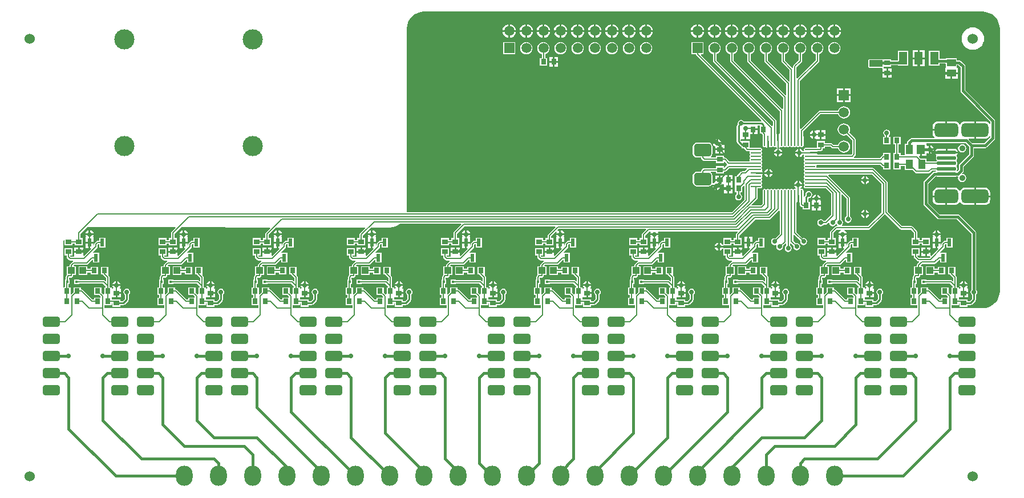
<source format=gtl>
G04 Layer_Physical_Order=1*
G04 Layer_Color=11767835*
%FSAX44Y44*%
%MOMM*%
G71*
G01*
G75*
%ADD10R,0.7870X0.8680*%
G04:AMPARAMS|DCode=11|XSize=2.54mm|YSize=1.524mm|CornerRadius=0.381mm|HoleSize=0mm|Usage=FLASHONLY|Rotation=0.000|XOffset=0mm|YOffset=0mm|HoleType=Round|Shape=RoundedRectangle|*
%AMROUNDEDRECTD11*
21,1,2.5400,0.7620,0,0,0.0*
21,1,1.7780,1.5240,0,0,0.0*
1,1,0.7620,0.8890,-0.3810*
1,1,0.7620,-0.8890,-0.3810*
1,1,0.7620,-0.8890,0.3810*
1,1,0.7620,0.8890,0.3810*
%
%ADD11ROUNDEDRECTD11*%
%ADD12R,0.8680X0.7870*%
%ADD13R,0.6000X1.1500*%
%ADD14R,1.0000X1.0000*%
%ADD15R,0.4000X0.4000*%
%ADD16R,1.3208X1.0795*%
%ADD17R,3.8100X1.9050*%
%ADD18R,1.2700X1.9050*%
G04:AMPARAMS|DCode=19|XSize=1.9mm|YSize=2.6mm|CornerRadius=0.475mm|HoleSize=0mm|Usage=FLASHONLY|Rotation=90.000|XOffset=0mm|YOffset=0mm|HoleType=Round|Shape=RoundedRectangle|*
%AMROUNDEDRECTD19*
21,1,1.9000,1.6500,0,0,90.0*
21,1,0.9500,2.6000,0,0,90.0*
1,1,0.9500,0.8250,0.4750*
1,1,0.9500,0.8250,-0.4750*
1,1,0.9500,-0.8250,-0.4750*
1,1,0.9500,-0.8250,0.4750*
%
%ADD19ROUNDEDRECTD19*%
G04:AMPARAMS|DCode=20|XSize=2.8mm|YSize=0.5mm|CornerRadius=0.125mm|HoleSize=0mm|Usage=FLASHONLY|Rotation=0.000|XOffset=0mm|YOffset=0mm|HoleType=Round|Shape=RoundedRectangle|*
%AMROUNDEDRECTD20*
21,1,2.8000,0.2500,0,0,0.0*
21,1,2.5500,0.5000,0,0,0.0*
1,1,0.2500,1.2750,-0.1250*
1,1,0.2500,-1.2750,-0.1250*
1,1,0.2500,-1.2750,0.1250*
1,1,0.2500,1.2750,0.1250*
%
%ADD20ROUNDEDRECTD20*%
G04:AMPARAMS|DCode=21|XSize=3.5mm|YSize=2.05mm|CornerRadius=0.5125mm|HoleSize=0mm|Usage=FLASHONLY|Rotation=0.000|XOffset=0mm|YOffset=0mm|HoleType=Round|Shape=RoundedRectangle|*
%AMROUNDEDRECTD21*
21,1,3.5000,1.0250,0,0,0.0*
21,1,2.4750,2.0500,0,0,0.0*
1,1,1.0250,1.2375,-0.5125*
1,1,1.0250,-1.2375,-0.5125*
1,1,1.0250,-1.2375,0.5125*
1,1,1.0250,1.2375,0.5125*
%
%ADD21ROUNDEDRECTD21*%
G04:AMPARAMS|DCode=22|XSize=4mm|YSize=2.05mm|CornerRadius=0.5125mm|HoleSize=0mm|Usage=FLASHONLY|Rotation=0.000|XOffset=0mm|YOffset=0mm|HoleType=Round|Shape=RoundedRectangle|*
%AMROUNDEDRECTD22*
21,1,4.0000,1.0250,0,0,0.0*
21,1,2.9750,2.0500,0,0,0.0*
1,1,1.0250,1.4875,-0.5125*
1,1,1.0250,-1.4875,-0.5125*
1,1,1.0250,-1.4875,0.5125*
1,1,1.0250,1.4875,0.5125*
%
%ADD22ROUNDEDRECTD22*%
G04:AMPARAMS|DCode=23|XSize=3.5mm|YSize=2.05mm|CornerRadius=0.5125mm|HoleSize=0mm|Usage=FLASHONLY|Rotation=0.000|XOffset=0mm|YOffset=0mm|HoleType=Round|Shape=RoundedRectangle|*
%AMROUNDEDRECTD23*
21,1,3.5000,1.0250,0,0,0.0*
21,1,2.4750,2.0500,0,0,0.0*
1,1,1.0250,1.2375,-0.5125*
1,1,1.0250,-1.2375,-0.5125*
1,1,1.0250,-1.2375,0.5125*
1,1,1.0250,1.2375,0.5125*
%
%ADD23ROUNDEDRECTD23*%
%ADD24R,1.2000X1.4000*%
%ADD25R,1.0000X1.4000*%
%ADD26O,0.2500X1.5500*%
%ADD27O,1.5500X0.2500*%
%ADD28C,0.3810*%
%ADD29C,0.2032*%
%ADD30C,0.2540*%
%ADD31R,1.5000X1.5000*%
%ADD32C,1.5000*%
%ADD33C,1.5240*%
%ADD34R,1.5000X1.5000*%
%ADD35C,0.9000*%
%ADD36C,3.0000*%
%ADD37O,2.5000X3.0000*%
%ADD38C,0.7000*%
G36*
X01444304Y00539572D02*
Y00528498D01*
X01430088Y00514282D01*
X01429330Y00513148D01*
X01429064Y00511810D01*
Y00505638D01*
X01427171Y00503745D01*
X01426184Y00504555D01*
X01426333Y00504778D01*
X01426549Y00505860D01*
Y00508360D01*
X01426333Y00509442D01*
X01425720Y00510360D01*
Y00511860D01*
X01426333Y00512778D01*
X01426549Y00513860D01*
Y00516360D01*
X01426333Y00517443D01*
X01425720Y00518360D01*
Y00519860D01*
X01426333Y00520778D01*
X01426549Y00521860D01*
Y00524360D01*
X01426333Y00525443D01*
X01426297Y00525496D01*
X01426453Y00527128D01*
X01427290Y00528381D01*
X01427581Y00529840D01*
X01394360D01*
X01394650Y00528381D01*
X01395488Y00527128D01*
X01395643Y00525496D01*
X01395607Y00525443D01*
X01395392Y00524360D01*
Y00521860D01*
X01395607Y00520778D01*
X01396220Y00519860D01*
Y00518787D01*
X01395224Y00517700D01*
X01381274D01*
Y00522034D01*
X01373089D01*
X01370326Y00524797D01*
X01370812Y00525970D01*
X01371480D01*
Y00535510D01*
X01374020D01*
Y00525970D01*
X01381290D01*
Y00529865D01*
X01382560Y00530544D01*
X01383643Y00529821D01*
X01384730Y00529604D01*
Y00535510D01*
Y00541416D01*
X01383643Y00541200D01*
X01382560Y00540476D01*
X01381290Y00541155D01*
Y00545050D01*
X01382521Y00545144D01*
X01438732D01*
X01444304Y00539572D01*
D02*
G37*
G36*
X01469579Y00739633D02*
X01474367Y00738180D01*
X01478780Y00735822D01*
X01482647Y00732647D01*
X01485821Y00728780D01*
X01488180Y00724367D01*
X01489632Y00719579D01*
X01490111Y00714722D01*
X01490000Y00714600D01*
X01490000D01*
Y00700000D01*
X01490123Y00325400D01*
X01489632Y00320421D01*
X01488180Y00315633D01*
X01485821Y00311220D01*
X01482647Y00307353D01*
X01478780Y00304179D01*
X01474367Y00301820D01*
X01469579Y00300368D01*
X01464722Y00299889D01*
X01464600Y00300000D01*
Y00300000D01*
X01460000D01*
X01419538Y00299996D01*
X01418640Y00300894D01*
Y00304016D01*
X01429009D01*
Y00307290D01*
X01430506D01*
Y00302001D01*
X01442234D01*
Y00304611D01*
X01446650D01*
X01446650Y00304611D01*
X01447740Y00304828D01*
X01448664Y00305446D01*
X01453624Y00310406D01*
X01454242Y00311330D01*
X01454459Y00312420D01*
X01454459Y00312420D01*
Y00319711D01*
X01455232Y00320228D01*
X01456342Y00321890D01*
X01456732Y00323850D01*
X01456342Y00325810D01*
X01455232Y00327472D01*
X01455106Y00327556D01*
Y00411480D01*
X01454840Y00412818D01*
X01454082Y00413952D01*
X01429952Y00438082D01*
X01428818Y00438840D01*
X01427480Y00439106D01*
X01400988D01*
X01383986Y00456108D01*
Y00484962D01*
X01394638Y00495614D01*
X01396589D01*
X01397138Y00495247D01*
X01398220Y00495032D01*
X01423720D01*
X01424803Y00495247D01*
X01425352Y00495614D01*
X01427281D01*
X01427729Y00495294D01*
X01428353Y00494493D01*
X01428078Y00493110D01*
X01428545Y00490760D01*
X01429877Y00488767D01*
X01431869Y00487436D01*
X01434220Y00486968D01*
X01436570Y00487436D01*
X01438563Y00488767D01*
X01439894Y00490760D01*
X01440362Y00493110D01*
X01439894Y00495461D01*
X01438563Y00497453D01*
X01436570Y00498785D01*
X01434339Y00499229D01*
X01433649Y00500335D01*
X01435032Y00501718D01*
X01435790Y00502852D01*
X01436056Y00504190D01*
X01436056Y00504190D01*
Y00510362D01*
X01450272Y00524578D01*
X01451030Y00525712D01*
X01451296Y00527050D01*
Y00537524D01*
X01468120D01*
X01469458Y00537790D01*
X01470592Y00538548D01*
X01482022Y00549978D01*
X01482780Y00551112D01*
X01483046Y00552450D01*
Y00577850D01*
X01483046Y00577850D01*
X01482780Y00579188D01*
X01482022Y00580322D01*
X01438596Y00623748D01*
Y00659130D01*
X01438596Y00659130D01*
X01438330Y00660468D01*
X01437572Y00661602D01*
X01437572Y00661602D01*
X01432264Y00666910D01*
X01431130Y00667668D01*
X01429792Y00667934D01*
X01426298D01*
Y00671359D01*
X01410042D01*
Y00670220D01*
X01400708D01*
Y00681901D01*
X01384960D01*
Y00659803D01*
X01400708D01*
Y00663228D01*
X01409144D01*
X01410042Y00662330D01*
Y00657897D01*
X01410042Y00657516D01*
X01409144Y00656631D01*
X01409140Y00656628D01*
X01409026D01*
Y00649960D01*
X01427314D01*
Y00656628D01*
X01427200D01*
X01426298Y00657516D01*
X01426298Y00657897D01*
Y00660942D01*
X01428344D01*
X01431604Y00657682D01*
Y00622300D01*
X01431870Y00620962D01*
X01432628Y00619828D01*
X01476054Y00576402D01*
Y00573619D01*
X01474790Y00573351D01*
X01473562Y00574952D01*
X01471961Y00576181D01*
X01470096Y00576953D01*
X01468095Y00577216D01*
X01454490D01*
Y00564360D01*
Y00551504D01*
X01468095D01*
X01470096Y00551768D01*
X01471961Y00552540D01*
X01473562Y00553769D01*
X01474790Y00555370D01*
X01476054Y00555101D01*
Y00553898D01*
X01466672Y00544516D01*
X01449248D01*
X01443530Y00550234D01*
X01444056Y00551504D01*
X01451950D01*
Y00564360D01*
Y00577216D01*
X01438345D01*
X01436344Y00576953D01*
X01434480Y00576181D01*
X01432878Y00574952D01*
X01431650Y00573351D01*
X01431407Y00572765D01*
X01430033D01*
X01429790Y00573351D01*
X01428562Y00574952D01*
X01426960Y00576181D01*
X01425096Y00576953D01*
X01423095Y00577216D01*
X01411990D01*
Y00564360D01*
X01410720D01*
Y00563090D01*
X01390614D01*
Y00559235D01*
X01390877Y00557234D01*
X01391649Y00555370D01*
X01392878Y00553769D01*
X01393350Y00553406D01*
X01392919Y00552136D01*
X01358900D01*
X01357562Y00551870D01*
X01356428Y00551112D01*
X01353278Y00547962D01*
X01352520Y00546828D01*
X01352254Y00545490D01*
Y00544034D01*
X01349226D01*
Y00527100D01*
X01342649D01*
Y00530374D01*
X01339780D01*
Y00542776D01*
X01342649D01*
Y00554504D01*
X01331731D01*
Y00542776D01*
X01334600D01*
Y00530374D01*
X01331731D01*
Y00518646D01*
X01331731D01*
Y00517674D01*
X01331731D01*
Y00505946D01*
X01342649D01*
Y00510920D01*
X01349226D01*
Y00504986D01*
X01360612D01*
X01364509Y00501089D01*
X01365349Y00500527D01*
X01366340Y00500330D01*
X01384300D01*
X01385291Y00500527D01*
X01386131Y00501089D01*
X01389563Y00504520D01*
X01395242D01*
X01395698Y00503876D01*
X01395064Y00502606D01*
X01393190D01*
X01393190Y00502606D01*
X01391852Y00502340D01*
X01390718Y00501582D01*
X01390718Y00501582D01*
X01378018Y00488882D01*
X01377260Y00487748D01*
X01376994Y00486410D01*
Y00454660D01*
X01377260Y00453322D01*
X01378018Y00452188D01*
X01397068Y00433138D01*
X01398202Y00432380D01*
X01399540Y00432114D01*
X01426032D01*
X01448114Y00410032D01*
Y00327556D01*
X01447988Y00327472D01*
X01446877Y00325810D01*
X01446488Y00323850D01*
X01446877Y00321890D01*
X01447988Y00320228D01*
X01448761Y00319711D01*
Y00313600D01*
X01445470Y00310309D01*
X01442234D01*
Y00312919D01*
X01430506D01*
Y00312470D01*
X01429009D01*
Y00314914D01*
X01429420Y00315829D01*
X01430179Y00315985D01*
X01435100D01*
Y00322460D01*
X01436370D01*
Y00323730D01*
X01443250D01*
Y00328935D01*
X01441758D01*
X01441092Y00330205D01*
X01442059Y00331653D01*
X01442276Y00332740D01*
X01430464D01*
X01430681Y00331653D01*
X01431648Y00330205D01*
X01430982Y00328935D01*
X01430279D01*
X01429490Y00328935D01*
X01429009Y00330006D01*
Y00330984D01*
X01426140D01*
Y00332860D01*
Y00345560D01*
X01425943Y00346551D01*
X01425381Y00347391D01*
X01424243Y00348529D01*
X01423929Y00349736D01*
X01423929D01*
X01423929Y00349736D01*
Y00361464D01*
X01413011D01*
Y00349736D01*
X01416060D01*
X01416077Y00349649D01*
X01416639Y00348809D01*
X01420960Y00344487D01*
Y00340772D01*
X01419787Y00340286D01*
X01419151Y00340921D01*
X01418311Y00341483D01*
X01417320Y00341680D01*
X01380854D01*
Y00342614D01*
X01373806D01*
Y00335566D01*
X01380854D01*
Y00336500D01*
X01416247D01*
X01420493Y00332254D01*
X01419967Y00330984D01*
X01418091D01*
Y00320918D01*
X01416821Y00320392D01*
X01414009Y00323204D01*
Y00330984D01*
X01403091D01*
Y00319256D01*
X01410632D01*
X01412874Y00317014D01*
X01412348Y00315744D01*
X01403091D01*
Y00312470D01*
X01400613D01*
X01386131Y00326951D01*
X01385291Y00327513D01*
X01384300Y00327710D01*
X01383289D01*
Y00330984D01*
X01372371D01*
Y00323324D01*
X01369559Y00320511D01*
X01368289Y00321037D01*
Y00330984D01*
X01365420D01*
Y00335566D01*
X01366854D01*
Y00342614D01*
X01365920D01*
Y00344987D01*
X01366323Y00345390D01*
X01369060D01*
X01370051Y00345587D01*
X01370891Y00346149D01*
X01371281Y00346539D01*
X01371842Y00347379D01*
X01372039Y00348370D01*
Y00349076D01*
X01375974D01*
Y00362124D01*
X01373423D01*
X01372897Y00363394D01*
X01375213Y00365710D01*
X01393190D01*
X01394181Y00365907D01*
X01395021Y00366469D01*
X01400096Y00371544D01*
X01401366Y00371017D01*
Y00367556D01*
X01410414D01*
Y00382104D01*
X01402292D01*
X01401767Y00383374D01*
X01407721Y00389329D01*
X01408283Y00390169D01*
X01408480Y00391160D01*
Y00393897D01*
X01409323Y00394740D01*
X01410866D01*
Y00390056D01*
X01419914D01*
Y00404604D01*
X01410866D01*
Y00399920D01*
X01408250D01*
X01407259Y00399723D01*
X01406419Y00399161D01*
X01404059Y00396801D01*
X01403497Y00395961D01*
X01403300Y00394970D01*
Y00393329D01*
X01403200Y00393262D01*
X01401930Y00393941D01*
Y00396060D01*
X01397660D01*
Y00389040D01*
X01398448D01*
X01398934Y00387867D01*
X01388640Y00377573D01*
X01387370Y00378098D01*
Y00382390D01*
X01381760D01*
Y00377185D01*
X01386456D01*
X01386983Y00375915D01*
X01385767Y00374700D01*
X01370133D01*
X01367901Y00376931D01*
X01367989Y00378201D01*
X01371114D01*
Y00389119D01*
X01359386D01*
Y00378201D01*
X01362660D01*
Y00375920D01*
X01362857Y00374929D01*
X01363419Y00374089D01*
X01367229Y00370279D01*
X01368069Y00369717D01*
X01369060Y00369520D01*
X01370038D01*
X01370524Y00368347D01*
X01367619Y00365441D01*
X01367057Y00364601D01*
X01366860Y00363610D01*
Y00362124D01*
X01362926D01*
Y00349318D01*
X01361499Y00347891D01*
X01360937Y00347051D01*
X01360740Y00346060D01*
Y00342614D01*
X01359806D01*
Y00335566D01*
X01360240D01*
Y00330984D01*
X01357371D01*
Y00319256D01*
X01360240D01*
Y00315744D01*
X01357371D01*
Y00304016D01*
X01367740D01*
Y00299992D01*
X01279838Y00299984D01*
X01278940Y00300882D01*
Y00304016D01*
X01289309D01*
Y00307290D01*
X01290806D01*
Y00302001D01*
X01302534D01*
Y00304611D01*
X01306950D01*
X01306950Y00304611D01*
X01308040Y00304828D01*
X01308964Y00305446D01*
X01313924Y00310406D01*
X01314542Y00311330D01*
X01314759Y00312420D01*
X01314759Y00312420D01*
Y00319711D01*
X01315532Y00320228D01*
X01316642Y00321890D01*
X01317032Y00323850D01*
X01316642Y00325810D01*
X01315532Y00327472D01*
X01313870Y00328582D01*
X01311910Y00328972D01*
X01309950Y00328582D01*
X01308288Y00327472D01*
X01307177Y00325810D01*
X01306788Y00323850D01*
X01307177Y00321890D01*
X01308288Y00320228D01*
X01309061Y00319711D01*
Y00313600D01*
X01305770Y00310309D01*
X01302534D01*
Y00312919D01*
X01290806D01*
Y00312470D01*
X01289309D01*
Y00314914D01*
X01289720Y00315829D01*
X01290479Y00315985D01*
X01295400D01*
Y00322460D01*
X01296670D01*
Y00323730D01*
X01303550D01*
Y00328935D01*
X01301879D01*
X01301312Y00330205D01*
X01302359Y00331773D01*
X01302576Y00332860D01*
X01290764D01*
X01290981Y00331773D01*
X01292028Y00330205D01*
X01291461Y00328935D01*
X01290579D01*
X01289790Y00328935D01*
X01289309Y00330006D01*
Y00330984D01*
X01286440D01*
Y00332860D01*
Y00345560D01*
X01286243Y00346551D01*
X01285681Y00347391D01*
X01284543Y00348529D01*
X01284229Y00349736D01*
X01284229D01*
X01284229Y00349736D01*
Y00361464D01*
X01273311D01*
Y00349736D01*
X01276360D01*
X01276377Y00349649D01*
X01276939Y00348809D01*
X01281260Y00344487D01*
Y00340772D01*
X01280087Y00340286D01*
X01279451Y00340921D01*
X01278611Y00341483D01*
X01277620Y00341680D01*
X01241154D01*
Y00342614D01*
X01234106D01*
Y00335566D01*
X01241154D01*
Y00336500D01*
X01276547D01*
X01280793Y00332254D01*
X01280267Y00330984D01*
X01278391D01*
Y00320918D01*
X01277121Y00320392D01*
X01274309Y00323204D01*
Y00330984D01*
X01263391D01*
Y00319256D01*
X01270931D01*
X01273174Y00317014D01*
X01272647Y00315744D01*
X01263391D01*
Y00312470D01*
X01260913D01*
X01246431Y00326951D01*
X01245591Y00327513D01*
X01244600Y00327710D01*
X01243589D01*
Y00330984D01*
X01232671D01*
Y00323324D01*
X01229859Y00320511D01*
X01228589Y00321037D01*
Y00330984D01*
X01225720D01*
Y00335566D01*
X01227154D01*
Y00342614D01*
X01226220D01*
Y00344987D01*
X01226623Y00345390D01*
X01229360D01*
X01230351Y00345587D01*
X01231191Y00346149D01*
X01231581Y00346539D01*
X01232142Y00347379D01*
X01232339Y00348370D01*
Y00349076D01*
X01236274D01*
Y00362124D01*
X01233723D01*
X01233196Y00363394D01*
X01234243Y00364440D01*
X01252220D01*
X01253211Y00364637D01*
X01254051Y00365199D01*
X01260396Y00371544D01*
X01261666Y00371017D01*
Y00367556D01*
X01270714D01*
Y00382104D01*
X01262592D01*
X01262066Y00383374D01*
X01268021Y00389329D01*
X01268583Y00390169D01*
X01268780Y00391160D01*
Y00393897D01*
X01269623Y00394740D01*
X01271166D01*
Y00390056D01*
X01280214D01*
Y00404604D01*
X01271166D01*
Y00399920D01*
X01268550D01*
X01267559Y00399723D01*
X01266719Y00399161D01*
X01264359Y00396801D01*
X01263797Y00395961D01*
X01263600Y00394970D01*
Y00393329D01*
X01263500Y00393262D01*
X01262230Y00393941D01*
Y00396060D01*
X01257960D01*
Y00389040D01*
X01258748D01*
X01259234Y00387867D01*
X01248940Y00377573D01*
X01247670Y00378098D01*
Y00382390D01*
X01233910D01*
Y00377240D01*
X01233910Y00377185D01*
X01233778Y00375970D01*
X01229163D01*
X01228202Y00376931D01*
X01228289Y00378201D01*
X01231414D01*
Y00389119D01*
X01219686D01*
Y00378201D01*
X01222960D01*
Y00375920D01*
X01223157Y00374929D01*
X01223719Y00374089D01*
X01226259Y00371549D01*
X01227099Y00370987D01*
X01228090Y00370790D01*
X01232545D01*
X01232670Y00369520D01*
X01232179Y00369423D01*
X01231339Y00368861D01*
X01227918Y00365441D01*
X01227357Y00364601D01*
X01227160Y00363610D01*
Y00362124D01*
X01223226D01*
Y00349318D01*
X01221799Y00347891D01*
X01221237Y00347051D01*
X01221040Y00346060D01*
Y00342614D01*
X01220106D01*
Y00335566D01*
X01220540D01*
Y00330984D01*
X01217671D01*
Y00319256D01*
X01220540D01*
Y00315744D01*
X01217671D01*
Y00304016D01*
X01228040D01*
Y00299979D01*
X01140138Y00299971D01*
X01139240Y00300869D01*
Y00304016D01*
X01149609D01*
Y00307290D01*
X01151106D01*
Y00302001D01*
X01162834D01*
Y00304611D01*
X01167250D01*
X01167250Y00304611D01*
X01168340Y00304828D01*
X01169264Y00305446D01*
X01174224Y00310406D01*
X01174842Y00311330D01*
X01175059Y00312420D01*
X01175059Y00312420D01*
Y00319711D01*
X01175832Y00320228D01*
X01176943Y00321890D01*
X01177332Y00323850D01*
X01176943Y00325810D01*
X01175832Y00327472D01*
X01174170Y00328582D01*
X01172210Y00328972D01*
X01170250Y00328582D01*
X01168588Y00327472D01*
X01167477Y00325810D01*
X01167088Y00323850D01*
X01167477Y00321890D01*
X01168588Y00320228D01*
X01169361Y00319711D01*
Y00313600D01*
X01166070Y00310309D01*
X01162834D01*
Y00312919D01*
X01151106D01*
Y00312470D01*
X01149609D01*
Y00314914D01*
X01150020Y00315829D01*
X01150779Y00315985D01*
X01155700D01*
Y00322460D01*
X01156970D01*
Y00323730D01*
X01163850D01*
Y00328935D01*
X01162179D01*
X01161612Y00330205D01*
X01162660Y00331773D01*
X01162876Y00332860D01*
X01151064D01*
X01151281Y00331773D01*
X01152328Y00330205D01*
X01151761Y00328935D01*
X01150879D01*
X01150090Y00328935D01*
X01149609Y00330006D01*
Y00330984D01*
X01146740D01*
Y00332860D01*
Y00345560D01*
X01146543Y00346551D01*
X01145981Y00347391D01*
X01144843Y00348529D01*
X01144529Y00349736D01*
X01144529D01*
X01144529Y00349736D01*
Y00361464D01*
X01133611D01*
Y00349736D01*
X01136660D01*
X01136677Y00349649D01*
X01137239Y00348809D01*
X01141560Y00344487D01*
Y00340772D01*
X01140387Y00340286D01*
X01139751Y00340921D01*
X01138911Y00341483D01*
X01137920Y00341680D01*
X01101454D01*
Y00342614D01*
X01094406D01*
Y00335566D01*
X01101454D01*
Y00336500D01*
X01136847D01*
X01141094Y00332254D01*
X01140567Y00330984D01*
X01138691D01*
Y00320918D01*
X01137421Y00320392D01*
X01134609Y00323204D01*
Y00330984D01*
X01123691D01*
Y00319256D01*
X01131232D01*
X01133474Y00317014D01*
X01132947Y00315744D01*
X01123691D01*
Y00312470D01*
X01121213D01*
X01106731Y00326951D01*
X01105891Y00327513D01*
X01104900Y00327710D01*
X01103889D01*
Y00330984D01*
X01092971D01*
Y00323324D01*
X01090159Y00320511D01*
X01088889Y00321037D01*
Y00330984D01*
X01086020D01*
Y00335566D01*
X01087454D01*
Y00342614D01*
X01086520D01*
Y00344987D01*
X01086923Y00345390D01*
X01089660D01*
X01090651Y00345587D01*
X01091491Y00346149D01*
X01091881Y00346539D01*
X01092442Y00347379D01*
X01092639Y00348370D01*
Y00349076D01*
X01096574D01*
Y00362124D01*
X01094023D01*
X01093496Y00363394D01*
X01094543Y00364440D01*
X01112520D01*
X01113511Y00364637D01*
X01114351Y00365199D01*
X01120696Y00371544D01*
X01121966Y00371017D01*
Y00367556D01*
X01131014D01*
Y00382104D01*
X01122893D01*
X01122366Y00383374D01*
X01128321Y00389329D01*
X01128883Y00390169D01*
X01129080Y00391160D01*
Y00393897D01*
X01129923Y00394740D01*
X01131466D01*
Y00390056D01*
X01140514D01*
Y00404604D01*
X01131466D01*
Y00399920D01*
X01128850D01*
X01127859Y00399723D01*
X01127019Y00399161D01*
X01124659Y00396801D01*
X01124097Y00395961D01*
X01123900Y00394970D01*
Y00393329D01*
X01123800Y00393262D01*
X01122530Y00393941D01*
Y00396060D01*
X01118260D01*
Y00389040D01*
X01119048D01*
X01119534Y00387867D01*
X01109240Y00377573D01*
X01107970Y00378098D01*
Y00382390D01*
X01094210D01*
Y00377240D01*
X01094210Y00377185D01*
X01094078Y00375970D01*
X01089463D01*
X01088502Y00376931D01*
X01088589Y00378201D01*
X01091714D01*
Y00389119D01*
X01080197D01*
X01079197Y00389890D01*
X01074420D01*
Y00385254D01*
X01075507Y00385471D01*
X01077505Y00386805D01*
X01078716Y00388618D01*
X01079491Y00388578D01*
X01079986Y00388407D01*
Y00378201D01*
X01083260D01*
Y00375920D01*
X01083457Y00374929D01*
X01084019Y00374089D01*
X01086559Y00371549D01*
X01087399Y00370987D01*
X01088390Y00370790D01*
X01092845D01*
X01092970Y00369520D01*
X01092479Y00369423D01*
X01091639Y00368861D01*
X01088219Y00365441D01*
X01087657Y00364601D01*
X01087460Y00363610D01*
Y00362124D01*
X01083526D01*
Y00349318D01*
X01082099Y00347891D01*
X01081537Y00347051D01*
X01081340Y00346060D01*
Y00342614D01*
X01080406D01*
Y00335566D01*
X01080840D01*
Y00330984D01*
X01077971D01*
Y00319256D01*
X01080840D01*
Y00315744D01*
X01077971D01*
Y00304016D01*
X01088340D01*
Y00299966D01*
X01000438Y00299958D01*
X00999540Y00300856D01*
Y00304016D01*
X01009909D01*
Y00307290D01*
X01011406D01*
Y00302001D01*
X01023134D01*
Y00304611D01*
X01027550D01*
X01027550Y00304611D01*
X01028640Y00304828D01*
X01029564Y00305446D01*
X01034524Y00310406D01*
X01035142Y00311330D01*
X01035359Y00312420D01*
X01035359Y00312420D01*
Y00319711D01*
X01036132Y00320228D01*
X01037243Y00321890D01*
X01037632Y00323850D01*
X01037243Y00325810D01*
X01036132Y00327472D01*
X01034470Y00328582D01*
X01032510Y00328972D01*
X01030550Y00328582D01*
X01028888Y00327472D01*
X01027777Y00325810D01*
X01027388Y00323850D01*
X01027777Y00321890D01*
X01028888Y00320228D01*
X01029661Y00319711D01*
Y00313600D01*
X01026370Y00310309D01*
X01023134D01*
Y00312919D01*
X01011406D01*
Y00312470D01*
X01009909D01*
Y00314914D01*
X01010320Y00315829D01*
X01011079Y00315985D01*
X01016000D01*
Y00322460D01*
X01017270D01*
Y00323730D01*
X01024150D01*
Y00328935D01*
X01022479D01*
X01021912Y00330205D01*
X01022960Y00331773D01*
X01023176Y00332860D01*
X01011364D01*
X01011581Y00331773D01*
X01012628Y00330205D01*
X01012061Y00328935D01*
X01011179D01*
X01010390Y00328935D01*
X01009909Y00330006D01*
Y00330984D01*
X01007040D01*
Y00332860D01*
Y00345560D01*
X01006843Y00346551D01*
X01006281Y00347391D01*
X01005143Y00348529D01*
X01004829Y00349736D01*
X01004829D01*
X01004829Y00349736D01*
Y00361464D01*
X00993911D01*
Y00349736D01*
X00996960D01*
X00996977Y00349649D01*
X00997539Y00348809D01*
X01001860Y00344487D01*
Y00340772D01*
X01000687Y00340286D01*
X01000051Y00340921D01*
X00999211Y00341483D01*
X00998220Y00341680D01*
X00961754D01*
Y00342614D01*
X00954706D01*
Y00335566D01*
X00961754D01*
Y00336500D01*
X00997147D01*
X01001394Y00332254D01*
X01000867Y00330984D01*
X00998991D01*
Y00320918D01*
X00997721Y00320392D01*
X00994909Y00323204D01*
Y00330984D01*
X00983991D01*
Y00319256D01*
X00991532D01*
X00993773Y00317014D01*
X00993248Y00315744D01*
X00983991D01*
Y00312470D01*
X00981513D01*
X00967031Y00326951D01*
X00966191Y00327513D01*
X00965200Y00327710D01*
X00964189D01*
Y00330984D01*
X00953271D01*
Y00323324D01*
X00950459Y00320511D01*
X00949189Y00321037D01*
Y00330984D01*
X00946320D01*
Y00335566D01*
X00947754D01*
Y00342614D01*
X00946820D01*
Y00344987D01*
X00947223Y00345390D01*
X00949960D01*
X00950951Y00345587D01*
X00951791Y00346149D01*
X00952181Y00346539D01*
X00952742Y00347379D01*
X00952940Y00348370D01*
Y00349076D01*
X00956874D01*
Y00362124D01*
X00954323D01*
X00953796Y00363394D01*
X00954843Y00364440D01*
X00972820D01*
X00973811Y00364637D01*
X00974651Y00365199D01*
X00980996Y00371544D01*
X00982266Y00371017D01*
Y00367556D01*
X00991314D01*
Y00382104D01*
X00983193D01*
X00982666Y00383374D01*
X00988621Y00389329D01*
X00989183Y00390169D01*
X00989380Y00391160D01*
Y00393897D01*
X00990223Y00394740D01*
X00991766D01*
Y00390056D01*
X01000814D01*
Y00404604D01*
X00991766D01*
Y00399920D01*
X00989150D01*
X00988159Y00399723D01*
X00987319Y00399161D01*
X00984959Y00396801D01*
X00984397Y00395961D01*
X00984200Y00394970D01*
Y00393329D01*
X00984100Y00393262D01*
X00982830Y00393941D01*
Y00396060D01*
X00978560D01*
Y00389040D01*
X00979348D01*
X00979834Y00387867D01*
X00969540Y00377573D01*
X00968270Y00378098D01*
Y00382390D01*
X00954510D01*
Y00377240D01*
X00954510Y00377185D01*
X00954378Y00375970D01*
X00949763D01*
X00948801Y00376931D01*
X00948889Y00378201D01*
X00952014D01*
Y00389119D01*
X00940286D01*
Y00378201D01*
X00943560D01*
Y00375920D01*
X00943757Y00374929D01*
X00944319Y00374089D01*
X00946859Y00371549D01*
X00947699Y00370987D01*
X00948690Y00370790D01*
X00953145D01*
X00953270Y00369520D01*
X00952779Y00369423D01*
X00951939Y00368861D01*
X00948519Y00365441D01*
X00947957Y00364601D01*
X00947760Y00363610D01*
Y00362124D01*
X00943826D01*
Y00349318D01*
X00942399Y00347891D01*
X00941837Y00347051D01*
X00941640Y00346060D01*
Y00342614D01*
X00940706D01*
Y00335566D01*
X00941140D01*
Y00330984D01*
X00938271D01*
Y00319256D01*
X00941140D01*
Y00315744D01*
X00938271D01*
Y00304016D01*
X00948640D01*
Y00299953D01*
X00860738Y00299945D01*
X00859840Y00300843D01*
Y00304016D01*
X00870209D01*
Y00307290D01*
X00871706D01*
Y00302001D01*
X00883434D01*
Y00304611D01*
X00887850D01*
X00887850Y00304611D01*
X00888940Y00304828D01*
X00889864Y00305446D01*
X00894824Y00310406D01*
X00895442Y00311330D01*
X00895659Y00312420D01*
X00895659Y00312420D01*
Y00319711D01*
X00896432Y00320228D01*
X00897542Y00321890D01*
X00897932Y00323850D01*
X00897542Y00325810D01*
X00896432Y00327472D01*
X00894770Y00328582D01*
X00892810Y00328972D01*
X00890850Y00328582D01*
X00889188Y00327472D01*
X00888077Y00325810D01*
X00887688Y00323850D01*
X00888077Y00321890D01*
X00889188Y00320228D01*
X00889961Y00319711D01*
Y00313600D01*
X00886670Y00310309D01*
X00883434D01*
Y00312919D01*
X00871706D01*
Y00312470D01*
X00870209D01*
Y00314914D01*
X00870620Y00315829D01*
X00871379Y00315985D01*
X00876300D01*
Y00322460D01*
X00877570D01*
Y00323730D01*
X00884450D01*
Y00328935D01*
X00882779D01*
X00882212Y00330205D01*
X00883260Y00331773D01*
X00883476Y00332860D01*
X00871664D01*
X00871880Y00331773D01*
X00872928Y00330205D01*
X00872361Y00328935D01*
X00871479D01*
X00870690Y00328935D01*
X00870209Y00330006D01*
Y00330984D01*
X00867340D01*
Y00332860D01*
Y00345560D01*
X00867143Y00346551D01*
X00866581Y00347391D01*
X00865443Y00348529D01*
X00865129Y00349736D01*
X00865129D01*
X00865129Y00349736D01*
Y00361464D01*
X00854211D01*
Y00349736D01*
X00857260D01*
X00857277Y00349649D01*
X00857839Y00348809D01*
X00862160Y00344487D01*
Y00340772D01*
X00860987Y00340286D01*
X00860351Y00340921D01*
X00859511Y00341483D01*
X00858520Y00341680D01*
X00822054D01*
Y00342614D01*
X00815006D01*
Y00335566D01*
X00822054D01*
Y00336500D01*
X00857447D01*
X00861693Y00332254D01*
X00861168Y00330984D01*
X00859291D01*
Y00320918D01*
X00858021Y00320392D01*
X00855209Y00323204D01*
Y00330984D01*
X00844291D01*
Y00319256D01*
X00851832D01*
X00854073Y00317014D01*
X00853548Y00315744D01*
X00844291D01*
Y00312470D01*
X00841813D01*
X00827331Y00326951D01*
X00826491Y00327513D01*
X00825500Y00327710D01*
X00824489D01*
Y00330984D01*
X00813571D01*
Y00323324D01*
X00810759Y00320511D01*
X00809489Y00321037D01*
Y00330984D01*
X00806620D01*
Y00335566D01*
X00808054D01*
Y00342614D01*
X00807120D01*
Y00344987D01*
X00807523Y00345390D01*
X00810260D01*
X00811251Y00345587D01*
X00812091Y00346149D01*
X00812481Y00346539D01*
X00813042Y00347379D01*
X00813240Y00348370D01*
Y00349076D01*
X00817174D01*
Y00362124D01*
X00814622D01*
X00814097Y00363394D01*
X00815143Y00364440D01*
X00833120D01*
X00834111Y00364637D01*
X00834951Y00365199D01*
X00841296Y00371544D01*
X00842566Y00371017D01*
Y00367556D01*
X00851614D01*
Y00382104D01*
X00843493D01*
X00842967Y00383374D01*
X00848921Y00389329D01*
X00849483Y00390169D01*
X00849680Y00391160D01*
Y00393897D01*
X00850523Y00394740D01*
X00852066D01*
Y00390056D01*
X00861114D01*
Y00404604D01*
X00852066D01*
Y00399920D01*
X00849450D01*
X00848459Y00399723D01*
X00847619Y00399161D01*
X00845259Y00396801D01*
X00844697Y00395961D01*
X00844500Y00394970D01*
Y00393329D01*
X00844400Y00393262D01*
X00843130Y00393941D01*
Y00396060D01*
X00838860D01*
Y00389040D01*
X00839648D01*
X00840134Y00387867D01*
X00829840Y00377573D01*
X00828570Y00378098D01*
Y00382390D01*
X00814810D01*
Y00377240D01*
X00814810Y00377185D01*
X00814678Y00375970D01*
X00810063D01*
X00809101Y00376931D01*
X00809189Y00378201D01*
X00812314D01*
Y00389119D01*
X00800586D01*
Y00378201D01*
X00803860D01*
Y00375920D01*
X00804057Y00374929D01*
X00804619Y00374089D01*
X00807159Y00371549D01*
X00807999Y00370987D01*
X00808990Y00370790D01*
X00813445D01*
X00813570Y00369520D01*
X00813079Y00369423D01*
X00812239Y00368861D01*
X00808819Y00365441D01*
X00808257Y00364601D01*
X00808060Y00363610D01*
Y00362124D01*
X00804126D01*
Y00349318D01*
X00802699Y00347891D01*
X00802137Y00347051D01*
X00801940Y00346060D01*
Y00342614D01*
X00801006D01*
Y00335566D01*
X00801440D01*
Y00330984D01*
X00798571D01*
Y00319256D01*
X00801440D01*
Y00315744D01*
X00798571D01*
Y00304016D01*
X00808940D01*
Y00299940D01*
X00721038Y00299932D01*
X00720140Y00300830D01*
Y00304016D01*
X00730509D01*
Y00307290D01*
X00732006D01*
Y00302001D01*
X00743734D01*
Y00304611D01*
X00748150D01*
X00748150Y00304611D01*
X00749240Y00304828D01*
X00750164Y00305446D01*
X00755124Y00310406D01*
X00755742Y00311330D01*
X00755959Y00312420D01*
X00755959Y00312420D01*
Y00319711D01*
X00756732Y00320228D01*
X00757842Y00321890D01*
X00758232Y00323850D01*
X00757842Y00325810D01*
X00756732Y00327472D01*
X00755070Y00328582D01*
X00753110Y00328972D01*
X00751150Y00328582D01*
X00749488Y00327472D01*
X00748378Y00325810D01*
X00747988Y00323850D01*
X00748378Y00321890D01*
X00749488Y00320228D01*
X00750261Y00319711D01*
Y00313600D01*
X00746970Y00310309D01*
X00743734D01*
Y00312919D01*
X00732006D01*
Y00312470D01*
X00730509D01*
Y00314914D01*
X00730920Y00315829D01*
X00731679Y00315985D01*
X00736600D01*
Y00322460D01*
X00737870D01*
Y00323730D01*
X00744750D01*
Y00328935D01*
X00743079D01*
X00742512Y00330205D01*
X00743559Y00331773D01*
X00743776Y00332860D01*
X00731964D01*
X00732180Y00331773D01*
X00733228Y00330205D01*
X00732661Y00328935D01*
X00731779D01*
X00730990Y00328935D01*
X00730509Y00330006D01*
Y00330984D01*
X00727640D01*
Y00332860D01*
Y00345560D01*
X00727443Y00346551D01*
X00726881Y00347391D01*
X00725743Y00348529D01*
X00725429Y00349736D01*
X00725429D01*
X00725429Y00349736D01*
Y00361464D01*
X00714511D01*
Y00349736D01*
X00717560D01*
X00717577Y00349649D01*
X00718139Y00348809D01*
X00722460Y00344487D01*
Y00340772D01*
X00721287Y00340286D01*
X00720651Y00340921D01*
X00719811Y00341483D01*
X00718820Y00341680D01*
X00682354D01*
Y00342614D01*
X00675306D01*
Y00335566D01*
X00682354D01*
Y00336500D01*
X00717747D01*
X00721993Y00332254D01*
X00721468Y00330984D01*
X00719591D01*
Y00320918D01*
X00718321Y00320392D01*
X00715509Y00323204D01*
Y00330984D01*
X00704591D01*
Y00319256D01*
X00712132D01*
X00714373Y00317014D01*
X00713848Y00315744D01*
X00704591D01*
Y00312470D01*
X00702113D01*
X00687631Y00326951D01*
X00686791Y00327513D01*
X00685800Y00327710D01*
X00684789D01*
Y00330984D01*
X00673871D01*
Y00323324D01*
X00671059Y00320511D01*
X00669789Y00321037D01*
Y00330984D01*
X00666920D01*
Y00335566D01*
X00668354D01*
Y00342614D01*
X00667420D01*
Y00344987D01*
X00667823Y00345390D01*
X00670560D01*
X00671551Y00345587D01*
X00672391Y00346149D01*
X00672781Y00346539D01*
X00673342Y00347379D01*
X00673540Y00348370D01*
Y00349076D01*
X00677474D01*
Y00362124D01*
X00674922D01*
X00674397Y00363394D01*
X00675443Y00364440D01*
X00693420D01*
X00694411Y00364637D01*
X00695251Y00365199D01*
X00701596Y00371544D01*
X00702866Y00371017D01*
Y00367556D01*
X00711914D01*
Y00382104D01*
X00703792D01*
X00703267Y00383374D01*
X00709221Y00389329D01*
X00709783Y00390169D01*
X00709980Y00391160D01*
Y00393897D01*
X00710823Y00394740D01*
X00712366D01*
Y00390056D01*
X00721414D01*
Y00404604D01*
X00712366D01*
Y00399920D01*
X00709750D01*
X00708759Y00399723D01*
X00707919Y00399161D01*
X00705559Y00396801D01*
X00704997Y00395961D01*
X00704800Y00394970D01*
Y00393329D01*
X00704700Y00393262D01*
X00703430Y00393941D01*
Y00396060D01*
X00699160D01*
Y00389040D01*
X00699948D01*
X00700434Y00387867D01*
X00690140Y00377573D01*
X00688870Y00378098D01*
Y00382390D01*
X00675110D01*
Y00377240D01*
X00675110Y00377185D01*
X00674978Y00375970D01*
X00670363D01*
X00669401Y00376931D01*
X00669489Y00378201D01*
X00672614D01*
Y00389119D01*
X00660886D01*
Y00378201D01*
X00664160D01*
Y00375920D01*
X00664357Y00374929D01*
X00664919Y00374089D01*
X00667459Y00371549D01*
X00668299Y00370987D01*
X00669290Y00370790D01*
X00673745D01*
X00673870Y00369520D01*
X00673379Y00369423D01*
X00672539Y00368861D01*
X00669119Y00365441D01*
X00668557Y00364601D01*
X00668360Y00363610D01*
Y00362124D01*
X00664426D01*
Y00349318D01*
X00662999Y00347891D01*
X00662437Y00347051D01*
X00662240Y00346060D01*
Y00342614D01*
X00661306D01*
Y00335566D01*
X00661740D01*
Y00330984D01*
X00658871D01*
Y00319256D01*
X00661740D01*
Y00315744D01*
X00658871D01*
Y00304016D01*
X00669240D01*
Y00299927D01*
X00581338Y00299919D01*
X00580440Y00300817D01*
Y00304016D01*
X00590809D01*
Y00307290D01*
X00592306D01*
Y00302001D01*
X00604034D01*
Y00304611D01*
X00608450D01*
X00608450Y00304611D01*
X00609540Y00304828D01*
X00610464Y00305446D01*
X00615424Y00310406D01*
X00616042Y00311330D01*
X00616259Y00312420D01*
X00616259Y00312420D01*
Y00319711D01*
X00617032Y00320228D01*
X00618143Y00321890D01*
X00618532Y00323850D01*
X00618143Y00325810D01*
X00617032Y00327472D01*
X00615370Y00328582D01*
X00613410Y00328972D01*
X00611450Y00328582D01*
X00609788Y00327472D01*
X00608677Y00325810D01*
X00608288Y00323850D01*
X00608677Y00321890D01*
X00609788Y00320228D01*
X00610561Y00319711D01*
Y00313600D01*
X00607270Y00310309D01*
X00604034D01*
Y00312919D01*
X00592306D01*
Y00312470D01*
X00590809D01*
Y00314914D01*
X00591220Y00315829D01*
X00591979Y00315985D01*
X00596900D01*
Y00322460D01*
X00598170D01*
Y00323730D01*
X00605050D01*
Y00328935D01*
X00603379D01*
X00602812Y00330205D01*
X00603859Y00331773D01*
X00604076Y00332860D01*
X00592264D01*
X00592481Y00331773D01*
X00593528Y00330205D01*
X00592961Y00328935D01*
X00592079D01*
X00591290Y00328935D01*
X00590809Y00330006D01*
Y00330984D01*
X00587940D01*
Y00332860D01*
Y00345560D01*
X00587743Y00346551D01*
X00587181Y00347391D01*
X00586043Y00348529D01*
X00585729Y00349736D01*
X00585729D01*
X00585729Y00349736D01*
Y00361464D01*
X00574811D01*
Y00349736D01*
X00577860D01*
X00577877Y00349649D01*
X00578439Y00348809D01*
X00582760Y00344487D01*
Y00340772D01*
X00581587Y00340286D01*
X00580951Y00340921D01*
X00580111Y00341483D01*
X00579120Y00341680D01*
X00542654D01*
Y00342614D01*
X00535606D01*
Y00335566D01*
X00542654D01*
Y00336500D01*
X00578047D01*
X00582294Y00332254D01*
X00581768Y00330984D01*
X00579891D01*
Y00320918D01*
X00578621Y00320392D01*
X00575809Y00323204D01*
Y00330984D01*
X00564891D01*
Y00319256D01*
X00572431D01*
X00574674Y00317014D01*
X00574147Y00315744D01*
X00564891D01*
Y00312470D01*
X00562413D01*
X00547931Y00326951D01*
X00547091Y00327513D01*
X00546100Y00327710D01*
X00545089D01*
Y00330984D01*
X00534171D01*
Y00323324D01*
X00531359Y00320511D01*
X00530089Y00321037D01*
Y00330984D01*
X00527220D01*
Y00335566D01*
X00528654D01*
Y00342614D01*
X00527720D01*
Y00344987D01*
X00528123Y00345390D01*
X00530860D01*
X00531851Y00345587D01*
X00532691Y00346149D01*
X00533081Y00346539D01*
X00533642Y00347379D01*
X00533839Y00348370D01*
Y00349076D01*
X00537774D01*
Y00362124D01*
X00535223D01*
X00534697Y00363394D01*
X00535743Y00364440D01*
X00553720D01*
X00554711Y00364637D01*
X00555551Y00365199D01*
X00561896Y00371544D01*
X00563166Y00371017D01*
Y00367556D01*
X00572214D01*
Y00382104D01*
X00564092D01*
X00563567Y00383374D01*
X00569521Y00389329D01*
X00570083Y00390169D01*
X00570280Y00391160D01*
Y00393897D01*
X00571123Y00394740D01*
X00572666D01*
Y00390056D01*
X00581714D01*
Y00404604D01*
X00572666D01*
Y00399920D01*
X00570050D01*
X00569059Y00399723D01*
X00568219Y00399161D01*
X00565859Y00396801D01*
X00565297Y00395961D01*
X00565100Y00394970D01*
Y00393329D01*
X00565000Y00393262D01*
X00563730Y00393941D01*
Y00396060D01*
X00559460D01*
Y00389040D01*
X00560248D01*
X00560734Y00387867D01*
X00550440Y00377573D01*
X00549170Y00378098D01*
Y00382390D01*
X00535410D01*
Y00377240D01*
X00535410Y00377185D01*
X00535278Y00375970D01*
X00530663D01*
X00529701Y00376931D01*
X00529789Y00378201D01*
X00532914D01*
Y00389119D01*
X00521186D01*
Y00378201D01*
X00524460D01*
Y00375920D01*
X00524657Y00374929D01*
X00525219Y00374089D01*
X00527759Y00371549D01*
X00528599Y00370987D01*
X00529590Y00370790D01*
X00534045D01*
X00534170Y00369520D01*
X00533679Y00369423D01*
X00532839Y00368861D01*
X00529418Y00365441D01*
X00528857Y00364601D01*
X00528660Y00363610D01*
Y00362124D01*
X00524726D01*
Y00349318D01*
X00523299Y00347891D01*
X00522737Y00347051D01*
X00522540Y00346060D01*
Y00342614D01*
X00521606D01*
Y00335566D01*
X00522040D01*
Y00330984D01*
X00519171D01*
Y00319256D01*
X00522040D01*
Y00315744D01*
X00519171D01*
Y00304016D01*
X00529540D01*
Y00299914D01*
X00441638Y00299906D01*
X00440740Y00300804D01*
Y00304016D01*
X00451109D01*
Y00307290D01*
X00452606D01*
Y00302001D01*
X00464334D01*
Y00304611D01*
X00468750D01*
X00468750Y00304611D01*
X00469840Y00304828D01*
X00470764Y00305446D01*
X00475724Y00310406D01*
X00476342Y00311330D01*
X00476559Y00312420D01*
X00476559Y00312420D01*
Y00319711D01*
X00477332Y00320228D01*
X00478442Y00321890D01*
X00478832Y00323850D01*
X00478442Y00325810D01*
X00477332Y00327472D01*
X00475670Y00328582D01*
X00473710Y00328972D01*
X00471750Y00328582D01*
X00470088Y00327472D01*
X00468978Y00325810D01*
X00468588Y00323850D01*
X00468978Y00321890D01*
X00470088Y00320228D01*
X00470861Y00319711D01*
Y00313600D01*
X00467570Y00310309D01*
X00464334D01*
Y00312919D01*
X00452606D01*
Y00312470D01*
X00451109D01*
Y00314914D01*
X00451520Y00315829D01*
X00452279Y00315985D01*
X00457200D01*
Y00322460D01*
X00458470D01*
Y00323730D01*
X00465350D01*
Y00328935D01*
X00463679D01*
X00463112Y00330205D01*
X00464160Y00331773D01*
X00464376Y00332860D01*
X00452564D01*
X00452780Y00331773D01*
X00453828Y00330205D01*
X00453261Y00328935D01*
X00452379D01*
X00451590Y00328935D01*
X00451109Y00330006D01*
Y00330984D01*
X00448240D01*
Y00332860D01*
Y00345560D01*
X00448043Y00346551D01*
X00447481Y00347391D01*
X00446343Y00348529D01*
X00446029Y00349736D01*
X00446029D01*
X00446029Y00349736D01*
Y00361464D01*
X00435111D01*
Y00349736D01*
X00438160D01*
X00438177Y00349649D01*
X00438739Y00348809D01*
X00443060Y00344487D01*
Y00340772D01*
X00441887Y00340286D01*
X00441251Y00340921D01*
X00440411Y00341483D01*
X00439420Y00341680D01*
X00402954D01*
Y00342614D01*
X00395906D01*
Y00335566D01*
X00402954D01*
Y00336500D01*
X00438347D01*
X00442593Y00332254D01*
X00442067Y00330984D01*
X00440191D01*
Y00320918D01*
X00438921Y00320392D01*
X00436109Y00323204D01*
Y00330984D01*
X00425191D01*
Y00319256D01*
X00432732D01*
X00434973Y00317014D01*
X00434448Y00315744D01*
X00425191D01*
Y00312470D01*
X00422713D01*
X00408231Y00326951D01*
X00407391Y00327513D01*
X00406400Y00327710D01*
X00405389D01*
Y00330984D01*
X00394471D01*
Y00323324D01*
X00391659Y00320511D01*
X00390389Y00321037D01*
Y00330984D01*
X00387520D01*
Y00335566D01*
X00388954D01*
Y00342614D01*
X00388020D01*
Y00344987D01*
X00388423Y00345390D01*
X00391160D01*
X00392151Y00345587D01*
X00392991Y00346149D01*
X00393381Y00346539D01*
X00393942Y00347379D01*
X00394140Y00348370D01*
Y00349076D01*
X00398074D01*
Y00362124D01*
X00395522D01*
X00394996Y00363394D01*
X00396043Y00364440D01*
X00414020D01*
X00415011Y00364637D01*
X00415851Y00365199D01*
X00422196Y00371544D01*
X00423466Y00371017D01*
Y00367556D01*
X00432514D01*
Y00382104D01*
X00424393D01*
X00423867Y00383374D01*
X00429821Y00389329D01*
X00430383Y00390169D01*
X00430580Y00391160D01*
Y00393897D01*
X00431423Y00394740D01*
X00432966D01*
Y00390056D01*
X00442014D01*
Y00404604D01*
X00432966D01*
Y00399920D01*
X00430350D01*
X00429359Y00399723D01*
X00428519Y00399161D01*
X00426159Y00396801D01*
X00425597Y00395961D01*
X00425400Y00394970D01*
Y00393329D01*
X00425300Y00393262D01*
X00424030Y00393941D01*
Y00396060D01*
X00419760D01*
Y00389040D01*
X00420548D01*
X00421034Y00387867D01*
X00410740Y00377573D01*
X00409470Y00378098D01*
Y00382390D01*
X00395710D01*
Y00377240D01*
X00395710Y00377185D01*
X00395578Y00375970D01*
X00390963D01*
X00390001Y00376931D01*
X00390089Y00378201D01*
X00393214D01*
Y00389119D01*
X00381486D01*
Y00378201D01*
X00384760D01*
Y00375920D01*
X00384957Y00374929D01*
X00385519Y00374089D01*
X00388059Y00371549D01*
X00388899Y00370987D01*
X00389890Y00370790D01*
X00394345D01*
X00394470Y00369520D01*
X00393979Y00369423D01*
X00393139Y00368861D01*
X00389719Y00365441D01*
X00389157Y00364601D01*
X00388960Y00363610D01*
Y00362124D01*
X00385026D01*
Y00349318D01*
X00383599Y00347891D01*
X00383037Y00347051D01*
X00382840Y00346060D01*
Y00342614D01*
X00381906D01*
Y00335566D01*
X00382340D01*
Y00330984D01*
X00379471D01*
Y00319256D01*
X00382340D01*
Y00315744D01*
X00379471D01*
Y00304016D01*
X00389840D01*
Y00299902D01*
X00301938Y00299893D01*
X00301040Y00300791D01*
Y00304016D01*
X00311409D01*
Y00307290D01*
X00312906D01*
Y00302001D01*
X00324634D01*
Y00304611D01*
X00329050D01*
X00329050Y00304611D01*
X00330140Y00304828D01*
X00331064Y00305446D01*
X00336024Y00310406D01*
X00336642Y00311330D01*
X00336859Y00312420D01*
X00336859Y00312420D01*
Y00319711D01*
X00337632Y00320228D01*
X00338742Y00321890D01*
X00339132Y00323850D01*
X00338742Y00325810D01*
X00337632Y00327472D01*
X00335970Y00328582D01*
X00334010Y00328972D01*
X00332050Y00328582D01*
X00330388Y00327472D01*
X00329277Y00325810D01*
X00328888Y00323850D01*
X00329277Y00321890D01*
X00330388Y00320228D01*
X00331161Y00319711D01*
Y00313600D01*
X00327870Y00310309D01*
X00324634D01*
Y00312919D01*
X00312906D01*
Y00312470D01*
X00311409D01*
Y00314914D01*
X00311820Y00315829D01*
X00312579Y00315985D01*
X00317500D01*
Y00322460D01*
X00318770D01*
Y00323730D01*
X00325650D01*
Y00328935D01*
X00323979D01*
X00323412Y00330205D01*
X00324459Y00331773D01*
X00324676Y00332860D01*
X00312864D01*
X00313081Y00331773D01*
X00314128Y00330205D01*
X00313561Y00328935D01*
X00312679D01*
X00311890Y00328935D01*
X00311409Y00330006D01*
Y00330984D01*
X00308540D01*
Y00332860D01*
Y00345560D01*
X00308343Y00346551D01*
X00307781Y00347391D01*
X00306643Y00348529D01*
X00306329Y00349736D01*
X00306329D01*
X00306329Y00349736D01*
Y00361464D01*
X00295411D01*
Y00349736D01*
X00298460D01*
X00298477Y00349649D01*
X00299039Y00348809D01*
X00303360Y00344487D01*
Y00340772D01*
X00302187Y00340286D01*
X00301551Y00340921D01*
X00300711Y00341483D01*
X00299720Y00341680D01*
X00263254D01*
Y00342614D01*
X00256206D01*
Y00335566D01*
X00263254D01*
Y00336500D01*
X00298647D01*
X00302894Y00332254D01*
X00302367Y00330984D01*
X00300491D01*
Y00320918D01*
X00299221Y00320392D01*
X00296409Y00323204D01*
Y00330984D01*
X00285491D01*
Y00319256D01*
X00293032D01*
X00295273Y00317014D01*
X00294748Y00315744D01*
X00285491D01*
Y00312470D01*
X00283013D01*
X00268531Y00326951D01*
X00267691Y00327513D01*
X00266700Y00327710D01*
X00265689D01*
Y00330984D01*
X00254771D01*
Y00323324D01*
X00251959Y00320511D01*
X00250689Y00321037D01*
Y00330984D01*
X00247820D01*
Y00335566D01*
X00249254D01*
Y00342614D01*
X00248320D01*
Y00344987D01*
X00248723Y00345390D01*
X00251460D01*
X00252451Y00345587D01*
X00253291Y00346149D01*
X00253681Y00346539D01*
X00254242Y00347379D01*
X00254440Y00348370D01*
Y00349076D01*
X00258374D01*
Y00362124D01*
X00255823D01*
X00255296Y00363394D01*
X00256343Y00364440D01*
X00274320D01*
X00275311Y00364637D01*
X00276151Y00365199D01*
X00282496Y00371544D01*
X00283766Y00371017D01*
Y00367556D01*
X00292814D01*
Y00382104D01*
X00284692D01*
X00284167Y00383374D01*
X00290121Y00389329D01*
X00290683Y00390169D01*
X00290880Y00391160D01*
Y00393897D01*
X00291723Y00394740D01*
X00293266D01*
Y00390056D01*
X00302314D01*
Y00404604D01*
X00293266D01*
Y00399920D01*
X00290650D01*
X00289659Y00399723D01*
X00288819Y00399161D01*
X00286459Y00396801D01*
X00285897Y00395961D01*
X00285700Y00394970D01*
Y00393329D01*
X00285600Y00393262D01*
X00284330Y00393941D01*
Y00396060D01*
X00280060D01*
Y00389040D01*
X00280848D01*
X00281334Y00387867D01*
X00271040Y00377573D01*
X00269770Y00378098D01*
Y00382390D01*
X00256010D01*
Y00377240D01*
X00256010Y00377185D01*
X00255878Y00375970D01*
X00251263D01*
X00250301Y00376931D01*
X00250389Y00378201D01*
X00253514D01*
Y00389119D01*
X00241786D01*
Y00378201D01*
X00245060D01*
Y00375920D01*
X00245257Y00374929D01*
X00245819Y00374089D01*
X00248359Y00371549D01*
X00249199Y00370987D01*
X00250190Y00370790D01*
X00254645D01*
X00254770Y00369520D01*
X00254279Y00369423D01*
X00253439Y00368861D01*
X00250019Y00365441D01*
X00249457Y00364601D01*
X00249260Y00363610D01*
Y00362124D01*
X00245326D01*
Y00349318D01*
X00243899Y00347891D01*
X00243337Y00347051D01*
X00243140Y00346060D01*
Y00342614D01*
X00242206D01*
Y00335566D01*
X00242640D01*
Y00330984D01*
X00239771D01*
Y00319256D01*
X00242640D01*
Y00315744D01*
X00239771D01*
Y00304016D01*
X00250140D01*
Y00299889D01*
X00162238Y00299881D01*
X00161340Y00300779D01*
Y00304016D01*
X00171709D01*
Y00307290D01*
X00173206D01*
Y00302001D01*
X00184934D01*
Y00304611D01*
X00189350D01*
X00189350Y00304611D01*
X00190440Y00304828D01*
X00191364Y00305446D01*
X00196324Y00310406D01*
X00196942Y00311330D01*
X00197159Y00312420D01*
X00197159Y00312420D01*
Y00319711D01*
X00197932Y00320228D01*
X00199042Y00321890D01*
X00199432Y00323850D01*
X00199042Y00325810D01*
X00197932Y00327472D01*
X00196270Y00328582D01*
X00194310Y00328972D01*
X00192350Y00328582D01*
X00190688Y00327472D01*
X00189578Y00325810D01*
X00189188Y00323850D01*
X00189578Y00321890D01*
X00190688Y00320228D01*
X00191461Y00319711D01*
Y00313600D01*
X00188170Y00310309D01*
X00184934D01*
Y00312919D01*
X00173206D01*
Y00312470D01*
X00171709D01*
Y00314914D01*
X00172120Y00315829D01*
X00172879Y00315985D01*
X00177800D01*
Y00322460D01*
X00179070D01*
Y00323730D01*
X00185950D01*
Y00328935D01*
X00184279D01*
X00183712Y00330205D01*
X00184760Y00331773D01*
X00184976Y00332860D01*
X00173164D01*
X00173381Y00331773D01*
X00174428Y00330205D01*
X00173861Y00328935D01*
X00172979D01*
X00172190Y00328935D01*
X00171709Y00330006D01*
Y00330984D01*
X00168840D01*
Y00332860D01*
Y00345560D01*
X00168643Y00346551D01*
X00168081Y00347391D01*
X00166943Y00348529D01*
X00166629Y00349736D01*
X00166629D01*
X00166629Y00349736D01*
Y00361464D01*
X00155711D01*
Y00349736D01*
X00158760D01*
X00158777Y00349649D01*
X00159339Y00348809D01*
X00163660Y00344487D01*
Y00340772D01*
X00162487Y00340286D01*
X00161851Y00340921D01*
X00161011Y00341483D01*
X00160020Y00341680D01*
X00123554D01*
Y00342614D01*
X00116506D01*
Y00335566D01*
X00123554D01*
Y00336500D01*
X00158947D01*
X00163193Y00332254D01*
X00162668Y00330984D01*
X00160791D01*
Y00320918D01*
X00159521Y00320392D01*
X00156709Y00323204D01*
Y00330984D01*
X00145791D01*
Y00319256D01*
X00153331D01*
X00155574Y00317014D01*
X00155048Y00315744D01*
X00145791D01*
Y00312470D01*
X00143313D01*
X00128831Y00326951D01*
X00127991Y00327513D01*
X00127000Y00327710D01*
X00125989D01*
Y00330984D01*
X00115071D01*
Y00323324D01*
X00112259Y00320511D01*
X00110989Y00321037D01*
Y00330984D01*
X00108120D01*
Y00335566D01*
X00109554D01*
Y00342614D01*
X00108620D01*
Y00344987D01*
X00109023Y00345390D01*
X00111760D01*
X00112751Y00345587D01*
X00113591Y00346149D01*
X00113981Y00346539D01*
X00114542Y00347379D01*
X00114740Y00348370D01*
Y00349076D01*
X00118674D01*
Y00362124D01*
X00116123D01*
X00115597Y00363394D01*
X00116643Y00364440D01*
X00134620D01*
X00135611Y00364637D01*
X00136451Y00365199D01*
X00142796Y00371544D01*
X00144066Y00371017D01*
Y00367556D01*
X00153114D01*
Y00382104D01*
X00144993D01*
X00144466Y00383374D01*
X00150421Y00389329D01*
X00150983Y00390169D01*
X00151180Y00391160D01*
Y00393897D01*
X00152023Y00394740D01*
X00153566D01*
Y00390056D01*
X00162614D01*
Y00404604D01*
X00153566D01*
Y00399920D01*
X00150950D01*
X00149959Y00399723D01*
X00149119Y00399161D01*
X00146759Y00396801D01*
X00146197Y00395961D01*
X00146000Y00394970D01*
Y00393329D01*
X00145900Y00393262D01*
X00144630Y00393941D01*
Y00396060D01*
X00140360D01*
Y00389040D01*
X00141148D01*
X00141634Y00387867D01*
X00131340Y00377573D01*
X00130070Y00378098D01*
Y00382390D01*
X00116310D01*
Y00377240D01*
X00116310Y00377185D01*
X00116178Y00375970D01*
X00111563D01*
X00110602Y00376931D01*
X00110689Y00378201D01*
X00113814D01*
Y00389119D01*
X00102086D01*
Y00378201D01*
X00105360D01*
Y00375920D01*
X00105557Y00374929D01*
X00106119Y00374089D01*
X00108659Y00371549D01*
X00109499Y00370987D01*
X00110490Y00370790D01*
X00114945D01*
X00115070Y00369520D01*
X00114579Y00369423D01*
X00113739Y00368861D01*
X00110319Y00365441D01*
X00109757Y00364601D01*
X00109560Y00363610D01*
Y00362124D01*
X00105626D01*
Y00349318D01*
X00104199Y00347891D01*
X00103637Y00347051D01*
X00103440Y00346060D01*
Y00342614D01*
X00102506D01*
Y00335566D01*
X00102940D01*
Y00331882D01*
X00102042Y00330984D01*
X00100071D01*
X00099996Y00332223D01*
X00099877Y00394600D01*
X00100367Y00399579D01*
X00100816Y00401058D01*
X00102086Y00400870D01*
Y00393201D01*
X00113814D01*
Y00396070D01*
X00117326D01*
Y00393201D01*
X00129054D01*
Y00404119D01*
X00125780D01*
Y00410407D01*
X00135373Y00420000D01*
X00140000D01*
X00266054Y00419965D01*
X00266539Y00418792D01*
X00261059Y00413311D01*
X00260497Y00412471D01*
X00260300Y00411480D01*
Y00404119D01*
X00257026D01*
Y00401250D01*
X00253514D01*
Y00404119D01*
X00241786D01*
Y00393201D01*
X00253514D01*
Y00396070D01*
X00257026D01*
Y00393201D01*
X00268754D01*
Y00404119D01*
X00265480D01*
Y00410407D01*
X00275035Y00419963D01*
X00406985Y00419926D01*
X00407470Y00418753D01*
X00400759Y00412041D01*
X00400197Y00411201D01*
X00400000Y00410210D01*
Y00404119D01*
X00396726D01*
Y00401250D01*
X00393214D01*
Y00404119D01*
X00381486D01*
Y00393201D01*
X00393214D01*
Y00396070D01*
X00396726D01*
Y00393201D01*
X00408454D01*
Y00404119D01*
X00405180D01*
Y00409137D01*
X00415966Y00419924D01*
X00547916Y00419887D01*
X00548401Y00418714D01*
X00540459Y00410771D01*
X00539897Y00409931D01*
X00539700Y00408940D01*
Y00404119D01*
X00536426D01*
Y00401250D01*
X00532914D01*
Y00404119D01*
X00521186D01*
Y00393201D01*
X00532914D01*
Y00396070D01*
X00536426D01*
Y00393201D01*
X00548154D01*
Y00404119D01*
X00544880D01*
Y00407867D01*
X00556897Y00419885D01*
X00584600Y00419877D01*
X00589579Y00420368D01*
X00594367Y00421820D01*
X00598780Y00424179D01*
X00600268Y00425400D01*
X00690588D01*
X00691074Y00424227D01*
X00680159Y00413311D01*
X00679597Y00412471D01*
X00679400Y00411480D01*
Y00404119D01*
X00676126D01*
Y00401250D01*
X00672614D01*
Y00404119D01*
X00660886D01*
Y00393201D01*
X00672614D01*
Y00396070D01*
X00676126D01*
Y00393201D01*
X00687854D01*
Y00404119D01*
X00684580D01*
Y00410407D01*
X00695763Y00421590D01*
X00830288D01*
X00830774Y00420417D01*
X00819859Y00409501D01*
X00819297Y00408661D01*
X00819100Y00407670D01*
Y00404119D01*
X00815826D01*
Y00401250D01*
X00812314D01*
Y00404119D01*
X00800586D01*
Y00393201D01*
X00812314D01*
Y00396070D01*
X00815826D01*
Y00393201D01*
X00827554D01*
Y00404119D01*
X00824280D01*
Y00406597D01*
X00831609Y00413927D01*
X00832596Y00413117D01*
X00831900Y00412077D01*
X00831684Y00410990D01*
X00836320D01*
Y00415626D01*
X00835233Y00415410D01*
X00834193Y00414714D01*
X00833383Y00415701D01*
X00835209Y00417526D01*
X00964654D01*
X00965140Y00416353D01*
X00959559Y00410771D01*
X00958997Y00409931D01*
X00958800Y00408940D01*
Y00404119D01*
X00955526D01*
Y00401250D01*
X00952014D01*
Y00404119D01*
X00940286D01*
Y00393201D01*
X00952014D01*
Y00396070D01*
X00955526D01*
Y00393201D01*
X00967254D01*
Y00404119D01*
X00963980D01*
Y00407867D01*
X00970083Y00413970D01*
X00971519D01*
X00972117Y00412850D01*
X00971600Y00412077D01*
X00971384Y00410990D01*
X00983196D01*
X00982980Y00412077D01*
X00982463Y00412850D01*
X00983061Y00413970D01*
X01100662D01*
X01101188Y00412700D01*
X01099259Y00410771D01*
X01098697Y00409931D01*
X01098500Y00408940D01*
Y00404119D01*
X01095226D01*
Y00401250D01*
X01091714D01*
Y00404119D01*
X01079986D01*
Y00393913D01*
X01079491Y00393742D01*
X01078716Y00393702D01*
X01077505Y00395515D01*
X01075507Y00396850D01*
X01074420Y00397066D01*
Y00392430D01*
X01079197D01*
X01080197Y00393201D01*
X01091714D01*
Y00396070D01*
X01095226D01*
Y00393201D01*
X01106954D01*
Y00404119D01*
X01103680D01*
Y00407867D01*
X01127563Y00431750D01*
X01148080D01*
X01149071Y00431947D01*
X01149911Y00432509D01*
X01162040Y00444638D01*
X01163310Y00444112D01*
Y00410053D01*
X01156918Y00403660D01*
X01155700Y00403902D01*
X01153740Y00403512D01*
X01152078Y00402402D01*
X01150967Y00400740D01*
X01150578Y00398780D01*
X01150967Y00396820D01*
X01152078Y00395158D01*
X01153740Y00394048D01*
X01155700Y00393658D01*
X01157660Y00394048D01*
X01157695Y00394071D01*
X01158611Y00393155D01*
X01158587Y00393120D01*
X01158198Y00391160D01*
X01158587Y00389200D01*
X01159698Y00387538D01*
X01161360Y00386427D01*
X01163320Y00386038D01*
X01165280Y00386427D01*
X01166942Y00387538D01*
X01168053Y00389200D01*
X01168442Y00391160D01*
X01168200Y00392378D01*
X01172040Y00396218D01*
X01173310Y00395692D01*
Y00392852D01*
X01172398Y00392242D01*
X01171288Y00390580D01*
X01170898Y00388620D01*
X01171288Y00386660D01*
X01172398Y00384998D01*
X01174060Y00383887D01*
X01176020Y00383498D01*
X01177980Y00383887D01*
X01179642Y00384998D01*
X01180752Y00386660D01*
X01181142Y00388620D01*
X01180752Y00390580D01*
X01179642Y00392242D01*
X01178490Y00393012D01*
Y00395932D01*
X01179760Y00396458D01*
X01183840Y00392378D01*
X01183598Y00391160D01*
X01183988Y00389200D01*
X01185098Y00387538D01*
X01186760Y00386427D01*
X01188720Y00386038D01*
X01190680Y00386427D01*
X01192342Y00387538D01*
X01193453Y00389200D01*
X01193842Y00391160D01*
X01193453Y00393120D01*
X01192342Y00394782D01*
X01190680Y00395892D01*
X01188720Y00396282D01*
X01187502Y00396040D01*
X01183490Y00400052D01*
Y00408711D01*
X01184760Y00409237D01*
X01194000Y00399998D01*
X01193758Y00398780D01*
X01194147Y00396820D01*
X01195258Y00395158D01*
X01196920Y00394048D01*
X01198880Y00393658D01*
X01200840Y00394048D01*
X01202502Y00395158D01*
X01203613Y00396820D01*
X01204002Y00398780D01*
X01203613Y00400740D01*
X01202502Y00402402D01*
X01200840Y00403512D01*
X01198880Y00403902D01*
X01197662Y00403660D01*
X01188490Y00412833D01*
Y00456891D01*
X01189630Y00457539D01*
Y00467750D01*
X01192170D01*
Y00457539D01*
X01193310Y00456891D01*
Y00453830D01*
X01193507Y00452839D01*
X01194069Y00451999D01*
X01195779Y00450289D01*
X01196619Y00449727D01*
X01197351Y00449582D01*
Y00446256D01*
X01208269D01*
Y00457984D01*
X01205659D01*
Y00462817D01*
X01206500Y00463508D01*
X01208460Y00463898D01*
X01210122Y00465008D01*
X01211233Y00466670D01*
X01211622Y00468630D01*
X01211233Y00470590D01*
X01210122Y00472252D01*
X01208460Y00473363D01*
X01206500Y00473752D01*
X01204540Y00473363D01*
X01202878Y00472252D01*
X01201768Y00470590D01*
X01201378Y00468630D01*
X01201559Y00467718D01*
X01200796Y00466954D01*
X01200178Y00466030D01*
X01199998Y00465127D01*
X01198728Y00465252D01*
Y00474250D01*
X01198513Y00475332D01*
X01197900Y00476250D01*
X01196982Y00476863D01*
X01195900Y00477079D01*
X01194828Y00476865D01*
X01194306Y00477932D01*
X01194359Y00478007D01*
X01195254Y00478606D01*
X01196589Y00480603D01*
X01196805Y00481690D01*
X01184994D01*
X01185210Y00480603D01*
X01186545Y00478606D01*
X01187441Y00478007D01*
X01187494Y00477932D01*
X01186972Y00476865D01*
X01185900Y00477078D01*
X01184818Y00476863D01*
X01184265Y00476493D01*
X01182900Y00476250D01*
X01181983Y00476863D01*
X01180900Y00477079D01*
X01179818Y00476863D01*
X01179265Y00476494D01*
X01178400Y00476339D01*
X01177536Y00476494D01*
X01176982Y00476863D01*
X01175900Y00477079D01*
X01174818Y00476863D01*
X01173900Y00476250D01*
X01172535Y00476493D01*
X01171982Y00476863D01*
X01170900Y00477078D01*
X01169818Y00476863D01*
X01169265Y00476493D01*
X01167900Y00476250D01*
X01166982Y00476863D01*
X01165900Y00477079D01*
X01164818Y00476863D01*
X01164265Y00476494D01*
X01163400Y00476339D01*
X01162535Y00476494D01*
X01161982Y00476863D01*
X01160900Y00477079D01*
X01159818Y00476863D01*
X01159264Y00476494D01*
X01158400Y00476339D01*
X01157535Y00476494D01*
X01156982Y00476863D01*
X01155900Y00477079D01*
X01154817Y00476863D01*
X01153900Y00476250D01*
X01152535Y00476493D01*
X01151982Y00476863D01*
X01150900Y00477078D01*
X01149818Y00476863D01*
X01149265Y00476493D01*
X01147900Y00476250D01*
X01146982Y00476863D01*
X01145900Y00477079D01*
X01144818Y00476863D01*
X01144265Y00476494D01*
X01143400Y00476339D01*
X01142535Y00476494D01*
X01141982Y00476863D01*
X01140900Y00477079D01*
X01139818Y00476863D01*
X01138900Y00476250D01*
X01138287Y00475332D01*
X01138072Y00474250D01*
Y00461250D01*
X01138287Y00460168D01*
X01138310Y00460133D01*
Y00454903D01*
X01135577Y00452170D01*
X01121702D01*
X01121216Y00453343D01*
X01129981Y00462109D01*
X01130543Y00462949D01*
X01130740Y00463940D01*
Y00477672D01*
X01134650D01*
X01135732Y00477887D01*
X01136650Y00478500D01*
X01137263Y00479418D01*
X01137478Y00480500D01*
X01137263Y00481582D01*
X01136894Y00482136D01*
X01136739Y00483000D01*
X01136894Y00483865D01*
X01137263Y00484418D01*
X01137478Y00485500D01*
X01137263Y00486582D01*
X01136650Y00487500D01*
X01136893Y00488865D01*
X01137263Y00489417D01*
X01137478Y00490500D01*
X01137263Y00491582D01*
X01136893Y00492135D01*
X01136650Y00493500D01*
X01137263Y00494417D01*
X01137478Y00495500D01*
X01137263Y00496582D01*
X01137173Y00496716D01*
X01137383Y00497767D01*
X01138220Y00499021D01*
X01138262Y00499230D01*
X01128150D01*
Y00501770D01*
X01138262D01*
X01138220Y00501979D01*
X01137383Y00503232D01*
X01137173Y00504283D01*
X01137263Y00504418D01*
X01137478Y00505500D01*
X01137263Y00506582D01*
X01136650Y00507500D01*
X01136893Y00508865D01*
X01137263Y00509417D01*
X01137478Y00510500D01*
X01137263Y00511582D01*
X01136893Y00512135D01*
X01136650Y00513500D01*
X01137263Y00514418D01*
X01137478Y00515500D01*
X01137263Y00516582D01*
X01136894Y00517136D01*
X01136739Y00518000D01*
X01136894Y00518865D01*
X01137263Y00519418D01*
X01137478Y00520500D01*
X01137263Y00521583D01*
X01136650Y00522500D01*
X01136893Y00523865D01*
X01137263Y00524418D01*
X01137478Y00525500D01*
X01137263Y00526582D01*
X01136893Y00527135D01*
X01136650Y00528500D01*
X01137263Y00529417D01*
X01137478Y00530500D01*
X01137263Y00531582D01*
X01136894Y00532135D01*
X01136739Y00533000D01*
X01136894Y00533865D01*
X01137263Y00534418D01*
X01137478Y00535500D01*
X01137263Y00536582D01*
X01136650Y00537500D01*
X01135732Y00538113D01*
X01134650Y00538328D01*
X01121650D01*
X01120568Y00538113D01*
X01120533Y00538090D01*
X01118384D01*
Y00547869D01*
X01106656D01*
X01106656Y00547869D01*
Y00547869D01*
X01105511Y00548247D01*
X01105209Y00548550D01*
Y00549844D01*
X01105640Y00550935D01*
X01111250D01*
Y00557410D01*
X01113790D01*
Y00550935D01*
X01119400D01*
Y00558270D01*
X01122800D01*
Y00565150D01*
X01124070D01*
Y00566420D01*
X01130545D01*
Y00571191D01*
X01132414D01*
X01133611Y00571014D01*
Y00559286D01*
X01136660D01*
X01136677Y00559199D01*
X01137239Y00558359D01*
X01138310Y00557287D01*
Y00555867D01*
X01138287Y00555832D01*
X01138072Y00554750D01*
Y00541750D01*
X01138287Y00540667D01*
X01138900Y00539750D01*
X01139818Y00539137D01*
X01140900Y00538922D01*
X01141982Y00539137D01*
X01142117Y00539226D01*
X01143168Y00539017D01*
X01144421Y00538180D01*
X01144630Y00538138D01*
Y00548250D01*
X01147170D01*
Y00538138D01*
X01147379Y00538180D01*
X01148633Y00539017D01*
X01149684Y00539226D01*
X01149818Y00539137D01*
X01150900Y00538922D01*
X01151982Y00539137D01*
X01152535Y00539506D01*
X01153900Y00539750D01*
X01154817Y00539137D01*
X01155900Y00538922D01*
X01156982Y00539137D01*
X01157116Y00539226D01*
X01158167Y00539017D01*
X01159421Y00538180D01*
X01159524Y00538159D01*
Y00536865D01*
X01158543Y00536669D01*
X01156545Y00535335D01*
X01155210Y00533337D01*
X01154994Y00532250D01*
X01166806D01*
X01166589Y00533337D01*
X01165255Y00535335D01*
X01163257Y00536669D01*
X01162276Y00536865D01*
Y00538159D01*
X01162379Y00538180D01*
X01163632Y00539017D01*
X01164684Y00539227D01*
X01164818Y00539137D01*
X01165900Y00538922D01*
X01166982Y00539137D01*
X01167535Y00539507D01*
X01168400Y00539661D01*
X01169265Y00539507D01*
X01169818Y00539137D01*
X01170900Y00538922D01*
X01171982Y00539137D01*
X01172535Y00539507D01*
X01173900Y00539750D01*
X01174818Y00539137D01*
X01175900Y00538922D01*
X01176982Y00539137D01*
X01177536Y00539506D01*
X01178400Y00539661D01*
X01179265Y00539506D01*
X01179818Y00539137D01*
X01180900Y00538922D01*
X01181983Y00539137D01*
X01182900Y00539750D01*
X01184265Y00539506D01*
X01184818Y00539137D01*
X01185900Y00538922D01*
X01186982Y00539137D01*
X01187535Y00539506D01*
X01188900Y00539750D01*
X01189818Y00539137D01*
X01190900Y00538922D01*
X01191982Y00539137D01*
X01192535Y00539506D01*
X01193400Y00539661D01*
X01194265Y00539506D01*
X01194818Y00539137D01*
X01195900Y00538922D01*
X01196982Y00539137D01*
X01197900Y00539750D01*
X01198513Y00540667D01*
X01198728Y00541750D01*
Y00554750D01*
X01198513Y00555832D01*
X01198490Y00555867D01*
Y00562367D01*
X01224083Y00587960D01*
X01249875D01*
X01250688Y00585999D01*
X01252134Y00584114D01*
X01254019Y00582668D01*
X01256214Y00581758D01*
X01258570Y00581448D01*
X01260926Y00581758D01*
X01263121Y00582668D01*
X01265006Y00584114D01*
X01266452Y00585999D01*
X01267362Y00588194D01*
X01267672Y00590550D01*
X01267362Y00592906D01*
X01266452Y00595101D01*
X01265006Y00596986D01*
X01263121Y00598432D01*
X01260926Y00599342D01*
X01258570Y00599652D01*
X01256214Y00599342D01*
X01254019Y00598432D01*
X01252134Y00596986D01*
X01250688Y00595101D01*
X01249875Y00593140D01*
X01223010D01*
X01222019Y00592943D01*
X01221179Y00592381D01*
X01194760Y00565962D01*
X01193490Y00566488D01*
Y00637377D01*
X01221031Y00664919D01*
X01221593Y00665759D01*
X01221790Y00666750D01*
Y00677105D01*
X01223751Y00677918D01*
X01225636Y00679364D01*
X01227082Y00681249D01*
X01227992Y00683444D01*
X01228302Y00685800D01*
X01227992Y00688156D01*
X01227082Y00690351D01*
X01225636Y00692236D01*
X01223751Y00693682D01*
X01221556Y00694592D01*
X01219200Y00694902D01*
X01216844Y00694592D01*
X01214649Y00693682D01*
X01212764Y00692236D01*
X01211318Y00690351D01*
X01210408Y00688156D01*
X01210098Y00685800D01*
X01210408Y00683444D01*
X01211318Y00681249D01*
X01212764Y00679364D01*
X01214649Y00677918D01*
X01216610Y00677105D01*
Y00667823D01*
X01189760Y00640972D01*
X01188490Y00641498D01*
Y00657777D01*
X01195631Y00664919D01*
X01196193Y00665759D01*
X01196390Y00666750D01*
Y00677105D01*
X01198351Y00677918D01*
X01200236Y00679364D01*
X01201682Y00681249D01*
X01202592Y00683444D01*
X01202902Y00685800D01*
X01202592Y00688156D01*
X01201682Y00690351D01*
X01200236Y00692236D01*
X01198351Y00693682D01*
X01196156Y00694592D01*
X01193800Y00694902D01*
X01191444Y00694592D01*
X01189249Y00693682D01*
X01187364Y00692236D01*
X01185918Y00690351D01*
X01185008Y00688156D01*
X01184698Y00685800D01*
X01185008Y00683444D01*
X01185918Y00681249D01*
X01187364Y00679364D01*
X01189249Y00677918D01*
X01191210Y00677105D01*
Y00667823D01*
X01184069Y00660681D01*
X01183508Y00659841D01*
X01183310Y00658850D01*
Y00657298D01*
X01182040Y00656772D01*
X01170990Y00667823D01*
Y00677105D01*
X01172951Y00677918D01*
X01174836Y00679364D01*
X01176282Y00681249D01*
X01177192Y00683444D01*
X01177502Y00685800D01*
X01177192Y00688156D01*
X01176282Y00690351D01*
X01174836Y00692236D01*
X01172951Y00693682D01*
X01170756Y00694592D01*
X01168400Y00694902D01*
X01166044Y00694592D01*
X01163849Y00693682D01*
X01161964Y00692236D01*
X01160518Y00690351D01*
X01159608Y00688156D01*
X01159298Y00685800D01*
X01159608Y00683444D01*
X01160518Y00681249D01*
X01161964Y00679364D01*
X01163849Y00677918D01*
X01165810Y00677105D01*
Y00666750D01*
X01166007Y00665759D01*
X01166569Y00664919D01*
X01178311Y00653177D01*
Y00636898D01*
X01177041Y00636372D01*
X01145590Y00667823D01*
Y00677105D01*
X01147551Y00677918D01*
X01149436Y00679364D01*
X01150882Y00681249D01*
X01151792Y00683444D01*
X01152102Y00685800D01*
X01151792Y00688156D01*
X01150882Y00690351D01*
X01149436Y00692236D01*
X01147551Y00693682D01*
X01145356Y00694592D01*
X01143000Y00694902D01*
X01140644Y00694592D01*
X01138449Y00693682D01*
X01136564Y00692236D01*
X01135118Y00690351D01*
X01134208Y00688156D01*
X01133898Y00685800D01*
X01134208Y00683444D01*
X01135118Y00681249D01*
X01136564Y00679364D01*
X01138449Y00677918D01*
X01140410Y00677105D01*
Y00666750D01*
X01140607Y00665759D01*
X01141169Y00664919D01*
X01173310Y00632777D01*
Y00616498D01*
X01172040Y00615972D01*
X01120190Y00667823D01*
Y00677105D01*
X01122151Y00677918D01*
X01124036Y00679364D01*
X01125482Y00681249D01*
X01126392Y00683444D01*
X01126702Y00685800D01*
X01126392Y00688156D01*
X01125482Y00690351D01*
X01124036Y00692236D01*
X01122151Y00693682D01*
X01119956Y00694592D01*
X01117600Y00694902D01*
X01115244Y00694592D01*
X01113049Y00693682D01*
X01111164Y00692236D01*
X01109718Y00690351D01*
X01108808Y00688156D01*
X01108498Y00685800D01*
X01108808Y00683444D01*
X01109718Y00681249D01*
X01111164Y00679364D01*
X01113049Y00677918D01*
X01115010Y00677105D01*
Y00666750D01*
X01115207Y00665759D01*
X01115769Y00664919D01*
X01168310Y00612377D01*
Y00596098D01*
X01167040Y00595572D01*
X01094790Y00667823D01*
Y00677105D01*
X01096751Y00677918D01*
X01098636Y00679364D01*
X01100082Y00681249D01*
X01100992Y00683444D01*
X01101302Y00685800D01*
X01100992Y00688156D01*
X01100082Y00690351D01*
X01098636Y00692236D01*
X01096751Y00693682D01*
X01094556Y00694592D01*
X01092200Y00694902D01*
X01089844Y00694592D01*
X01087649Y00693682D01*
X01085764Y00692236D01*
X01084318Y00690351D01*
X01083408Y00688156D01*
X01083098Y00685800D01*
X01083408Y00683444D01*
X01084318Y00681249D01*
X01085764Y00679364D01*
X01087649Y00677918D01*
X01089610Y00677105D01*
Y00666750D01*
X01089807Y00665759D01*
X01090369Y00664919D01*
X01163310Y00591977D01*
Y00559109D01*
X01162170Y00558461D01*
Y00548250D01*
X01159630D01*
Y00558461D01*
X01158489Y00559109D01*
Y00577650D01*
X01158292Y00578641D01*
X01157731Y00579482D01*
X01069390Y00667823D01*
Y00677105D01*
X01071351Y00677918D01*
X01073236Y00679364D01*
X01074682Y00681249D01*
X01075592Y00683444D01*
X01075902Y00685800D01*
X01075592Y00688156D01*
X01074682Y00690351D01*
X01073236Y00692236D01*
X01071351Y00693682D01*
X01069156Y00694592D01*
X01066800Y00694902D01*
X01064444Y00694592D01*
X01062249Y00693682D01*
X01060364Y00692236D01*
X01058918Y00690351D01*
X01058008Y00688156D01*
X01057698Y00685800D01*
X01058008Y00683444D01*
X01058918Y00681249D01*
X01060364Y00679364D01*
X01062249Y00677918D01*
X01064210Y00677105D01*
Y00666750D01*
X01064407Y00665759D01*
X01064969Y00664919D01*
X01153310Y00576578D01*
Y00570714D01*
X01152040Y00570188D01*
X01046625Y00675603D01*
X01047111Y00676776D01*
X01050424D01*
Y00694824D01*
X01032376D01*
Y00676776D01*
X01038888D01*
X01039007Y00676174D01*
X01039569Y00675334D01*
X01136790Y00578113D01*
X01136781Y00578031D01*
X01136218Y00576889D01*
X01110309D01*
X01109792Y00577662D01*
X01108130Y00578773D01*
X01106170Y00579162D01*
X01104210Y00578773D01*
X01102548Y00577662D01*
X01101438Y00576000D01*
X01101048Y00574040D01*
X01101229Y00573128D01*
X01100346Y00572244D01*
X01099728Y00571320D01*
X01099511Y00570230D01*
X01099511Y00570230D01*
Y00547370D01*
X01099511Y00547370D01*
X01099728Y00546280D01*
X01100346Y00545356D01*
X01105306Y00540396D01*
X01106230Y00539778D01*
X01106656Y00539693D01*
Y00536951D01*
X01110487D01*
X01110689Y00536649D01*
X01113669Y00533669D01*
X01114509Y00533107D01*
X01115500Y00532910D01*
X01118397D01*
X01119076Y00531640D01*
X01119037Y00531582D01*
X01118822Y00530500D01*
X01119037Y00529417D01*
X01119406Y00528865D01*
X01119650Y00527500D01*
X01119037Y00526582D01*
X01118821Y00525500D01*
X01119037Y00524418D01*
X01119650Y00523500D01*
X01119406Y00522135D01*
X01119037Y00521583D01*
X01118822Y00520500D01*
X01119037Y00519418D01*
X01119076Y00519360D01*
X01118397Y00518090D01*
X01088313D01*
X01083751Y00522651D01*
X01082911Y00523213D01*
X01081920Y00523410D01*
X01080284D01*
Y00526279D01*
X01068556D01*
Y00523410D01*
X01061240D01*
X01060855Y00524680D01*
X01061793Y00525307D01*
X01063180Y00527382D01*
X01063667Y00529830D01*
Y00539330D01*
X01063180Y00541778D01*
X01061793Y00543853D01*
X01059718Y00545240D01*
X01057270Y00545727D01*
X01040770D01*
X01038322Y00545240D01*
X01036247Y00543853D01*
X01034860Y00541778D01*
X01034373Y00539330D01*
Y00529830D01*
X01034860Y00527382D01*
X01036247Y00525307D01*
X01038322Y00523920D01*
X01040770Y00523433D01*
X01046430D01*
Y00523240D01*
X01046627Y00522249D01*
X01047189Y00521409D01*
X01049609Y00518989D01*
X01050449Y00518427D01*
X01051440Y00518230D01*
X01068556D01*
Y00515361D01*
X01080284D01*
Y00516997D01*
X01081554Y00517523D01*
X01085231Y00513847D01*
X01085321Y00512935D01*
X01085251Y00512355D01*
X01085199Y00512281D01*
X01081554Y00508637D01*
X01080284Y00509162D01*
Y00510799D01*
X01068556D01*
Y00507930D01*
X01051440D01*
X01050449Y00507733D01*
X01049609Y00507171D01*
X01047189Y00504751D01*
X01046627Y00503911D01*
X01046430Y00502920D01*
Y00502727D01*
X01040770D01*
X01038322Y00502240D01*
X01036247Y00500853D01*
X01034860Y00498778D01*
X01034373Y00496330D01*
Y00486830D01*
X01034860Y00484382D01*
X01036247Y00482307D01*
X01038322Y00480920D01*
X01040770Y00480433D01*
X01057270D01*
X01059718Y00480920D01*
X01061793Y00482307D01*
X01062203Y00482920D01*
X01062975Y00482600D01*
X01075251D01*
X01076289Y00483865D01*
X01080765D01*
Y00483340D01*
Y00478790D01*
X01093715D01*
Y00483340D01*
Y00488950D01*
X01087240D01*
Y00490220D01*
X01085970D01*
Y00497100D01*
X01080765D01*
Y00496815D01*
X01075690D01*
Y00490340D01*
X01074420D01*
Y00489070D01*
X01067540D01*
Y00487130D01*
X01066983Y00487020D01*
X01064985Y00485685D01*
X01064627Y00485149D01*
X01063431Y00485644D01*
X01063667Y00486830D01*
Y00496330D01*
X01063180Y00498778D01*
X01061793Y00500853D01*
X01060855Y00501480D01*
X01061240Y00502750D01*
X01068556D01*
Y00499881D01*
X01080284D01*
Y00502750D01*
X01081920D01*
X01082911Y00502947D01*
X01083751Y00503509D01*
X01088153Y00507910D01*
X01114592D01*
X01115118Y00506640D01*
X01111447Y00502970D01*
X01107440D01*
X01106449Y00502773D01*
X01105609Y00502211D01*
X01100409Y00497011D01*
X01099847Y00496171D01*
X01099830Y00496084D01*
X01096781D01*
Y00484356D01*
X01096781Y00484356D01*
Y00484356D01*
Y00483384D01*
X01096781D01*
X01096781Y00483086D01*
Y00471656D01*
X01099650D01*
Y00469252D01*
X01098618Y00468562D01*
X01097507Y00466900D01*
X01097118Y00464940D01*
X01097507Y00462980D01*
X01098618Y00461318D01*
X01100280Y00460207D01*
X01102240Y00459818D01*
X01104200Y00460207D01*
X01105862Y00461318D01*
X01106973Y00462980D01*
X01107362Y00464940D01*
X01106973Y00466900D01*
X01105862Y00468562D01*
X01104830Y00469252D01*
Y00471656D01*
X01107699D01*
Y00479316D01*
X01110027Y00481644D01*
X01111200Y00481158D01*
Y00460813D01*
X01092397Y00442010D01*
X00610734D01*
X00609882Y00442951D01*
X00610123Y00445400D01*
X00610000D01*
Y00560000D01*
X00609877Y00714600D01*
X00610367Y00719579D01*
X00611820Y00724367D01*
X00614178Y00728780D01*
X00617352Y00732647D01*
X00621220Y00735822D01*
X00625633Y00738180D01*
X00630421Y00739633D01*
X00635277Y00740111D01*
X00635400Y00740000D01*
Y00740000D01*
X00650000D01*
X01464600Y00740123D01*
X01469579Y00739633D01*
D02*
G37*
%LPC*%
G36*
X00843496Y00408450D02*
X00831684D01*
X00831900Y00407363D01*
X00832299Y00406767D01*
X00832050Y00405620D01*
X00832050D01*
X00832050Y00405620D01*
Y00398600D01*
X00843130D01*
Y00405620D01*
X00843130Y00405620D01*
X00843130D01*
X00842881Y00406767D01*
X00843280Y00407363D01*
X00843496Y00408450D01*
D02*
G37*
G36*
X01262596D02*
X01250784D01*
X01251001Y00407363D01*
X01251399Y00406767D01*
X01251150Y00405620D01*
X01251150D01*
X01251150Y00405620D01*
Y00398600D01*
X01262230D01*
Y00405620D01*
X01262230Y00405620D01*
X01262230D01*
X01261981Y00406767D01*
X01262380Y00407363D01*
X01262596Y00408450D01*
D02*
G37*
G36*
X00983196D02*
X00971384D01*
X00971600Y00407363D01*
X00971999Y00406767D01*
X00971750Y00405620D01*
X00971750D01*
X00971750Y00405620D01*
Y00398600D01*
X00982830D01*
Y00405620D01*
X00982830Y00405620D01*
X00982830D01*
X00982581Y00406767D01*
X00982980Y00407363D01*
X00983196Y00408450D01*
D02*
G37*
G36*
X00703796D02*
X00691984D01*
X00692200Y00407363D01*
X00692599Y00406767D01*
X00692350Y00405620D01*
X00692350D01*
X00692350Y00405620D01*
Y00398600D01*
X00703430D01*
Y00405620D01*
X00703430Y00405620D01*
X00703430D01*
X00703181Y00406767D01*
X00703580Y00407363D01*
X00703796Y00408450D01*
D02*
G37*
G36*
X00284696D02*
X00272884D01*
X00273100Y00407363D01*
X00273499Y00406767D01*
X00273250Y00405620D01*
X00273250D01*
X00273250Y00405620D01*
Y00398600D01*
X00284330D01*
Y00405620D01*
X00284330Y00405620D01*
X00284330D01*
X00284081Y00406767D01*
X00284480Y00407363D01*
X00284696Y00408450D01*
D02*
G37*
G36*
X00424396D02*
X00412584D01*
X00412800Y00407363D01*
X00413199Y00406767D01*
X00412950Y00405620D01*
X00412950D01*
X00412950Y00405620D01*
Y00398600D01*
X00424030D01*
Y00405620D01*
X00424030Y00405620D01*
X00424030D01*
X00423781Y00406767D01*
X00424180Y00407363D01*
X00424396Y00408450D01*
D02*
G37*
G36*
X00564096D02*
X00552284D01*
X00552500Y00407363D01*
X00552899Y00406767D01*
X00552650Y00405620D01*
X00552650D01*
X00552650Y00405620D01*
Y00398600D01*
X00563730D01*
Y00405620D01*
X00563730Y00405620D01*
X00563730D01*
X00563481Y00406767D01*
X00563880Y00407363D01*
X00564096Y00408450D01*
D02*
G37*
G36*
X01395120Y00415506D02*
X01394033Y00415290D01*
X01392035Y00413955D01*
X01390701Y00411957D01*
X01390484Y00410870D01*
X01395120D01*
Y00415506D01*
D02*
G37*
G36*
X00280060Y00415626D02*
Y00410990D01*
X00284696D01*
X00284480Y00412077D01*
X00283145Y00414075D01*
X00281147Y00415410D01*
X00280060Y00415626D01*
D02*
G37*
G36*
X00417220D02*
X00416133Y00415410D01*
X00414135Y00414075D01*
X00412800Y00412077D01*
X00412584Y00410990D01*
X00417220D01*
Y00415626D01*
D02*
G37*
G36*
X00419760D02*
Y00410990D01*
X00424396D01*
X00424180Y00412077D01*
X00422845Y00414075D01*
X00420847Y00415410D01*
X00419760Y00415626D01*
D02*
G37*
G36*
X00277520D02*
X00276433Y00415410D01*
X00274435Y00414075D01*
X00273100Y00412077D01*
X00272884Y00410990D01*
X00277520D01*
Y00415626D01*
D02*
G37*
G36*
X01397660Y00415506D02*
Y00410870D01*
X01402296D01*
X01402080Y00411957D01*
X01400745Y00413955D01*
X01398747Y00415290D01*
X01397660Y00415506D01*
D02*
G37*
G36*
X00137820Y00415626D02*
X00136733Y00415410D01*
X00134735Y00414075D01*
X00133400Y00412077D01*
X00133184Y00410990D01*
X00137820D01*
Y00415626D01*
D02*
G37*
G36*
X00140360D02*
Y00410990D01*
X00144996D01*
X00144780Y00412077D01*
X00143445Y00414075D01*
X00141447Y00415410D01*
X00140360Y00415626D01*
D02*
G37*
G36*
X00696620Y00396060D02*
X00692350D01*
Y00389040D01*
X00696620D01*
Y00396060D01*
D02*
G37*
G36*
X00836320D02*
X00832050D01*
Y00389040D01*
X00836320D01*
Y00396060D01*
D02*
G37*
G36*
X00976020D02*
X00971750D01*
Y00389040D01*
X00976020D01*
Y00396060D01*
D02*
G37*
G36*
X00556920D02*
X00552650D01*
Y00389040D01*
X00556920D01*
Y00396060D01*
D02*
G37*
G36*
X00137820D02*
X00133550D01*
Y00389040D01*
X00137820D01*
Y00396060D01*
D02*
G37*
G36*
X00277520D02*
X00273250D01*
Y00389040D01*
X00277520D01*
Y00396060D01*
D02*
G37*
G36*
X00417220D02*
X00412950D01*
Y00389040D01*
X00417220D01*
Y00396060D01*
D02*
G37*
G36*
X01115720D02*
X01111450D01*
Y00389040D01*
X01115720D01*
Y00396060D01*
D02*
G37*
G36*
X01122530Y00405620D02*
X01118260D01*
Y00398600D01*
X01122530D01*
Y00405620D01*
D02*
G37*
G36*
X01402296Y00408330D02*
X01390484D01*
X01390701Y00407243D01*
X01391007Y00406785D01*
X01390850Y00405620D01*
X01390850D01*
X01390850Y00405620D01*
Y00398600D01*
X01401930D01*
Y00405620D01*
X01401930Y00405620D01*
X01401930D01*
X01401777Y00406790D01*
X01402080Y00407243D01*
X01402296Y00408330D01*
D02*
G37*
G36*
X00144996Y00408450D02*
X00133184D01*
X00133400Y00407363D01*
X00133799Y00406767D01*
X00133550Y00405620D01*
X00133550D01*
X00133550Y00405620D01*
Y00398600D01*
X00144630D01*
Y00405620D01*
X00144630Y00405620D01*
X00144630D01*
X00144381Y00406767D01*
X00144780Y00407363D01*
X00144996Y00408450D01*
D02*
G37*
G36*
X01115720Y00405620D02*
X01111450D01*
Y00398600D01*
X01115720D01*
Y00405620D01*
D02*
G37*
G36*
X01255420Y00396060D02*
X01251150D01*
Y00389040D01*
X01255420D01*
Y00396060D01*
D02*
G37*
G36*
X01395120D02*
X01390850D01*
Y00389040D01*
X01395120D01*
Y00396060D01*
D02*
G37*
G36*
X01071880Y00397066D02*
X01070793Y00396850D01*
X01068795Y00395515D01*
X01067460Y00393517D01*
X01067244Y00392430D01*
X01071880D01*
Y00397066D01*
D02*
G37*
G36*
X01189630Y00488866D02*
X01188543Y00488650D01*
X01186545Y00487315D01*
X01185210Y00485317D01*
X01184994Y00484230D01*
X01189630D01*
Y00488866D01*
D02*
G37*
G36*
X01192170D02*
Y00484230D01*
X01196805D01*
X01196589Y00485317D01*
X01195254Y00487315D01*
X01193257Y00488650D01*
X01192170Y00488866D01*
D02*
G37*
G36*
X01093715Y00497100D02*
X01088510D01*
Y00491490D01*
X01093715D01*
Y00497100D01*
D02*
G37*
G36*
X01075246Y00480060D02*
X01070610D01*
Y00475424D01*
X01071697Y00475640D01*
X01073695Y00476975D01*
X01075030Y00478973D01*
X01075246Y00480060D01*
D02*
G37*
G36*
X01093715Y00476250D02*
X01088510D01*
Y00470640D01*
X01093715D01*
Y00476250D01*
D02*
G37*
G36*
X01451950Y00478716D02*
X01438345D01*
X01436344Y00478453D01*
X01434480Y00477680D01*
X01432878Y00476452D01*
X01431650Y00474851D01*
X01431407Y00474265D01*
X01430033D01*
X01429790Y00474851D01*
X01428562Y00476452D01*
X01426960Y00477680D01*
X01425096Y00478453D01*
X01423095Y00478716D01*
X01411990D01*
Y00465860D01*
Y00453004D01*
X01423095D01*
X01425096Y00453267D01*
X01426960Y00454040D01*
X01428562Y00455268D01*
X01429790Y00456870D01*
X01430033Y00457455D01*
X01431407D01*
X01431650Y00456870D01*
X01432878Y00455268D01*
X01434480Y00454040D01*
X01436344Y00453267D01*
X01438345Y00453004D01*
X01451950D01*
Y00465860D01*
Y00478716D01*
D02*
G37*
G36*
X01068070Y00480060D02*
X01063434D01*
X01063651Y00478973D01*
X01064985Y00476975D01*
X01066983Y00475640D01*
X01068070Y00475424D01*
Y00480060D01*
D02*
G37*
G36*
X01073150Y00496815D02*
X01067540D01*
Y00491610D01*
X01073150D01*
Y00496815D01*
D02*
G37*
G36*
X01190900Y00529230D02*
X01186264D01*
X01186480Y00528143D01*
X01187815Y00526145D01*
X01189813Y00524810D01*
X01190900Y00524594D01*
Y00529230D01*
D02*
G37*
G36*
X01159630Y00529710D02*
X01154994D01*
X01155210Y00528623D01*
X01156545Y00526625D01*
X01158543Y00525290D01*
X01159630Y00525074D01*
Y00529710D01*
D02*
G37*
G36*
X01166806D02*
X01162170D01*
Y00525074D01*
X01163257Y00525290D01*
X01165255Y00526625D01*
X01166589Y00528623D01*
X01166806Y00529710D01*
D02*
G37*
G36*
X01147960Y00506406D02*
Y00501770D01*
X01152596D01*
X01152380Y00502857D01*
X01151045Y00504855D01*
X01149047Y00506189D01*
X01147960Y00506406D01*
D02*
G37*
G36*
X01145420Y00499230D02*
X01140784D01*
X01141001Y00498143D01*
X01142336Y00496145D01*
X01144333Y00494810D01*
X01145420Y00494594D01*
Y00499230D01*
D02*
G37*
G36*
X01152596D02*
X01147960D01*
Y00494594D01*
X01149047Y00494810D01*
X01151045Y00496145D01*
X01152380Y00498143D01*
X01152596Y00499230D01*
D02*
G37*
G36*
X01145420Y00506406D02*
X01144333Y00506189D01*
X01142336Y00504855D01*
X01141001Y00502857D01*
X01140784Y00501770D01*
X01145420D01*
Y00506406D01*
D02*
G37*
G36*
X00838860Y00415626D02*
Y00410990D01*
X00843496D01*
X00843280Y00412077D01*
X00841945Y00414075D01*
X00839947Y00415410D01*
X00838860Y00415626D01*
D02*
G37*
G36*
X01216540Y00450850D02*
X01211335D01*
Y00445240D01*
X01216540D01*
Y00450850D01*
D02*
G37*
G36*
X01224285D02*
X01219080D01*
Y00445240D01*
X01224285D01*
Y00450850D01*
D02*
G37*
G36*
X00699160Y00415626D02*
Y00410990D01*
X00703796D01*
X00703580Y00412077D01*
X00702245Y00414075D01*
X00700247Y00415410D01*
X00699160Y00415626D01*
D02*
G37*
G36*
X00556920D02*
X00555833Y00415410D01*
X00553835Y00414075D01*
X00552500Y00412077D01*
X00552284Y00410990D01*
X00556920D01*
Y00415626D01*
D02*
G37*
G36*
X00559460D02*
Y00410990D01*
X00564096D01*
X00563880Y00412077D01*
X00562545Y00414075D01*
X00560547Y00415410D01*
X00559460Y00415626D01*
D02*
G37*
G36*
X00696620D02*
X00695533Y00415410D01*
X00693535Y00414075D01*
X00692200Y00412077D01*
X00691984Y00410990D01*
X00696620D01*
Y00415626D01*
D02*
G37*
G36*
X01409450Y00464590D02*
X01390614D01*
Y00460735D01*
X01390877Y00458734D01*
X01391649Y00456870D01*
X01392878Y00455268D01*
X01394479Y00454040D01*
X01396344Y00453267D01*
X01398345Y00453004D01*
X01409450D01*
Y00464590D01*
D02*
G37*
G36*
Y00478716D02*
X01398345D01*
X01396344Y00478453D01*
X01394479Y00477680D01*
X01392878Y00476452D01*
X01391649Y00474851D01*
X01390877Y00472986D01*
X01390614Y00470985D01*
Y00467130D01*
X01409450D01*
Y00478716D01*
D02*
G37*
G36*
X01468095D02*
X01454490D01*
Y00467130D01*
X01475826D01*
Y00470985D01*
X01475563Y00472986D01*
X01474790Y00474851D01*
X01473562Y00476452D01*
X01471961Y00477680D01*
X01470096Y00478453D01*
X01468095Y00478716D01*
D02*
G37*
G36*
X01085970Y00476250D02*
X01080765D01*
Y00470640D01*
X01085970D01*
Y00476250D01*
D02*
G37*
G36*
X01219080Y00468306D02*
Y00463670D01*
X01223716D01*
X01223500Y00464757D01*
X01222165Y00466755D01*
X01220167Y00468089D01*
X01219080Y00468306D01*
D02*
G37*
G36*
X01475826Y00464590D02*
X01454490D01*
Y00453004D01*
X01468095D01*
X01470096Y00453267D01*
X01471961Y00454040D01*
X01473562Y00455268D01*
X01474790Y00456870D01*
X01475563Y00458734D01*
X01475826Y00460735D01*
Y00464590D01*
D02*
G37*
G36*
X01223716Y00461130D02*
X01211904D01*
X01212075Y00460270D01*
X01211406Y00459000D01*
X01211335D01*
Y00453390D01*
X01224285D01*
Y00459000D01*
X01224214D01*
X01223545Y00460270D01*
X01223716Y00461130D01*
D02*
G37*
G36*
X01216540Y00468306D02*
X01215453Y00468089D01*
X01213455Y00466755D01*
X01212121Y00464757D01*
X01211904Y00463670D01*
X01216540D01*
Y00468306D01*
D02*
G37*
G36*
X01071880Y00389890D02*
X01067244D01*
X01067460Y00388803D01*
X01068795Y00386805D01*
X01070793Y00385471D01*
X01071880Y00385254D01*
Y00389890D01*
D02*
G37*
G36*
X00599440Y00340036D02*
Y00335400D01*
X00604076D01*
X00603859Y00336487D01*
X00602525Y00338485D01*
X00600527Y00339819D01*
X00599440Y00340036D01*
D02*
G37*
G36*
X00736600D02*
X00735513Y00339819D01*
X00733515Y00338485D01*
X00732180Y00336487D01*
X00731964Y00335400D01*
X00736600D01*
Y00340036D01*
D02*
G37*
G36*
X00739140D02*
Y00335400D01*
X00743776D01*
X00743559Y00336487D01*
X00742225Y00338485D01*
X00740227Y00339819D01*
X00739140Y00340036D01*
D02*
G37*
G36*
X00596900D02*
X00595813Y00339819D01*
X00593815Y00338485D01*
X00592481Y00336487D01*
X00592264Y00335400D01*
X00596900D01*
Y00340036D01*
D02*
G37*
G36*
X00320040D02*
Y00335400D01*
X00324676D01*
X00324459Y00336487D01*
X00323125Y00338485D01*
X00321127Y00339819D01*
X00320040Y00340036D01*
D02*
G37*
G36*
X00457200D02*
X00456113Y00339819D01*
X00454115Y00338485D01*
X00452780Y00336487D01*
X00452564Y00335400D01*
X00457200D01*
Y00340036D01*
D02*
G37*
G36*
X00459740D02*
Y00335400D01*
X00464376D01*
X00464160Y00336487D01*
X00462825Y00338485D01*
X00460827Y00339819D01*
X00459740Y00340036D01*
D02*
G37*
G36*
X00876300D02*
X00875213Y00339819D01*
X00873215Y00338485D01*
X00871880Y00336487D01*
X00871664Y00335400D01*
X00876300D01*
Y00340036D01*
D02*
G37*
G36*
X01158240D02*
Y00335400D01*
X01162876D01*
X01162660Y00336487D01*
X01161325Y00338485D01*
X01159327Y00339819D01*
X01158240Y00340036D01*
D02*
G37*
G36*
X01295400D02*
X01294313Y00339819D01*
X01292315Y00338485D01*
X01290981Y00336487D01*
X01290764Y00335400D01*
X01295400D01*
Y00340036D01*
D02*
G37*
G36*
X01297940D02*
Y00335400D01*
X01302576D01*
X01302359Y00336487D01*
X01301025Y00338485D01*
X01299027Y00339819D01*
X01297940Y00340036D01*
D02*
G37*
G36*
X01155700D02*
X01154613Y00339819D01*
X01152615Y00338485D01*
X01151281Y00336487D01*
X01151064Y00335400D01*
X01155700D01*
Y00340036D01*
D02*
G37*
G36*
X00878840D02*
Y00335400D01*
X00883476D01*
X00883260Y00336487D01*
X00881925Y00338485D01*
X00879927Y00339819D01*
X00878840Y00340036D01*
D02*
G37*
G36*
X01016000D02*
X01014913Y00339819D01*
X01012915Y00338485D01*
X01011581Y00336487D01*
X01011364Y00335400D01*
X01016000D01*
Y00340036D01*
D02*
G37*
G36*
X01018540D02*
Y00335400D01*
X01023176D01*
X01022960Y00336487D01*
X01021625Y00338485D01*
X01019627Y00339819D01*
X01018540Y00340036D01*
D02*
G37*
G36*
X00744750Y00321190D02*
X00739140D01*
Y00315985D01*
X00744750D01*
Y00321190D01*
D02*
G37*
G36*
X00884450D02*
X00878840D01*
Y00315985D01*
X00884450D01*
Y00321190D01*
D02*
G37*
G36*
X01024150D02*
X01018540D01*
Y00315985D01*
X01024150D01*
Y00321190D01*
D02*
G37*
G36*
X00605050D02*
X00599440D01*
Y00315985D01*
X00605050D01*
Y00321190D01*
D02*
G37*
G36*
X00185950D02*
X00180340D01*
Y00315985D01*
X00185950D01*
Y00321190D01*
D02*
G37*
G36*
X00325650D02*
X00320040D01*
Y00315985D01*
X00325650D01*
Y00321190D01*
D02*
G37*
G36*
X00465350D02*
X00459740D01*
Y00315985D01*
X00465350D01*
Y00321190D01*
D02*
G37*
G36*
X01163850D02*
X01158240D01*
Y00315985D01*
X01163850D01*
Y00321190D01*
D02*
G37*
G36*
X00177800Y00340036D02*
X00176713Y00339819D01*
X00174715Y00338485D01*
X00173381Y00336487D01*
X00173164Y00335400D01*
X00177800D01*
Y00340036D01*
D02*
G37*
G36*
X00180340D02*
Y00335400D01*
X00184976D01*
X00184760Y00336487D01*
X00183425Y00338485D01*
X00181427Y00339819D01*
X00180340Y00340036D01*
D02*
G37*
G36*
X00317500D02*
X00316413Y00339819D01*
X00314415Y00338485D01*
X00313081Y00336487D01*
X00312864Y00335400D01*
X00317500D01*
Y00340036D01*
D02*
G37*
G36*
X01437640Y00339916D02*
Y00335280D01*
X01442276D01*
X01442059Y00336367D01*
X01440725Y00338365D01*
X01438727Y00339700D01*
X01437640Y00339916D01*
D02*
G37*
G36*
X01303550Y00321190D02*
X01297940D01*
Y00315985D01*
X01303550D01*
Y00321190D01*
D02*
G37*
G36*
X01443250D02*
X01437640D01*
Y00315985D01*
X01443250D01*
Y00321190D01*
D02*
G37*
G36*
X01435100Y00339916D02*
X01434013Y00339700D01*
X01432015Y00338365D01*
X01430681Y00336367D01*
X01430464Y00335280D01*
X01435100D01*
Y00339916D01*
D02*
G37*
G36*
X00135674Y00362124D02*
X00122626D01*
Y00349076D01*
X00135674D01*
Y00353010D01*
X00140711D01*
Y00349736D01*
X00151629D01*
Y00361464D01*
X00140711D01*
Y00358190D01*
X00135674D01*
Y00362124D01*
D02*
G37*
G36*
X00688870Y00390135D02*
X00683260D01*
Y00384930D01*
X00688870D01*
Y00390135D01*
D02*
G37*
G36*
X00820420D02*
X00814810D01*
Y00384930D01*
X00820420D01*
Y00390135D01*
D02*
G37*
G36*
X00828570D02*
X00822960D01*
Y00384930D01*
X00828570D01*
Y00390135D01*
D02*
G37*
G36*
X00680720D02*
X00675110D01*
Y00384930D01*
X00680720D01*
Y00390135D01*
D02*
G37*
G36*
X00409470D02*
X00403860D01*
Y00384930D01*
X00409470D01*
Y00390135D01*
D02*
G37*
G36*
X00541020D02*
X00535410D01*
Y00384930D01*
X00541020D01*
Y00390135D01*
D02*
G37*
G36*
X00549170D02*
X00543560D01*
Y00384930D01*
X00549170D01*
Y00390135D01*
D02*
G37*
G36*
X00960120D02*
X00954510D01*
Y00384930D01*
X00960120D01*
Y00390135D01*
D02*
G37*
G36*
X01247670D02*
X01242060D01*
Y00384930D01*
X01247670D01*
Y00390135D01*
D02*
G37*
G36*
X01379220D02*
X01373610D01*
Y00384930D01*
X01379220D01*
Y00390135D01*
D02*
G37*
G36*
X01387370D02*
X01381760D01*
Y00384930D01*
X01387370D01*
Y00390135D01*
D02*
G37*
G36*
X01239520D02*
X01233910D01*
Y00384930D01*
X01239520D01*
Y00390135D01*
D02*
G37*
G36*
X00968270D02*
X00962660D01*
Y00384930D01*
X00968270D01*
Y00390135D01*
D02*
G37*
G36*
X01099820D02*
X01094210D01*
Y00384930D01*
X01099820D01*
Y00390135D01*
D02*
G37*
G36*
X01107970D02*
X01102360D01*
Y00384930D01*
X01107970D01*
Y00390135D01*
D02*
G37*
G36*
X00834174Y00362124D02*
X00821126D01*
Y00349076D01*
X00834174D01*
Y00353010D01*
X00839211D01*
Y00349736D01*
X00850129D01*
Y00361464D01*
X00839211D01*
Y00358190D01*
X00834174D01*
Y00362124D01*
D02*
G37*
G36*
X00973874D02*
X00960826D01*
Y00349076D01*
X00973874D01*
Y00353010D01*
X00978911D01*
Y00349736D01*
X00989829D01*
Y00361464D01*
X00978911D01*
Y00358190D01*
X00973874D01*
Y00362124D01*
D02*
G37*
G36*
X01113574D02*
X01100526D01*
Y00349076D01*
X01113574D01*
Y00353010D01*
X01118611D01*
Y00349736D01*
X01129529D01*
Y00361464D01*
X01118611D01*
Y00358190D01*
X01113574D01*
Y00362124D01*
D02*
G37*
G36*
X00694474D02*
X00681426D01*
Y00349076D01*
X00694474D01*
Y00353010D01*
X00699511D01*
Y00349736D01*
X00710429D01*
Y00361464D01*
X00699511D01*
Y00358190D01*
X00694474D01*
Y00362124D01*
D02*
G37*
G36*
X00275374D02*
X00262326D01*
Y00349076D01*
X00275374D01*
Y00353010D01*
X00280411D01*
Y00349736D01*
X00291329D01*
Y00361464D01*
X00280411D01*
Y00358190D01*
X00275374D01*
Y00362124D01*
D02*
G37*
G36*
X00415074D02*
X00402026D01*
Y00349076D01*
X00415074D01*
Y00353010D01*
X00420111D01*
Y00349736D01*
X00431029D01*
Y00361464D01*
X00420111D01*
Y00358190D01*
X00415074D01*
Y00362124D01*
D02*
G37*
G36*
X00554774D02*
X00541726D01*
Y00349076D01*
X00554774D01*
Y00353010D01*
X00559811D01*
Y00349736D01*
X00570729D01*
Y00361464D01*
X00559811D01*
Y00358190D01*
X00554774D01*
Y00362124D01*
D02*
G37*
G36*
X01253274D02*
X01240226D01*
Y00349076D01*
X01253274D01*
Y00353010D01*
X01258311D01*
Y00349736D01*
X01269229D01*
Y00361464D01*
X01258311D01*
Y00358190D01*
X01253274D01*
Y00362124D01*
D02*
G37*
G36*
X00261620Y00390135D02*
X00256010D01*
Y00384930D01*
X00261620D01*
Y00390135D01*
D02*
G37*
G36*
X00269770D02*
X00264160D01*
Y00384930D01*
X00269770D01*
Y00390135D01*
D02*
G37*
G36*
X00401320D02*
X00395710D01*
Y00384930D01*
X00401320D01*
Y00390135D01*
D02*
G37*
G36*
X00130070D02*
X00124460D01*
Y00384930D01*
X00130070D01*
Y00390135D01*
D02*
G37*
G36*
X01392974Y00362124D02*
X01379926D01*
Y00349076D01*
X01392974D01*
Y00353010D01*
X01398011D01*
Y00349736D01*
X01408929D01*
Y00361464D01*
X01398011D01*
Y00358190D01*
X01392974D01*
Y00362124D01*
D02*
G37*
G36*
X01379220Y00382390D02*
X01373610D01*
Y00377185D01*
X01379220D01*
Y00382390D01*
D02*
G37*
G36*
X00121920Y00390135D02*
X00116310D01*
Y00384930D01*
X00121920D01*
Y00390135D01*
D02*
G37*
G36*
X01167130Y00709930D02*
X01158441D01*
X01158618Y00708579D01*
X01159630Y00706137D01*
X01161239Y00704039D01*
X01163337Y00702430D01*
X01165779Y00701418D01*
X01167130Y00701241D01*
Y00709930D01*
D02*
G37*
G36*
X01152959D02*
X01144270D01*
Y00701241D01*
X01145621Y00701418D01*
X01148063Y00702430D01*
X01150161Y00704039D01*
X01151770Y00706137D01*
X01152782Y00708579D01*
X01152959Y00709930D01*
D02*
G37*
G36*
X01192530D02*
X01183841D01*
X01184018Y00708579D01*
X01185030Y00706137D01*
X01186639Y00704039D01*
X01188737Y00702430D01*
X01191179Y00701418D01*
X01192530Y00701241D01*
Y00709930D01*
D02*
G37*
G36*
X01178359D02*
X01169670D01*
Y00701241D01*
X01171021Y00701418D01*
X01173463Y00702430D01*
X01175561Y00704039D01*
X01177170Y00706137D01*
X01178182Y00708579D01*
X01178359Y00709930D01*
D02*
G37*
G36*
X01116330D02*
X01107641D01*
X01107818Y00708579D01*
X01108830Y00706137D01*
X01110439Y00704039D01*
X01112537Y00702430D01*
X01114979Y00701418D01*
X01116330Y00701241D01*
Y00709930D01*
D02*
G37*
G36*
X01102159D02*
X01093470D01*
Y00701241D01*
X01094821Y00701418D01*
X01097263Y00702430D01*
X01099361Y00704039D01*
X01100970Y00706137D01*
X01101982Y00708579D01*
X01102159Y00709930D01*
D02*
G37*
G36*
X01141730D02*
X01133041D01*
X01133218Y00708579D01*
X01134230Y00706137D01*
X01135839Y00704039D01*
X01137937Y00702430D01*
X01140379Y00701418D01*
X01141730Y00701241D01*
Y00709930D01*
D02*
G37*
G36*
X01127559D02*
X01118870D01*
Y00701241D01*
X01120221Y00701418D01*
X01122663Y00702430D01*
X01124761Y00704039D01*
X01126370Y00706137D01*
X01127382Y00708579D01*
X01127559Y00709930D01*
D02*
G37*
G36*
X00760730Y00721159D02*
X00759379Y00720982D01*
X00756937Y00719970D01*
X00754839Y00718361D01*
X00753230Y00716263D01*
X00752218Y00713821D01*
X00752041Y00712470D01*
X00760730D01*
Y00721159D01*
D02*
G37*
G36*
X01254559Y00709930D02*
X01245870D01*
Y00701241D01*
X01247221Y00701418D01*
X01249663Y00702430D01*
X01251761Y00704039D01*
X01253370Y00706137D01*
X01254382Y00708579D01*
X01254559Y00709930D01*
D02*
G37*
G36*
X00786130Y00721159D02*
X00784779Y00720982D01*
X00782337Y00719970D01*
X00780239Y00718361D01*
X00778630Y00716263D01*
X00777618Y00713821D01*
X00777441Y00712470D01*
X00786130D01*
Y00721159D01*
D02*
G37*
G36*
X00763270D02*
Y00712470D01*
X00771959D01*
X00771782Y00713821D01*
X00770770Y00716263D01*
X00769161Y00718361D01*
X00767063Y00719970D01*
X00764621Y00720982D01*
X00763270Y00721159D01*
D02*
G37*
G36*
X01217930Y00709930D02*
X01209241D01*
X01209418Y00708579D01*
X01210430Y00706137D01*
X01212039Y00704039D01*
X01214137Y00702430D01*
X01216579Y00701418D01*
X01217930Y00701241D01*
Y00709930D01*
D02*
G37*
G36*
X01203759D02*
X01195070D01*
Y00701241D01*
X01196421Y00701418D01*
X01198863Y00702430D01*
X01200961Y00704039D01*
X01202570Y00706137D01*
X01203582Y00708579D01*
X01203759Y00709930D01*
D02*
G37*
G36*
X01243330D02*
X01234641D01*
X01234818Y00708579D01*
X01235830Y00706137D01*
X01237439Y00704039D01*
X01239537Y00702430D01*
X01241979Y00701418D01*
X01243330Y00701241D01*
Y00709930D01*
D02*
G37*
G36*
X01229159D02*
X01220470D01*
Y00701241D01*
X01221821Y00701418D01*
X01224263Y00702430D01*
X01226361Y00704039D01*
X01227970Y00706137D01*
X01228982Y00708579D01*
X01229159Y00709930D01*
D02*
G37*
G36*
X00913130D02*
X00904441D01*
X00904618Y00708579D01*
X00905630Y00706137D01*
X00907239Y00704039D01*
X00909337Y00702430D01*
X00911779Y00701418D01*
X00913130Y00701241D01*
Y00709930D01*
D02*
G37*
G36*
X00898959D02*
X00890270D01*
Y00701241D01*
X00891621Y00701418D01*
X00894063Y00702430D01*
X00896161Y00704039D01*
X00897770Y00706137D01*
X00898782Y00708579D01*
X00898959Y00709930D01*
D02*
G37*
G36*
X00938530D02*
X00929841D01*
X00930018Y00708579D01*
X00931030Y00706137D01*
X00932639Y00704039D01*
X00934737Y00702430D01*
X00937179Y00701418D01*
X00938530Y00701241D01*
Y00709930D01*
D02*
G37*
G36*
X00924359D02*
X00915670D01*
Y00701241D01*
X00917021Y00701418D01*
X00919463Y00702430D01*
X00921561Y00704039D01*
X00923170Y00706137D01*
X00924182Y00708579D01*
X00924359Y00709930D01*
D02*
G37*
G36*
X00862330D02*
X00853641D01*
X00853818Y00708579D01*
X00854830Y00706137D01*
X00856439Y00704039D01*
X00858537Y00702430D01*
X00860979Y00701418D01*
X00862330Y00701241D01*
Y00709930D01*
D02*
G37*
G36*
X00848159D02*
X00839470D01*
Y00701241D01*
X00840821Y00701418D01*
X00843263Y00702430D01*
X00845361Y00704039D01*
X00846970Y00706137D01*
X00847982Y00708579D01*
X00848159Y00709930D01*
D02*
G37*
G36*
X00887730D02*
X00879041D01*
X00879218Y00708579D01*
X00880230Y00706137D01*
X00881839Y00704039D01*
X00883937Y00702430D01*
X00886379Y00701418D01*
X00887730Y00701241D01*
Y00709930D01*
D02*
G37*
G36*
X00873559D02*
X00864870D01*
Y00701241D01*
X00866221Y00701418D01*
X00868663Y00702430D01*
X00870761Y00704039D01*
X00872370Y00706137D01*
X00873382Y00708579D01*
X00873559Y00709930D01*
D02*
G37*
G36*
X01065530D02*
X01056841D01*
X01057018Y00708579D01*
X01058030Y00706137D01*
X01059639Y00704039D01*
X01061737Y00702430D01*
X01064179Y00701418D01*
X01065530Y00701241D01*
Y00709930D01*
D02*
G37*
G36*
X01051359D02*
X01042670D01*
Y00701241D01*
X01044021Y00701418D01*
X01046463Y00702430D01*
X01048561Y00704039D01*
X01050170Y00706137D01*
X01051182Y00708579D01*
X01051359Y00709930D01*
D02*
G37*
G36*
X01090930D02*
X01082241D01*
X01082418Y00708579D01*
X01083430Y00706137D01*
X01085039Y00704039D01*
X01087137Y00702430D01*
X01089579Y00701418D01*
X01090930Y00701241D01*
Y00709930D01*
D02*
G37*
G36*
X01076759D02*
X01068070D01*
Y00701241D01*
X01069421Y00701418D01*
X01071863Y00702430D01*
X01073961Y00704039D01*
X01075570Y00706137D01*
X01076582Y00708579D01*
X01076759Y00709930D01*
D02*
G37*
G36*
X00963930D02*
X00955241D01*
X00955418Y00708579D01*
X00956430Y00706137D01*
X00958039Y00704039D01*
X00960137Y00702430D01*
X00962579Y00701418D01*
X00963930Y00701241D01*
Y00709930D01*
D02*
G37*
G36*
X00949759D02*
X00941070D01*
Y00701241D01*
X00942421Y00701418D01*
X00944863Y00702430D01*
X00946961Y00704039D01*
X00948570Y00706137D01*
X00949582Y00708579D01*
X00949759Y00709930D01*
D02*
G37*
G36*
X01040130D02*
X01031441D01*
X01031618Y00708579D01*
X01032630Y00706137D01*
X01034239Y00704039D01*
X01036337Y00702430D01*
X01038779Y00701418D01*
X01040130Y00701241D01*
Y00709930D01*
D02*
G37*
G36*
X00975159D02*
X00966470D01*
Y00701241D01*
X00967821Y00701418D01*
X00970263Y00702430D01*
X00972361Y00704039D01*
X00973970Y00706137D01*
X00974982Y00708579D01*
X00975159Y00709930D01*
D02*
G37*
G36*
X00788670Y00721159D02*
Y00712470D01*
X00797359D01*
X00797182Y00713821D01*
X00796170Y00716263D01*
X00794561Y00718361D01*
X00792463Y00719970D01*
X00790021Y00720982D01*
X00788670Y00721159D01*
D02*
G37*
G36*
X01118870D02*
Y00712470D01*
X01127559D01*
X01127382Y00713821D01*
X01126370Y00716263D01*
X01124761Y00718361D01*
X01122663Y00719970D01*
X01120221Y00720982D01*
X01118870Y00721159D01*
D02*
G37*
G36*
X01116330D02*
X01114979Y00720982D01*
X01112537Y00719970D01*
X01110439Y00718361D01*
X01108830Y00716263D01*
X01107818Y00713821D01*
X01107641Y00712470D01*
X01116330D01*
Y00721159D01*
D02*
G37*
G36*
X01144270D02*
Y00712470D01*
X01152959D01*
X01152782Y00713821D01*
X01151770Y00716263D01*
X01150161Y00718361D01*
X01148063Y00719970D01*
X01145621Y00720982D01*
X01144270Y00721159D01*
D02*
G37*
G36*
X01141730D02*
X01140379Y00720982D01*
X01137937Y00719970D01*
X01135839Y00718361D01*
X01134230Y00716263D01*
X01133218Y00713821D01*
X01133041Y00712470D01*
X01141730D01*
Y00721159D01*
D02*
G37*
G36*
X01068070D02*
Y00712470D01*
X01076759D01*
X01076582Y00713821D01*
X01075570Y00716263D01*
X01073961Y00718361D01*
X01071863Y00719970D01*
X01069421Y00720982D01*
X01068070Y00721159D01*
D02*
G37*
G36*
X01065530D02*
X01064179Y00720982D01*
X01061737Y00719970D01*
X01059639Y00718361D01*
X01058030Y00716263D01*
X01057018Y00713821D01*
X01056841Y00712470D01*
X01065530D01*
Y00721159D01*
D02*
G37*
G36*
X01093470D02*
Y00712470D01*
X01102159D01*
X01101982Y00713821D01*
X01100970Y00716263D01*
X01099361Y00718361D01*
X01097263Y00719970D01*
X01094821Y00720982D01*
X01093470Y00721159D01*
D02*
G37*
G36*
X01090930D02*
X01089579Y00720982D01*
X01087137Y00719970D01*
X01085039Y00718361D01*
X01083430Y00716263D01*
X01082418Y00713821D01*
X01082241Y00712470D01*
X01090930D01*
Y00721159D01*
D02*
G37*
G36*
X01220470D02*
Y00712470D01*
X01229159D01*
X01228982Y00713821D01*
X01227970Y00716263D01*
X01226361Y00718361D01*
X01224263Y00719970D01*
X01221821Y00720982D01*
X01220470Y00721159D01*
D02*
G37*
G36*
X01217930D02*
X01216579Y00720982D01*
X01214137Y00719970D01*
X01212039Y00718361D01*
X01210430Y00716263D01*
X01209418Y00713821D01*
X01209241Y00712470D01*
X01217930D01*
Y00721159D01*
D02*
G37*
G36*
X01245870D02*
Y00712470D01*
X01254559D01*
X01254382Y00713821D01*
X01253370Y00716263D01*
X01251761Y00718361D01*
X01249663Y00719970D01*
X01247221Y00720982D01*
X01245870Y00721159D01*
D02*
G37*
G36*
X01243330D02*
X01241979Y00720982D01*
X01239537Y00719970D01*
X01237439Y00718361D01*
X01235830Y00716263D01*
X01234818Y00713821D01*
X01234641Y00712470D01*
X01243330D01*
Y00721159D01*
D02*
G37*
G36*
X01169670D02*
Y00712470D01*
X01178359D01*
X01178182Y00713821D01*
X01177170Y00716263D01*
X01175561Y00718361D01*
X01173463Y00719970D01*
X01171021Y00720982D01*
X01169670Y00721159D01*
D02*
G37*
G36*
X01167130D02*
X01165779Y00720982D01*
X01163337Y00719970D01*
X01161239Y00718361D01*
X01159630Y00716263D01*
X01158618Y00713821D01*
X01158441Y00712470D01*
X01167130D01*
Y00721159D01*
D02*
G37*
G36*
X01195070D02*
Y00712470D01*
X01203759D01*
X01203582Y00713821D01*
X01202570Y00716263D01*
X01200961Y00718361D01*
X01198863Y00719970D01*
X01196421Y00720982D01*
X01195070Y00721159D01*
D02*
G37*
G36*
X01192530D02*
X01191179Y00720982D01*
X01188737Y00719970D01*
X01186639Y00718361D01*
X01185030Y00716263D01*
X01184018Y00713821D01*
X01183841Y00712470D01*
X01192530D01*
Y00721159D01*
D02*
G37*
G36*
X00864870D02*
Y00712470D01*
X00873559D01*
X00873382Y00713821D01*
X00872370Y00716263D01*
X00870761Y00718361D01*
X00868663Y00719970D01*
X00866221Y00720982D01*
X00864870Y00721159D01*
D02*
G37*
G36*
X00862330D02*
X00860979Y00720982D01*
X00858537Y00719970D01*
X00856439Y00718361D01*
X00854830Y00716263D01*
X00853818Y00713821D01*
X00853641Y00712470D01*
X00862330D01*
Y00721159D01*
D02*
G37*
G36*
X00890270D02*
Y00712470D01*
X00898959D01*
X00898782Y00713821D01*
X00897770Y00716263D01*
X00896161Y00718361D01*
X00894063Y00719970D01*
X00891621Y00720982D01*
X00890270Y00721159D01*
D02*
G37*
G36*
X00887730D02*
X00886379Y00720982D01*
X00883937Y00719970D01*
X00881839Y00718361D01*
X00880230Y00716263D01*
X00879218Y00713821D01*
X00879041Y00712470D01*
X00887730D01*
Y00721159D01*
D02*
G37*
G36*
X00814070D02*
Y00712470D01*
X00822759D01*
X00822582Y00713821D01*
X00821570Y00716263D01*
X00819961Y00718361D01*
X00817863Y00719970D01*
X00815421Y00720982D01*
X00814070Y00721159D01*
D02*
G37*
G36*
X00811530D02*
X00810179Y00720982D01*
X00807737Y00719970D01*
X00805639Y00718361D01*
X00804030Y00716263D01*
X00803018Y00713821D01*
X00802841Y00712470D01*
X00811530D01*
Y00721159D01*
D02*
G37*
G36*
X00839470D02*
Y00712470D01*
X00848159D01*
X00847982Y00713821D01*
X00846970Y00716263D01*
X00845361Y00718361D01*
X00843263Y00719970D01*
X00840821Y00720982D01*
X00839470Y00721159D01*
D02*
G37*
G36*
X00836930D02*
X00835579Y00720982D01*
X00833137Y00719970D01*
X00831039Y00718361D01*
X00829430Y00716263D01*
X00828418Y00713821D01*
X00828241Y00712470D01*
X00836930D01*
Y00721159D01*
D02*
G37*
G36*
X00966470D02*
Y00712470D01*
X00975159D01*
X00974982Y00713821D01*
X00973970Y00716263D01*
X00972361Y00718361D01*
X00970263Y00719970D01*
X00967821Y00720982D01*
X00966470Y00721159D01*
D02*
G37*
G36*
X00963930D02*
X00962579Y00720982D01*
X00960137Y00719970D01*
X00958039Y00718361D01*
X00956430Y00716263D01*
X00955418Y00713821D01*
X00955241Y00712470D01*
X00963930D01*
Y00721159D01*
D02*
G37*
G36*
X01042670D02*
Y00712470D01*
X01051359D01*
X01051182Y00713821D01*
X01050170Y00716263D01*
X01048561Y00718361D01*
X01046463Y00719970D01*
X01044021Y00720982D01*
X01042670Y00721159D01*
D02*
G37*
G36*
X01040130D02*
X01038779Y00720982D01*
X01036337Y00719970D01*
X01034239Y00718361D01*
X01032630Y00716263D01*
X01031618Y00713821D01*
X01031441Y00712470D01*
X01040130D01*
Y00721159D01*
D02*
G37*
G36*
X00915670D02*
Y00712470D01*
X00924359D01*
X00924182Y00713821D01*
X00923170Y00716263D01*
X00921561Y00718361D01*
X00919463Y00719970D01*
X00917021Y00720982D01*
X00915670Y00721159D01*
D02*
G37*
G36*
X00913130D02*
X00911779Y00720982D01*
X00909337Y00719970D01*
X00907239Y00718361D01*
X00905630Y00716263D01*
X00904618Y00713821D01*
X00904441Y00712470D01*
X00913130D01*
Y00721159D01*
D02*
G37*
G36*
X00941070D02*
Y00712470D01*
X00949759D01*
X00949582Y00713821D01*
X00948570Y00716263D01*
X00946961Y00718361D01*
X00944863Y00719970D01*
X00942421Y00720982D01*
X00941070Y00721159D01*
D02*
G37*
G36*
X00938530D02*
X00937179Y00720982D01*
X00934737Y00719970D01*
X00932639Y00718361D01*
X00931030Y00716263D01*
X00930018Y00713821D01*
X00929841Y00712470D01*
X00938530D01*
Y00721159D01*
D02*
G37*
G36*
X00836930Y00709930D02*
X00828241D01*
X00828418Y00708579D01*
X00829430Y00706137D01*
X00831039Y00704039D01*
X00833137Y00702430D01*
X00835579Y00701418D01*
X00836930Y00701241D01*
Y00709930D01*
D02*
G37*
G36*
X01257300Y00625990D02*
X01248530D01*
Y00617220D01*
X01257300D01*
Y00625990D01*
D02*
G37*
G36*
X01268610D02*
X01259840D01*
Y00617220D01*
X01268610D01*
Y00625990D01*
D02*
G37*
G36*
X01416900Y00647420D02*
X01409026D01*
Y00640752D01*
X01416900D01*
Y00647420D01*
D02*
G37*
G36*
X01268610Y00614680D02*
X01259840D01*
Y00605910D01*
X01268610D01*
Y00614680D01*
D02*
G37*
G36*
X01223010Y00563885D02*
X01217400D01*
Y00563814D01*
X01216130Y00563145D01*
X01215270Y00563316D01*
Y00557410D01*
Y00551504D01*
X01216130Y00551675D01*
X01217400Y00551006D01*
Y00550935D01*
X01223010D01*
Y00557410D01*
Y00563885D01*
D02*
G37*
G36*
X01409450Y00577216D02*
X01398345D01*
X01396344Y00576953D01*
X01394479Y00576181D01*
X01392878Y00574952D01*
X01391649Y00573351D01*
X01390877Y00571486D01*
X01390614Y00569485D01*
Y00565630D01*
X01409450D01*
Y00577216D01*
D02*
G37*
G36*
X01257300Y00614680D02*
X01248530D01*
Y00605910D01*
X01257300D01*
Y00614680D01*
D02*
G37*
G36*
X01427314Y00647420D02*
X01419440D01*
Y00640752D01*
X01427314D01*
Y00647420D01*
D02*
G37*
G36*
X01321650Y00647794D02*
X01316040D01*
Y00642589D01*
X01321650D01*
Y00647794D01*
D02*
G37*
G36*
X01329800D02*
X01324190D01*
Y00642589D01*
X01329800D01*
Y00647794D01*
D02*
G37*
G36*
X01073150Y00534550D02*
X01067540D01*
Y00529345D01*
X01073150D01*
Y00534550D01*
D02*
G37*
G36*
X01258570Y00574252D02*
X01256214Y00573942D01*
X01254019Y00573032D01*
X01252134Y00571586D01*
X01250688Y00569701D01*
X01249778Y00567506D01*
X01249468Y00565150D01*
X01249778Y00562794D01*
X01250688Y00560599D01*
X01252134Y00558714D01*
X01254019Y00557268D01*
X01256214Y00556358D01*
X01258570Y00556048D01*
X01260926Y00556358D01*
X01262887Y00557171D01*
X01271220Y00548837D01*
Y00529393D01*
X01269917Y00528090D01*
X01219509D01*
X01218861Y00529230D01*
X01208650D01*
Y00531770D01*
X01218861D01*
X01219509Y00532910D01*
X01223840D01*
X01224831Y00533107D01*
X01225671Y00533669D01*
X01226111Y00534109D01*
X01226673Y00534949D01*
X01226870Y00535940D01*
Y00536951D01*
X01230144D01*
Y00539820D01*
X01238327D01*
X01240229Y00537919D01*
X01241069Y00537357D01*
X01242060Y00537160D01*
X01249875D01*
X01250688Y00535199D01*
X01252134Y00533314D01*
X01254019Y00531868D01*
X01256214Y00530958D01*
X01258570Y00530648D01*
X01260926Y00530958D01*
X01263121Y00531868D01*
X01265006Y00533314D01*
X01266452Y00535199D01*
X01267362Y00537394D01*
X01267672Y00539750D01*
X01267362Y00542106D01*
X01266452Y00544301D01*
X01265006Y00546186D01*
X01263121Y00547632D01*
X01260926Y00548542D01*
X01258570Y00548852D01*
X01256214Y00548542D01*
X01254019Y00547632D01*
X01252134Y00546186D01*
X01250688Y00544301D01*
X01249875Y00542340D01*
X01243133D01*
X01241231Y00544241D01*
X01240391Y00544803D01*
X01239400Y00545000D01*
X01230144D01*
Y00547869D01*
X01218416D01*
Y00538090D01*
X01216267D01*
X01216232Y00538113D01*
X01215150Y00538328D01*
X01202150D01*
X01201068Y00538113D01*
X01200150Y00537500D01*
X01199537Y00536582D01*
X01199322Y00535500D01*
X01199537Y00534418D01*
X01198975Y00533307D01*
X01198287Y00532904D01*
X01197749Y00533022D01*
X01196524Y00534854D01*
X01194527Y00536189D01*
X01193440Y00536405D01*
Y00530500D01*
Y00524594D01*
X01194527Y00524810D01*
X01196524Y00526145D01*
X01197749Y00527978D01*
X01198287Y00528096D01*
X01198976Y00527692D01*
X01199537Y00526582D01*
X01199322Y00525500D01*
X01199537Y00524418D01*
X01199906Y00523865D01*
X01200150Y00522500D01*
X01199537Y00521583D01*
X01199322Y00520500D01*
X01199537Y00519418D01*
X01199906Y00518865D01*
X01200061Y00518000D01*
X01199906Y00517136D01*
X01199537Y00516582D01*
X01199322Y00515500D01*
X01199537Y00514418D01*
X01200150Y00513500D01*
X01199907Y00512135D01*
X01199537Y00511582D01*
X01199322Y00510500D01*
X01199537Y00509417D01*
X01199907Y00508865D01*
X01200061Y00508000D01*
X01199907Y00507135D01*
X01199537Y00506582D01*
X01199322Y00505500D01*
X01199537Y00504418D01*
X01199907Y00503865D01*
X01200150Y00502500D01*
X01199537Y00501582D01*
X01199322Y00500500D01*
X01199537Y00499417D01*
X01199906Y00498864D01*
X01200061Y00498000D01*
X01199906Y00497135D01*
X01199537Y00496582D01*
X01199322Y00495500D01*
X01199537Y00494417D01*
X01200150Y00493500D01*
X01199906Y00492135D01*
X01199537Y00491582D01*
X01199322Y00490500D01*
X01199537Y00489417D01*
X01199906Y00488865D01*
X01200150Y00487500D01*
X01199537Y00486582D01*
X01199322Y00485500D01*
X01199537Y00484418D01*
X01199906Y00483865D01*
X01200061Y00483000D01*
X01199906Y00482136D01*
X01199537Y00481582D01*
X01199322Y00480500D01*
X01199537Y00479418D01*
X01200150Y00478500D01*
X01201068Y00477887D01*
X01202150Y00477672D01*
X01215150D01*
X01216232Y00477887D01*
X01216267Y00477910D01*
X01231811D01*
X01239470Y00470251D01*
Y00437953D01*
X01230827Y00429310D01*
X01228592D01*
X01227902Y00430342D01*
X01226240Y00431452D01*
X01224280Y00431842D01*
X01222320Y00431452D01*
X01220658Y00430342D01*
X01219548Y00428680D01*
X01219158Y00426720D01*
X01219548Y00424760D01*
X01220658Y00423098D01*
X01222320Y00421987D01*
X01224280Y00421598D01*
X01226240Y00421987D01*
X01227902Y00423098D01*
X01228592Y00424130D01*
X01231900D01*
X01232891Y00424327D01*
X01233731Y00424889D01*
X01235786Y00426943D01*
X01237007Y00426369D01*
X01237327Y00424760D01*
X01238438Y00423098D01*
X01240100Y00421987D01*
X01242060Y00421598D01*
X01244020Y00421987D01*
X01245682Y00423098D01*
X01246406Y00424182D01*
X01247874D01*
X01248598Y00423098D01*
X01248805Y00422960D01*
X01248419Y00421690D01*
X01247140D01*
X01246149Y00421493D01*
X01245309Y00420931D01*
X01238959Y00414581D01*
X01238397Y00413741D01*
X01238200Y00412750D01*
Y00404119D01*
X01234926D01*
Y00401250D01*
X01231414D01*
Y00404119D01*
X01219686D01*
Y00393201D01*
X01231414D01*
Y00396070D01*
X01234926D01*
Y00393201D01*
X01246654D01*
Y00404119D01*
X01243380D01*
Y00411677D01*
X01248213Y00416510D01*
X01253852D01*
X01254080Y00415240D01*
X01252335Y00414075D01*
X01251001Y00412077D01*
X01250784Y00410990D01*
X01262596D01*
X01262380Y00412077D01*
X01261045Y00414075D01*
X01259300Y00415240D01*
X01259528Y00416510D01*
X01295400D01*
X01296391Y00416707D01*
X01297231Y00417269D01*
X01318787Y00438824D01*
X01320240Y00438858D01*
X01341829Y00417269D01*
X01342669Y00416707D01*
X01343660Y00416510D01*
X01357827D01*
X01362660Y00411677D01*
Y00404119D01*
X01359386D01*
Y00393201D01*
X01371114D01*
Y00396070D01*
X01374626D01*
Y00393201D01*
X01386354D01*
Y00404119D01*
X01374626D01*
Y00401250D01*
X01371114D01*
Y00404119D01*
X01367840D01*
Y00412750D01*
X01367643Y00413741D01*
X01367081Y00414581D01*
X01360731Y00420931D01*
X01359891Y00421493D01*
X01358900Y00421690D01*
X01344733D01*
X01323390Y00443033D01*
Y00486410D01*
X01323193Y00487401D01*
X01322631Y00488241D01*
X01303541Y00507331D01*
X01302701Y00507893D01*
X01301710Y00508090D01*
X01218404D01*
X01217725Y00509360D01*
X01217763Y00509417D01*
X01217979Y00510500D01*
X01217763Y00511582D01*
X01217725Y00511640D01*
X01218403Y00512910D01*
X01312476D01*
X01315408Y00509979D01*
X01316248Y00509417D01*
X01316731Y00509321D01*
Y00505946D01*
X01327649D01*
Y00517674D01*
X01327649D01*
Y00518646D01*
X01327649D01*
Y00530374D01*
X01316731D01*
Y00526999D01*
X01316248Y00526903D01*
X01315408Y00526341D01*
X01312157Y00523090D01*
X01274039D01*
X01273513Y00524360D01*
X01275641Y00526489D01*
X01276203Y00527329D01*
X01276400Y00528320D01*
Y00549910D01*
X01276203Y00550901D01*
X01275641Y00551741D01*
X01266549Y00560833D01*
X01267362Y00562794D01*
X01267672Y00565150D01*
X01267362Y00567506D01*
X01266452Y00569701D01*
X01265006Y00571586D01*
X01263121Y00573032D01*
X01260926Y00573942D01*
X01258570Y00574252D01*
D02*
G37*
G36*
X01391906Y00534240D02*
X01387270D01*
Y00529604D01*
X01388357Y00529821D01*
X01390355Y00531155D01*
X01391689Y00533153D01*
X01391906Y00534240D01*
D02*
G37*
G36*
X01081300Y00534550D02*
X01075690D01*
Y00529345D01*
X01081300D01*
Y00534550D01*
D02*
G37*
G36*
X01322190Y00565072D02*
X01320230Y00564683D01*
X01318568Y00563572D01*
X01317457Y00561910D01*
X01317068Y00559950D01*
X01317457Y00557990D01*
X01318568Y00556328D01*
X01319397Y00555774D01*
X01319288Y00554504D01*
X01316731D01*
Y00542776D01*
X01327649D01*
Y00554504D01*
X01325092D01*
X01324983Y00555774D01*
X01325812Y00556328D01*
X01326922Y00557990D01*
X01327312Y00559950D01*
X01326922Y00561910D01*
X01325812Y00563572D01*
X01324150Y00564683D01*
X01322190Y00565072D01*
D02*
G37*
G36*
X01190900Y00536405D02*
X01189813Y00536189D01*
X01187815Y00534854D01*
X01186480Y00532856D01*
X01186264Y00531770D01*
X01190900D01*
Y00536405D01*
D02*
G37*
G36*
X01434220Y00543252D02*
X01431869Y00542785D01*
X01429877Y00541453D01*
X01428545Y00539460D01*
X01428078Y00537110D01*
X01428545Y00534760D01*
X01429877Y00532767D01*
X01431869Y00531436D01*
X01434220Y00530968D01*
X01436570Y00531436D01*
X01438563Y00532767D01*
X01439894Y00534760D01*
X01440362Y00537110D01*
X01439894Y00539460D01*
X01438563Y00541453D01*
X01436570Y00542785D01*
X01434220Y00543252D01*
D02*
G37*
G36*
X01076521Y00543560D02*
X01064704D01*
X01064921Y00542473D01*
X01066255Y00540475D01*
X01067540Y00539617D01*
Y00537090D01*
X01081300D01*
Y00542295D01*
X01077559D01*
X01076521Y00543560D01*
D02*
G37*
G36*
X01387270Y00541416D02*
Y00536780D01*
X01391906D01*
X01391689Y00537867D01*
X01390355Y00539865D01*
X01388357Y00541200D01*
X01387270Y00541416D01*
D02*
G37*
G36*
X01423720Y00536224D02*
X01412240D01*
Y00532380D01*
X01427581D01*
X01427290Y00533839D01*
X01426453Y00535093D01*
X01425199Y00535930D01*
X01423720Y00536224D01*
D02*
G37*
G36*
X01409700D02*
X01398220D01*
X01396741Y00535930D01*
X01395488Y00535093D01*
X01394650Y00533839D01*
X01394360Y00532380D01*
X01409700D01*
Y00536224D01*
D02*
G37*
G36*
X01130545Y00563880D02*
X01125340D01*
Y00558270D01*
X01130545D01*
Y00563880D01*
D02*
G37*
G36*
X01212730Y00563316D02*
X01211643Y00563100D01*
X01209645Y00561765D01*
X01208310Y00559767D01*
X01208094Y00558680D01*
X01212730D01*
Y00563316D01*
D02*
G37*
G36*
X01231160Y00563885D02*
X01225550D01*
Y00558680D01*
X01231160D01*
Y00563885D01*
D02*
G37*
G36*
X01212730Y00556140D02*
X01208094D01*
X01208310Y00555053D01*
X01209645Y00553055D01*
X01211643Y00551721D01*
X01212730Y00551504D01*
Y00556140D01*
D02*
G37*
G36*
X01069340Y00550736D02*
X01068253Y00550519D01*
X01066255Y00549185D01*
X01064921Y00547187D01*
X01064704Y00546100D01*
X01069340D01*
Y00550736D01*
D02*
G37*
G36*
X01071880D02*
Y00546100D01*
X01076516D01*
X01076300Y00547187D01*
X01074965Y00549185D01*
X01072967Y00550519D01*
X01071880Y00550736D01*
D02*
G37*
G36*
X01231160Y00556140D02*
X01225550D01*
Y00550935D01*
X01231160D01*
Y00556140D01*
D02*
G37*
G36*
X00965200Y00694902D02*
X00962844Y00694592D01*
X00960649Y00693682D01*
X00958764Y00692236D01*
X00957318Y00690351D01*
X00956408Y00688156D01*
X00956098Y00685800D01*
X00956408Y00683444D01*
X00957318Y00681249D01*
X00958764Y00679364D01*
X00960649Y00677918D01*
X00962844Y00677008D01*
X00965200Y00676698D01*
X00967556Y00677008D01*
X00969751Y00677918D01*
X00971636Y00679364D01*
X00973082Y00681249D01*
X00973992Y00683444D01*
X00974302Y00685800D01*
X00973992Y00688156D01*
X00973082Y00690351D01*
X00971636Y00692236D01*
X00969751Y00693682D01*
X00967556Y00694592D01*
X00965200Y00694902D01*
D02*
G37*
G36*
X01244600D02*
X01242244Y00694592D01*
X01240049Y00693682D01*
X01238164Y00692236D01*
X01236718Y00690351D01*
X01235808Y00688156D01*
X01235498Y00685800D01*
X01235808Y00683444D01*
X01236718Y00681249D01*
X01238164Y00679364D01*
X01240049Y00677918D01*
X01242244Y00677008D01*
X01244600Y00676698D01*
X01246956Y00677008D01*
X01249151Y00677918D01*
X01251036Y00679364D01*
X01252482Y00681249D01*
X01253392Y00683444D01*
X01253702Y00685800D01*
X01253392Y00688156D01*
X01252482Y00690351D01*
X01251036Y00692236D01*
X01249151Y00693682D01*
X01246956Y00694592D01*
X01244600Y00694902D01*
D02*
G37*
G36*
X00771024Y00694824D02*
X00752976D01*
Y00676776D01*
X00771024D01*
Y00694824D01*
D02*
G37*
G36*
X00939800Y00694902D02*
X00937444Y00694592D01*
X00935249Y00693682D01*
X00933364Y00692236D01*
X00931918Y00690351D01*
X00931008Y00688156D01*
X00930698Y00685800D01*
X00931008Y00683444D01*
X00931918Y00681249D01*
X00933364Y00679364D01*
X00935249Y00677918D01*
X00937444Y00677008D01*
X00939800Y00676698D01*
X00942156Y00677008D01*
X00944351Y00677918D01*
X00946236Y00679364D01*
X00947682Y00681249D01*
X00948592Y00683444D01*
X00948902Y00685800D01*
X00948592Y00688156D01*
X00947682Y00690351D01*
X00946236Y00692236D01*
X00944351Y00693682D01*
X00942156Y00694592D01*
X00939800Y00694902D01*
D02*
G37*
G36*
X00863600D02*
X00861244Y00694592D01*
X00859049Y00693682D01*
X00857164Y00692236D01*
X00855718Y00690351D01*
X00854808Y00688156D01*
X00854498Y00685800D01*
X00854808Y00683444D01*
X00855718Y00681249D01*
X00857164Y00679364D01*
X00859049Y00677918D01*
X00861244Y00677008D01*
X00863600Y00676698D01*
X00865956Y00677008D01*
X00868151Y00677918D01*
X00870036Y00679364D01*
X00871482Y00681249D01*
X00872392Y00683444D01*
X00872702Y00685800D01*
X00872392Y00688156D01*
X00871482Y00690351D01*
X00870036Y00692236D01*
X00868151Y00693682D01*
X00865956Y00694592D01*
X00863600Y00694902D01*
D02*
G37*
G36*
X00889000D02*
X00886644Y00694592D01*
X00884449Y00693682D01*
X00882564Y00692236D01*
X00881118Y00690351D01*
X00880208Y00688156D01*
X00879898Y00685800D01*
X00880208Y00683444D01*
X00881118Y00681249D01*
X00882564Y00679364D01*
X00884449Y00677918D01*
X00886644Y00677008D01*
X00889000Y00676698D01*
X00891356Y00677008D01*
X00893551Y00677918D01*
X00895436Y00679364D01*
X00896882Y00681249D01*
X00897792Y00683444D01*
X00898102Y00685800D01*
X00897792Y00688156D01*
X00896882Y00690351D01*
X00895436Y00692236D01*
X00893551Y00693682D01*
X00891356Y00694592D01*
X00889000Y00694902D01*
D02*
G37*
G36*
X00914400D02*
X00912044Y00694592D01*
X00909849Y00693682D01*
X00907964Y00692236D01*
X00906518Y00690351D01*
X00905608Y00688156D01*
X00905298Y00685800D01*
X00905608Y00683444D01*
X00906518Y00681249D01*
X00907964Y00679364D01*
X00909849Y00677918D01*
X00912044Y00677008D01*
X00914400Y00676698D01*
X00916756Y00677008D01*
X00918951Y00677918D01*
X00920836Y00679364D01*
X00922282Y00681249D01*
X00923192Y00683444D01*
X00923502Y00685800D01*
X00923192Y00688156D01*
X00922282Y00690351D01*
X00920836Y00692236D01*
X00918951Y00693682D01*
X00916756Y00694592D01*
X00914400Y00694902D01*
D02*
G37*
G36*
X00797359Y00709930D02*
X00788670D01*
Y00701241D01*
X00790021Y00701418D01*
X00792463Y00702430D01*
X00794561Y00704039D01*
X00796170Y00706137D01*
X00797182Y00708579D01*
X00797359Y00709930D01*
D02*
G37*
G36*
X00811530D02*
X00802841D01*
X00803018Y00708579D01*
X00804030Y00706137D01*
X00805639Y00704039D01*
X00807737Y00702430D01*
X00810179Y00701418D01*
X00811530Y00701241D01*
Y00709930D01*
D02*
G37*
G36*
X00822759D02*
X00814070D01*
Y00701241D01*
X00815421Y00701418D01*
X00817863Y00702430D01*
X00819961Y00704039D01*
X00821570Y00706137D01*
X00822582Y00708579D01*
X00822759Y00709930D01*
D02*
G37*
G36*
X00786130D02*
X00777441D01*
X00777618Y00708579D01*
X00778630Y00706137D01*
X00780239Y00704039D01*
X00782337Y00702430D01*
X00784779Y00701418D01*
X00786130Y00701241D01*
Y00709930D01*
D02*
G37*
G36*
X01450000Y00716604D02*
X01446761Y00716285D01*
X01443646Y00715340D01*
X01440775Y00713806D01*
X01438259Y00711741D01*
X01436194Y00709225D01*
X01434660Y00706354D01*
X01433715Y00703239D01*
X01433396Y00700000D01*
X01433715Y00696761D01*
X01434660Y00693646D01*
X01436194Y00690775D01*
X01438259Y00688259D01*
X01440775Y00686194D01*
X01443646Y00684660D01*
X01446761Y00683715D01*
X01450000Y00683396D01*
X01453239Y00683715D01*
X01456354Y00684660D01*
X01459225Y00686194D01*
X01461741Y00688259D01*
X01463806Y00690775D01*
X01465340Y00693646D01*
X01466285Y00696761D01*
X01466604Y00700000D01*
X01466285Y00703239D01*
X01465340Y00706354D01*
X01463806Y00709225D01*
X01461741Y00711741D01*
X01459225Y00713806D01*
X01456354Y00715340D01*
X01453239Y00716285D01*
X01450000Y00716604D01*
D02*
G37*
G36*
X00760730Y00709930D02*
X00752041D01*
X00752218Y00708579D01*
X00753230Y00706137D01*
X00754839Y00704039D01*
X00756937Y00702430D01*
X00759379Y00701418D01*
X00760730Y00701241D01*
Y00709930D01*
D02*
G37*
G36*
X00771959D02*
X00763270D01*
Y00701241D01*
X00764621Y00701418D01*
X00767063Y00702430D01*
X00769161Y00704039D01*
X00770770Y00706137D01*
X00771782Y00708579D01*
X00771959Y00709930D01*
D02*
G37*
G36*
X00838200Y00694902D02*
X00835844Y00694592D01*
X00833649Y00693682D01*
X00831764Y00692236D01*
X00830318Y00690351D01*
X00829408Y00688156D01*
X00829098Y00685800D01*
X00829408Y00683444D01*
X00830318Y00681249D01*
X00831764Y00679364D01*
X00833649Y00677918D01*
X00835844Y00677008D01*
X00838200Y00676698D01*
X00840556Y00677008D01*
X00842751Y00677918D01*
X00844636Y00679364D01*
X00846082Y00681249D01*
X00846992Y00683444D01*
X00847302Y00685800D01*
X00846992Y00688156D01*
X00846082Y00690351D01*
X00844636Y00692236D01*
X00842751Y00693682D01*
X00840556Y00694592D01*
X00838200Y00694902D01*
D02*
G37*
G36*
X01368450Y00669582D02*
X01360830D01*
Y00658787D01*
X01368450D01*
Y00669582D01*
D02*
G37*
G36*
X01378610D02*
X01370990D01*
Y00658787D01*
X01378610D01*
Y00669582D01*
D02*
G37*
G36*
X00812800Y00694902D02*
X00810444Y00694592D01*
X00808249Y00693682D01*
X00806364Y00692236D01*
X00804918Y00690351D01*
X00804008Y00688156D01*
X00803698Y00685800D01*
X00804008Y00683444D01*
X00804918Y00681249D01*
X00806364Y00679364D01*
X00808249Y00677918D01*
X00810330Y00677056D01*
Y00671344D01*
X00807461D01*
Y00659616D01*
X00818379D01*
Y00671344D01*
X00815510D01*
Y00677155D01*
X00817351Y00677918D01*
X00819236Y00679364D01*
X00820682Y00681249D01*
X00821592Y00683444D01*
X00821902Y00685800D01*
X00821592Y00688156D01*
X00820682Y00690351D01*
X00819236Y00692236D01*
X00817351Y00693682D01*
X00815156Y00694592D01*
X00812800Y00694902D01*
D02*
G37*
G36*
X01329800Y00655539D02*
X01324190D01*
Y00650334D01*
X01329800D01*
Y00655539D01*
D02*
G37*
G36*
X00826650Y00664210D02*
X00821445D01*
Y00658600D01*
X00826650D01*
Y00664210D01*
D02*
G37*
G36*
X00834395D02*
X00829190D01*
Y00658600D01*
X00834395D01*
Y00664210D01*
D02*
G37*
G36*
X01368450Y00682917D02*
X01360830D01*
Y00672122D01*
X01368450D01*
Y00682917D01*
D02*
G37*
G36*
X01378610D02*
X01370990D01*
Y00672122D01*
X01378610D01*
Y00682917D01*
D02*
G37*
G36*
X00787400Y00694902D02*
X00785044Y00694592D01*
X00782849Y00693682D01*
X00780964Y00692236D01*
X00779518Y00690351D01*
X00778608Y00688156D01*
X00778298Y00685800D01*
X00778608Y00683444D01*
X00779518Y00681249D01*
X00780964Y00679364D01*
X00782849Y00677918D01*
X00785044Y00677008D01*
X00787400Y00676698D01*
X00789756Y00677008D01*
X00791951Y00677918D01*
X00793836Y00679364D01*
X00795282Y00681249D01*
X00796192Y00683444D01*
X00796502Y00685800D01*
X00796192Y00688156D01*
X00795282Y00690351D01*
X00793836Y00692236D01*
X00791951Y00693682D01*
X00789756Y00694592D01*
X00787400Y00694902D01*
D02*
G37*
G36*
X00834395Y00672360D02*
X00829190D01*
Y00666750D01*
X00834395D01*
Y00672360D01*
D02*
G37*
G36*
X00826650D02*
X00821445D01*
Y00666750D01*
X00826650D01*
Y00672360D01*
D02*
G37*
G36*
X01354480Y00681901D02*
X01338732D01*
Y00667922D01*
X01338370Y00667560D01*
X01328784D01*
Y00669523D01*
X01317056D01*
Y00669523D01*
X01316923Y00669434D01*
X01316355Y00669670D01*
X01296670D01*
X01295504Y00669186D01*
X01295020Y00668020D01*
Y00657860D01*
X01295504Y00656694D01*
X01296670Y00656210D01*
X01315048D01*
X01316040Y00655539D01*
X01316040Y00654940D01*
Y00650334D01*
X01321650D01*
Y00655539D01*
X01318026D01*
X01318026Y00655539D01*
X01317569Y00656809D01*
X01318005Y00657860D01*
Y00658605D01*
X01328784D01*
Y00660568D01*
X01338732D01*
Y00659803D01*
X01354480D01*
Y00681901D01*
D02*
G37*
%LPD*%
G36*
X01316355Y00657860D02*
X01296670D01*
Y00668020D01*
X01316355D01*
Y00657860D01*
D02*
G37*
G36*
X01314654Y00483864D02*
Y00442017D01*
X01294327Y00421690D01*
X01256021D01*
X01255635Y00422960D01*
X01255842Y00423098D01*
X01256953Y00424760D01*
X01257342Y00426720D01*
X01256953Y00428680D01*
X01255842Y00430342D01*
X01254810Y00431032D01*
Y00468338D01*
X01255983Y00468824D01*
X01262330Y00462477D01*
Y00436112D01*
X01261298Y00435422D01*
X01260188Y00433760D01*
X01259798Y00431800D01*
X01260188Y00429840D01*
X01261298Y00428178D01*
X01262960Y00427067D01*
X01264920Y00426678D01*
X01266880Y00427067D01*
X01268542Y00428178D01*
X01269652Y00429840D01*
X01270042Y00431800D01*
X01269652Y00433760D01*
X01268542Y00435422D01*
X01267510Y00436112D01*
Y00463550D01*
X01267313Y00464541D01*
X01266751Y00465381D01*
X01235492Y00496640D01*
X01236018Y00497910D01*
X01300608D01*
X01314654Y00483864D01*
D02*
G37*
%LPC*%
G36*
X01288730Y00445906D02*
X01287643Y00445690D01*
X01285645Y00444355D01*
X01284310Y00442357D01*
X01284094Y00441270D01*
X01288730D01*
Y00445906D01*
D02*
G37*
G36*
X01291270D02*
Y00441270D01*
X01295906D01*
X01295690Y00442357D01*
X01294355Y00444355D01*
X01292357Y00445690D01*
X01291270Y00445906D01*
D02*
G37*
G36*
X01288730Y00438730D02*
X01284094D01*
X01284310Y00437643D01*
X01285645Y00435645D01*
X01287643Y00434310D01*
X01288730Y00434094D01*
Y00438730D01*
D02*
G37*
G36*
X01295906D02*
X01291270D01*
Y00434094D01*
X01292357Y00434310D01*
X01294355Y00435645D01*
X01295690Y00437643D01*
X01295906Y00438730D01*
D02*
G37*
G36*
X01288730Y00495906D02*
X01287643Y00495690D01*
X01285645Y00494355D01*
X01284310Y00492357D01*
X01284094Y00491270D01*
X01288730D01*
Y00495906D01*
D02*
G37*
G36*
X01291270D02*
Y00491270D01*
X01295906D01*
X01295690Y00492357D01*
X01294355Y00494355D01*
X01292357Y00495690D01*
X01291270Y00495906D01*
D02*
G37*
G36*
X01288730Y00488730D02*
X01284094D01*
X01284310Y00487643D01*
X01285645Y00485645D01*
X01287643Y00484310D01*
X01288730Y00484094D01*
Y00488730D01*
D02*
G37*
G36*
X01295906D02*
X01291270D01*
Y00484094D01*
X01292357Y00484310D01*
X01294355Y00485645D01*
X01295690Y00487643D01*
X01295906Y00488730D01*
D02*
G37*
%LPD*%
D10*
X00827920Y00665480D02*
D03*
X00812920D02*
D03*
X01337190Y00511810D02*
D03*
X01322190D02*
D03*
X01337190Y00524510D02*
D03*
X01322190D02*
D03*
X01337190Y00548640D02*
D03*
X01322190D02*
D03*
X01362830Y00309880D02*
D03*
X01377830D02*
D03*
X01362830Y00325120D02*
D03*
X01377830D02*
D03*
X01423550Y00309880D02*
D03*
X01408550D02*
D03*
X01423550Y00325120D02*
D03*
X01408550D02*
D03*
X01403470Y00355600D02*
D03*
X01418470D02*
D03*
X01223130Y00309880D02*
D03*
X01238130D02*
D03*
X01223130Y00325120D02*
D03*
X01238130D02*
D03*
X01283850Y00309880D02*
D03*
X01268850D02*
D03*
X01283850Y00325120D02*
D03*
X01268850D02*
D03*
X01263770Y00355600D02*
D03*
X01278770D02*
D03*
X01083430Y00309880D02*
D03*
X01098430D02*
D03*
X01083430Y00325120D02*
D03*
X01098430D02*
D03*
X01144150Y00309880D02*
D03*
X01129150D02*
D03*
X01144150Y00325120D02*
D03*
X01129150D02*
D03*
X01124070Y00355600D02*
D03*
X01139070D02*
D03*
X00943730Y00309880D02*
D03*
X00958730D02*
D03*
X00943730Y00325120D02*
D03*
X00958730D02*
D03*
X01004450Y00309880D02*
D03*
X00989450D02*
D03*
X01004450Y00325120D02*
D03*
X00989450D02*
D03*
X00984370Y00355600D02*
D03*
X00999370D02*
D03*
X00804030Y00309880D02*
D03*
X00819030D02*
D03*
X00804030Y00325120D02*
D03*
X00819030D02*
D03*
X00864750Y00309880D02*
D03*
X00849750D02*
D03*
X00864750Y00325120D02*
D03*
X00849750D02*
D03*
X00844670Y00355600D02*
D03*
X00859670D02*
D03*
X00664330Y00309880D02*
D03*
X00679330D02*
D03*
X00664330Y00325120D02*
D03*
X00679330D02*
D03*
X00725050Y00309880D02*
D03*
X00710050D02*
D03*
X00725050Y00325120D02*
D03*
X00710050D02*
D03*
X00704970Y00355600D02*
D03*
X00719970D02*
D03*
X00524630Y00309880D02*
D03*
X00539630D02*
D03*
X00524630Y00325120D02*
D03*
X00539630D02*
D03*
X00585350Y00309880D02*
D03*
X00570350D02*
D03*
X00585350Y00325120D02*
D03*
X00570350D02*
D03*
X00565270Y00355600D02*
D03*
X00580270D02*
D03*
X00384930Y00309880D02*
D03*
X00399930D02*
D03*
X00384930Y00325120D02*
D03*
X00399930D02*
D03*
X00445650Y00309880D02*
D03*
X00430650D02*
D03*
X00445650Y00325120D02*
D03*
X00430650D02*
D03*
X00425570Y00355600D02*
D03*
X00440570D02*
D03*
X00245230Y00309880D02*
D03*
X00260230D02*
D03*
X00245230Y00325120D02*
D03*
X00260230D02*
D03*
X00305950Y00309880D02*
D03*
X00290950D02*
D03*
X00305950Y00325120D02*
D03*
X00290950D02*
D03*
X00285870Y00355600D02*
D03*
X00300870D02*
D03*
X00105530Y00309880D02*
D03*
X00120530D02*
D03*
X00105530Y00325120D02*
D03*
X00120530D02*
D03*
X00166250Y00309880D02*
D03*
X00151250D02*
D03*
X00166250Y00325120D02*
D03*
X00151250D02*
D03*
X00146170Y00355600D02*
D03*
X00161170D02*
D03*
X01087240Y00477520D02*
D03*
X01102240D02*
D03*
X01124070Y00565150D02*
D03*
X01139070D02*
D03*
X01217810Y00452120D02*
D03*
X01202810D02*
D03*
X01102240Y00490220D02*
D03*
X01087240D02*
D03*
D11*
X01441450Y00279400D02*
D03*
Y00254000D02*
D03*
Y00228600D02*
D03*
Y00203200D02*
D03*
Y00177800D02*
D03*
X01339850D02*
D03*
Y00203200D02*
D03*
Y00228600D02*
D03*
Y00254000D02*
D03*
Y00279400D02*
D03*
X01301750D02*
D03*
Y00254000D02*
D03*
Y00228600D02*
D03*
Y00203200D02*
D03*
Y00177800D02*
D03*
X01200150D02*
D03*
Y00203200D02*
D03*
Y00228600D02*
D03*
Y00254000D02*
D03*
Y00279400D02*
D03*
X01162050D02*
D03*
Y00254000D02*
D03*
Y00228600D02*
D03*
Y00203200D02*
D03*
Y00177800D02*
D03*
X01060450D02*
D03*
Y00203200D02*
D03*
Y00228600D02*
D03*
Y00254000D02*
D03*
Y00279400D02*
D03*
X01022350D02*
D03*
Y00254000D02*
D03*
Y00228600D02*
D03*
Y00203200D02*
D03*
Y00177800D02*
D03*
X00920750D02*
D03*
Y00203200D02*
D03*
Y00228600D02*
D03*
Y00254000D02*
D03*
Y00279400D02*
D03*
X00882650D02*
D03*
Y00254000D02*
D03*
Y00228600D02*
D03*
Y00203200D02*
D03*
Y00177800D02*
D03*
X00781050D02*
D03*
Y00203200D02*
D03*
Y00228600D02*
D03*
Y00254000D02*
D03*
Y00279400D02*
D03*
X00742950D02*
D03*
Y00254000D02*
D03*
Y00228600D02*
D03*
Y00203200D02*
D03*
Y00177800D02*
D03*
X00641350D02*
D03*
Y00203200D02*
D03*
Y00228600D02*
D03*
Y00254000D02*
D03*
Y00279400D02*
D03*
X00603250D02*
D03*
Y00254000D02*
D03*
Y00228600D02*
D03*
Y00203200D02*
D03*
Y00177800D02*
D03*
X00501650D02*
D03*
Y00203200D02*
D03*
Y00228600D02*
D03*
Y00254000D02*
D03*
Y00279400D02*
D03*
X00463550D02*
D03*
Y00254000D02*
D03*
Y00228600D02*
D03*
Y00203200D02*
D03*
Y00177800D02*
D03*
X00361950D02*
D03*
Y00203200D02*
D03*
Y00228600D02*
D03*
Y00254000D02*
D03*
Y00279400D02*
D03*
X00323850D02*
D03*
Y00254000D02*
D03*
Y00228600D02*
D03*
Y00203200D02*
D03*
Y00177800D02*
D03*
X00222250D02*
D03*
Y00203200D02*
D03*
Y00228600D02*
D03*
Y00254000D02*
D03*
Y00279400D02*
D03*
X00184150D02*
D03*
Y00254000D02*
D03*
Y00228600D02*
D03*
Y00203200D02*
D03*
Y00177800D02*
D03*
X00082550D02*
D03*
Y00203200D02*
D03*
Y00228600D02*
D03*
Y00254000D02*
D03*
Y00279400D02*
D03*
D12*
X01380490Y00383660D02*
D03*
Y00398660D02*
D03*
X01365250D02*
D03*
Y00383660D02*
D03*
X01436370Y00322460D02*
D03*
Y00307460D02*
D03*
X01240790Y00383660D02*
D03*
Y00398660D02*
D03*
X01225550D02*
D03*
Y00383660D02*
D03*
X01296670Y00322460D02*
D03*
Y00307460D02*
D03*
X01101090Y00383660D02*
D03*
Y00398660D02*
D03*
X01085850D02*
D03*
Y00383660D02*
D03*
X01156970Y00322460D02*
D03*
Y00307460D02*
D03*
X00961390Y00383660D02*
D03*
Y00398660D02*
D03*
X00946150D02*
D03*
Y00383660D02*
D03*
X01017270Y00322460D02*
D03*
Y00307460D02*
D03*
X00821690Y00383660D02*
D03*
Y00398660D02*
D03*
X00806450D02*
D03*
Y00383660D02*
D03*
X00877570Y00322460D02*
D03*
Y00307460D02*
D03*
X00681990Y00383660D02*
D03*
Y00398660D02*
D03*
X00666750D02*
D03*
Y00383660D02*
D03*
X00737870Y00322460D02*
D03*
Y00307460D02*
D03*
X00542290Y00383660D02*
D03*
Y00398660D02*
D03*
X00527050D02*
D03*
Y00383660D02*
D03*
X00598170Y00322460D02*
D03*
Y00307460D02*
D03*
X00402590Y00383660D02*
D03*
Y00398660D02*
D03*
X00387350D02*
D03*
Y00383660D02*
D03*
X00458470Y00322460D02*
D03*
Y00307460D02*
D03*
X00262890Y00383660D02*
D03*
Y00398660D02*
D03*
X00247650D02*
D03*
Y00383660D02*
D03*
X00318770Y00322460D02*
D03*
Y00307460D02*
D03*
X00123190Y00383660D02*
D03*
Y00398660D02*
D03*
X00107950D02*
D03*
Y00383660D02*
D03*
X00179070Y00322460D02*
D03*
Y00307460D02*
D03*
X01322920Y00649064D02*
D03*
Y00664064D02*
D03*
X01112520Y00557410D02*
D03*
Y00542410D02*
D03*
X01224280Y00557410D02*
D03*
Y00542410D02*
D03*
X01074420Y00505340D02*
D03*
Y00490340D02*
D03*
Y00520820D02*
D03*
Y00535820D02*
D03*
D13*
X01415390Y00397330D02*
D03*
X01396390D02*
D03*
X01405890Y00374830D02*
D03*
X01275690Y00397330D02*
D03*
X01256690D02*
D03*
X01266190Y00374830D02*
D03*
X01135990Y00397330D02*
D03*
X01116990D02*
D03*
X01126490Y00374830D02*
D03*
X00996290Y00397330D02*
D03*
X00977290D02*
D03*
X00986790Y00374830D02*
D03*
X00856590Y00397330D02*
D03*
X00837590D02*
D03*
X00847090Y00374830D02*
D03*
X00716890Y00397330D02*
D03*
X00697890D02*
D03*
X00707390Y00374830D02*
D03*
X00577190Y00397330D02*
D03*
X00558190D02*
D03*
X00567690Y00374830D02*
D03*
X00437490Y00397330D02*
D03*
X00418490D02*
D03*
X00427990Y00374830D02*
D03*
X00297790Y00397330D02*
D03*
X00278790D02*
D03*
X00288290Y00374830D02*
D03*
X00158090Y00397330D02*
D03*
X00139090D02*
D03*
X00148590Y00374830D02*
D03*
D14*
X01386450Y00355600D02*
D03*
X01369450D02*
D03*
X01246750D02*
D03*
X01229750D02*
D03*
X01107050D02*
D03*
X01090050D02*
D03*
X00967350D02*
D03*
X00950350D02*
D03*
X00827650D02*
D03*
X00810650D02*
D03*
X00687950D02*
D03*
X00670950D02*
D03*
X00548250D02*
D03*
X00531250D02*
D03*
X00408550D02*
D03*
X00391550D02*
D03*
X00268850D02*
D03*
X00251850D02*
D03*
X00129150D02*
D03*
X00112150D02*
D03*
D15*
X01363330Y00339090D02*
D03*
X01377330D02*
D03*
X01223630D02*
D03*
X01237630D02*
D03*
X01083930D02*
D03*
X01097930D02*
D03*
X00944230D02*
D03*
X00958230D02*
D03*
X00804530D02*
D03*
X00818530D02*
D03*
X00664830D02*
D03*
X00678830D02*
D03*
X00525130D02*
D03*
X00539130D02*
D03*
X00385430D02*
D03*
X00399430D02*
D03*
X00245730D02*
D03*
X00259730D02*
D03*
X00106030D02*
D03*
X00120030D02*
D03*
D16*
X01418170Y00648690D02*
D03*
Y00664438D02*
D03*
D17*
X01369720Y00608874D02*
D03*
D18*
X01346606Y00670852D02*
D03*
X01369720D02*
D03*
X01392834D02*
D03*
D19*
X01049020Y00491580D02*
D03*
Y00534580D02*
D03*
D20*
X01410970Y00515110D02*
D03*
Y00531110D02*
D03*
Y00523110D02*
D03*
Y00499110D02*
D03*
Y00507110D02*
D03*
D21*
X01410720Y00564360D02*
D03*
D22*
X01453220D02*
D03*
Y00465860D02*
D03*
D23*
X01410720D02*
D03*
D24*
X01372750Y00535510D02*
D03*
D25*
X01355750D02*
D03*
Y00513510D02*
D03*
X01374750D02*
D03*
D26*
X01140900Y00548250D02*
D03*
X01145900D02*
D03*
X01150900Y00548250D02*
D03*
X01155900Y00548250D02*
D03*
X01160900D02*
D03*
X01165900Y00548250D02*
D03*
X01170900D02*
D03*
X01175900Y00548250D02*
D03*
X01180900D02*
D03*
X01185900Y00548250D02*
D03*
X01190900Y00548250D02*
D03*
X01195900D02*
D03*
Y00467750D02*
D03*
X01190900D02*
D03*
X01185900Y00467750D02*
D03*
X01180900Y00467750D02*
D03*
X01175900D02*
D03*
X01170900Y00467750D02*
D03*
X01165900Y00467750D02*
D03*
X01160900D02*
D03*
X01155900D02*
D03*
X01150900Y00467750D02*
D03*
X01145900Y00467750D02*
D03*
X01140900D02*
D03*
D27*
X01208650Y00535500D02*
D03*
Y00530500D02*
D03*
X01208650Y00525500D02*
D03*
X01208650Y00520500D02*
D03*
Y00515500D02*
D03*
X01208650Y00510500D02*
D03*
Y00505500D02*
D03*
X01208650Y00500500D02*
D03*
Y00495500D02*
D03*
X01208650Y00490500D02*
D03*
X01208650Y00485500D02*
D03*
Y00480500D02*
D03*
X01128150D02*
D03*
Y00485500D02*
D03*
X01128150Y00490500D02*
D03*
X01128150Y00495500D02*
D03*
Y00500500D02*
D03*
Y00505500D02*
D03*
X01128150Y00510500D02*
D03*
X01128150Y00515500D02*
D03*
Y00520500D02*
D03*
X01128150Y00525500D02*
D03*
X01128150Y00530500D02*
D03*
Y00535500D02*
D03*
D28*
X01418170Y00664438D02*
X01429792D01*
X01435100Y00659130D01*
Y00622300D02*
Y00659130D01*
Y00622300D02*
X01479550Y00577850D01*
Y00552450D02*
Y00577850D01*
X01468120Y00541020D02*
X01479550Y00552450D01*
X01447800Y00541020D02*
X01468120D01*
X01451610Y00323850D02*
Y00411480D01*
X01427480Y00435610D02*
X01451610Y00411480D01*
X01399540Y00435610D02*
X01427480D01*
X01380490Y00454660D02*
X01399540Y00435610D01*
X01380490Y00454660D02*
Y00486410D01*
X01393190Y00499110D01*
X01410970D01*
X01078230Y00477520D02*
X01087240D01*
X01074420Y00481330D02*
X01078230Y00477520D01*
X01069340Y00481330D02*
X01074420D01*
X01069340D02*
X01074420Y00486410D01*
X01065530Y00477520D02*
X01069340Y00481330D01*
X01070610Y00544830D02*
X01074420Y00541020D01*
X01066800Y00548640D02*
X01070610Y00544830D01*
X01074420Y00535820D02*
Y00541020D01*
X01033780Y00548640D02*
X01066800D01*
X01026160Y00541020D02*
X01033780Y00548640D01*
X01026160Y00482600D02*
Y00541020D01*
Y00482600D02*
X01031240Y00477520D01*
X01065530D01*
X01074420Y00486410D02*
Y00490340D01*
X01390400Y00531110D02*
X01410970D01*
X01386000Y00535510D02*
X01390400Y00531110D01*
X01372750Y00535510D02*
X01386000D01*
X01410970Y00499110D02*
X01427480D01*
X01432560Y00504190D01*
Y00511810D01*
X01447800Y00527050D01*
Y00541020D01*
X01440180Y00548640D02*
X01447800Y00541020D01*
X01358900Y00548640D02*
X01440180D01*
X01355750Y00545490D02*
X01358900Y00548640D01*
X01355750Y00535510D02*
Y00545490D01*
X01369720Y00608874D02*
Y00648690D01*
Y00670852D01*
X01323294Y00648690D02*
X01369720D01*
X01418170D01*
X01322920Y00649064D02*
X01323294Y00648690D01*
X01339818Y00664064D02*
X01346606Y00670852D01*
X01314450Y00664064D02*
X01339818D01*
X01392834Y00670852D02*
X01396962Y00666724D01*
X01415884D01*
X01418170Y00664438D01*
X00082550Y00228600D02*
X00107950D01*
X00222250D02*
X00247650D01*
X00361950D02*
X00387350D01*
X00501650D02*
X00527050D01*
X00641350D02*
X00666750D01*
X00781050D02*
X00806450D01*
X00920750D02*
X00946150D01*
X01060450D02*
X01085850D01*
X01200150D02*
X01225550D01*
X01339850D02*
X01365250D01*
X01276350D02*
X01301750D01*
X01136650D02*
X01162050D01*
X00996950D02*
X01022350D01*
X00857250D02*
X00882650D01*
X00717550D02*
X00742950D01*
X00577850D02*
X00603250D01*
X00438150D02*
X00463550D01*
X00298450D02*
X00323850D01*
X00158750D02*
X00184150D01*
X01416050D02*
X01441450D01*
X00107950Y00120650D02*
Y00196850D01*
X00101600Y00203200D02*
X00107950Y00196850D01*
X00082550Y00203200D02*
X00101600D01*
X00165100D02*
X00184150D01*
X00158750Y00196850D02*
X00165100Y00203200D01*
X00158750Y00133350D02*
Y00196850D01*
X00247650Y00127000D02*
X00279400Y00095250D01*
X00247650Y00127000D02*
Y00196850D01*
X00241300Y00203200D02*
X00247650Y00196850D01*
X00222250Y00203200D02*
X00241300D01*
X00304800D02*
X00323850D01*
X00298450Y00196850D02*
X00304800Y00203200D01*
X00298450Y00133350D02*
Y00196850D01*
X00381000Y00050800D02*
Y00082550D01*
X00368300Y00095250D02*
X00381000Y00082550D01*
X00279400Y00095250D02*
X00368300D01*
X00381000Y00203200D02*
X00387350Y00196850D01*
X00361950Y00203200D02*
X00381000D01*
X00444500D02*
X00463550D01*
X00438150Y00196850D02*
X00444500Y00203200D01*
X00501650D02*
X00520700D01*
X00527050Y00196850D01*
X00577850D02*
X00584200Y00203200D01*
X00603250D01*
X00660400D02*
X00666750Y00196850D01*
X00641350Y00203200D02*
X00660400D01*
X00723900D02*
X00742950D01*
X00717550Y00196850D02*
X00723900Y00203200D01*
X00717550Y00069850D02*
Y00196850D01*
Y00069850D02*
X00736600Y00050800D01*
X00685800D02*
Y00057150D01*
X00666750Y00076200D02*
X00685800Y00057150D01*
X00666750Y00076200D02*
Y00196850D01*
X00177800Y00050800D02*
X00279400D01*
X00107950Y00120650D02*
X00177800Y00050800D01*
X00215900Y00076200D02*
X00323850D01*
X00158750Y00133350D02*
X00215900Y00076200D01*
X00323850D02*
X00330200Y00069850D01*
Y00050800D02*
Y00069850D01*
X00298450Y00133350D02*
X00323850Y00107950D01*
X00482600Y00050800D02*
Y00057150D01*
X00387350Y00152400D02*
X00482600Y00057150D01*
X00387350Y00152400D02*
Y00196850D01*
X00438150Y00146050D02*
X00533400Y00050800D01*
X00438150Y00146050D02*
Y00196850D01*
X00635000Y00050800D02*
Y00057150D01*
X00577850Y00114300D02*
X00635000Y00057150D01*
X00577850Y00114300D02*
Y00196850D01*
X00527050Y00107950D02*
X00584200Y00050800D01*
X00527050Y00107950D02*
Y00196850D01*
X00431800Y00050800D02*
Y00063500D01*
X00387350Y00107950D02*
X00431800Y00063500D01*
X00323850Y00107950D02*
X00387350D01*
X01136650D02*
X01200150D01*
X01092200Y00063500D02*
X01136650Y00107950D01*
X01092200Y00050800D02*
Y00063500D01*
X00996950Y00107950D02*
Y00196850D01*
X00939800Y00050800D02*
X00996950Y00107950D01*
X00946150Y00114300D02*
Y00196850D01*
X00889000Y00057150D02*
X00946150Y00114300D01*
X00889000Y00050800D02*
Y00057150D01*
X01085850Y00146050D02*
Y00196850D01*
X00990600Y00050800D02*
X01085850Y00146050D01*
X01136650Y00152400D02*
Y00196850D01*
X01041400Y00057150D02*
X01136650Y00152400D01*
X01041400Y00050800D02*
Y00057150D01*
X01200150Y00107950D02*
X01225550Y00133350D01*
X01193800Y00050800D02*
Y00069850D01*
X01200150Y00076200D01*
X01308100D02*
X01365250Y00133350D01*
X01200150Y00076200D02*
X01308100D01*
X01346200Y00050800D02*
X01416050Y00120650D01*
X01244600Y00050800D02*
X01346200D01*
X00857250Y00076200D02*
Y00196850D01*
X00838200Y00057150D02*
X00857250Y00076200D01*
X00838200Y00050800D02*
Y00057150D01*
X00787400Y00050800D02*
X00806450Y00069850D01*
Y00196850D01*
X00800100Y00203200D02*
X00806450Y00196850D01*
X00781050Y00203200D02*
X00800100D01*
X00863600D02*
X00882650D01*
X00857250Y00196850D02*
X00863600Y00203200D01*
X00920750D02*
X00939800D01*
X00946150Y00196850D01*
X00996950D02*
X01003300Y00203200D01*
X01022350D01*
X01079500D02*
X01085850Y00196850D01*
X01060450Y00203200D02*
X01079500D01*
X01143000D02*
X01162050D01*
X01136650Y00196850D02*
X01143000Y00203200D01*
X01155700Y00095250D02*
X01244600D01*
X01143000Y00082550D02*
X01155700Y00095250D01*
X01143000Y00050800D02*
Y00082550D01*
X01225550Y00133350D02*
Y00196850D01*
X01219200Y00203200D02*
X01225550Y00196850D01*
X01200150Y00203200D02*
X01219200D01*
X01282700D02*
X01301750D01*
X01276350Y00196850D02*
X01282700Y00203200D01*
X01276350Y00127000D02*
Y00196850D01*
X01244600Y00095250D02*
X01276350Y00127000D01*
X01365250Y00133350D02*
Y00196850D01*
X01358900Y00203200D02*
X01365250Y00196850D01*
X01339850Y00203200D02*
X01358900D01*
X01422400D02*
X01441450D01*
X01416050Y00196850D02*
X01422400Y00203200D01*
X01416050Y00120650D02*
Y00196850D01*
D29*
X01322190Y00548640D02*
Y00559950D01*
X01337190Y00524510D02*
Y00548640D01*
X01102240Y00464940D02*
Y00477520D01*
X01073150Y00391160D02*
X01098550D01*
X01101090Y00388620D01*
Y00383660D02*
Y00388620D01*
X00179070Y00322580D02*
Y00334130D01*
X00139090Y00397450D02*
Y00409720D01*
X00318770Y00322580D02*
Y00334130D01*
X00278790Y00397450D02*
Y00409720D01*
X00458470Y00322580D02*
Y00334130D01*
X00418490Y00397450D02*
Y00409720D01*
X00598170Y00322580D02*
Y00334130D01*
X00558190Y00397450D02*
Y00409720D01*
X00737870Y00322580D02*
Y00334130D01*
X00697890Y00397450D02*
Y00409720D01*
X00877570Y00322580D02*
Y00334130D01*
X00837590Y00397450D02*
Y00409720D01*
X01017270Y00322580D02*
Y00334130D01*
X00977290Y00397450D02*
Y00409720D01*
X01156970Y00322580D02*
Y00334130D01*
X01296670Y00322580D02*
Y00334130D01*
X01256690Y00397450D02*
Y00409720D01*
X01396390Y00397330D02*
Y00409600D01*
X01393190Y00368300D02*
X01399720Y00374830D01*
X01374140Y00368300D02*
X01393190D01*
X01369450Y00363610D02*
X01374140Y00368300D01*
X01386840Y00372110D02*
X01405890Y00391160D01*
X01369060Y00372110D02*
X01386840D01*
X01365250Y00375920D02*
X01369060Y00372110D01*
X01436370Y00322460D02*
Y00334010D01*
X00725050Y00325120D02*
Y00332860D01*
Y00309880D02*
Y00325120D01*
X01423550D02*
Y00332860D01*
Y00309880D02*
Y00325120D01*
X01283850D02*
Y00332860D01*
Y00309880D02*
Y00325120D01*
X01144150D02*
Y00332860D01*
Y00309880D02*
Y00325120D01*
X01004450D02*
Y00332860D01*
Y00309880D02*
Y00325120D01*
X00864750D02*
Y00332860D01*
Y00309880D02*
Y00325120D01*
X00585350D02*
Y00332860D01*
Y00309880D02*
Y00325120D01*
X00445650D02*
Y00332860D01*
Y00309880D02*
Y00325120D01*
X00305950D02*
Y00332860D01*
Y00309880D02*
Y00325120D01*
X01242060Y00436880D02*
Y00471323D01*
X01232883Y00480500D02*
X01242060Y00471323D01*
X01208650Y00480500D02*
X01232883D01*
X01247140Y00431800D02*
Y00471272D01*
X01232912Y00485500D02*
X01247140Y00471272D01*
X01208650Y00485500D02*
X01232912D01*
X01252220Y00426720D02*
Y00471221D01*
X01232941Y00490500D02*
X01252220Y00471221D01*
X01208650Y00490500D02*
X01232941D01*
X01264920Y00431800D02*
Y00463550D01*
X01232970Y00495500D02*
X01264920Y00463550D01*
X01208650Y00495500D02*
X01232970D01*
X00812920Y00665480D02*
Y00685680D01*
X00827920Y00665480D02*
Y00673220D01*
X00825500Y00675640D02*
X00827920Y00673220D01*
X00825500Y00675640D02*
Y00704850D01*
X00831850Y00711200D01*
X00838200D01*
X01208650Y00520500D02*
X01313229D01*
X01317239Y00524510D01*
X01322190D01*
X01208650Y00515500D02*
X01313549D01*
X01317239Y00511810D01*
X01322190D01*
X01185900Y00411760D02*
X01198880Y00398780D01*
X01185900Y00411760D02*
Y00467750D01*
X01180900Y00398980D02*
X01188720Y00391160D01*
X01180900Y00398980D02*
Y00467750D01*
X01175900Y00388740D02*
X01176020Y00388620D01*
X01175900Y00388740D02*
Y00467750D01*
X01163320Y00391160D02*
X01170900Y00398740D01*
Y00467750D01*
X01155700Y00398780D02*
X01165900Y00408980D01*
Y00467750D01*
X01242060Y00426720D02*
X01247140Y00431800D01*
Y00419100D02*
X01295400D01*
X01317244Y00440944D01*
X01240790Y00412750D02*
X01247140Y00419100D01*
X01231900Y00426720D02*
X01242060Y00436880D01*
X01224280Y00426720D02*
X01231900D01*
X01219200Y00666750D02*
Y00685800D01*
X01190900Y00638450D02*
X01219200Y00666750D01*
X01190900Y00548250D02*
Y00638450D01*
X01185900Y00548250D02*
Y00658850D01*
X01193800Y00666750D01*
Y00685800D01*
X01180900Y00548250D02*
Y00654250D01*
X01168400Y00666750D02*
X01180900Y00654250D01*
X01175900Y00548250D02*
Y00633850D01*
X01143000Y00666750D02*
X01175900Y00633850D01*
X01143000Y00666750D02*
Y00685800D01*
X01170900Y00548250D02*
Y00613450D01*
X01117600Y00666750D02*
X01170900Y00613450D01*
X01117600Y00666750D02*
Y00685800D01*
X01155900Y00548250D02*
Y00577650D01*
X01066800Y00666750D02*
X01155900Y00577650D01*
X01066800Y00666750D02*
Y00685800D01*
X01165900Y00548250D02*
Y00593050D01*
X01092200Y00666750D02*
X01165900Y00593050D01*
X01092200Y00666750D02*
Y00685800D01*
X01150900Y00548250D02*
Y00567665D01*
X01041400Y00677165D02*
X01150900Y00567665D01*
X01041400Y00677165D02*
Y00685800D01*
X01168400Y00666750D02*
Y00685800D01*
X01242060Y00539750D02*
X01258570D01*
X01239400Y00542410D02*
X01242060Y00539750D01*
X01224280Y00542410D02*
X01239400D01*
X01195900Y00548250D02*
Y00563440D01*
X01223010Y00590550D01*
X01258570D01*
Y00565150D02*
X01273810Y00549910D01*
Y00528320D02*
Y00549910D01*
X01270990Y00525500D02*
X01273810Y00528320D01*
X01208650Y00525500D02*
X01270990D01*
X01320800Y00441960D02*
X01343660Y00419100D01*
X01317244Y00440944D02*
Y00484937D01*
X01301681Y00500500D02*
X01317244Y00484937D01*
X01208650Y00500500D02*
X01301681D01*
X01093470Y00439420D02*
X01113790Y00459740D01*
X00151130Y00439420D02*
X01093470D01*
X00123190Y00411480D02*
X00151130Y00439420D01*
X00123190Y00398660D02*
Y00411480D01*
X00262890Y00398660D02*
Y00411480D01*
X00286766Y00435356D01*
X01094537D01*
X01113790Y00459740D02*
Y00483870D01*
X01120420Y00490500D01*
X01128150D01*
X01094537Y00435356D02*
X01117600Y00458419D01*
Y00482600D01*
X01120500Y00485500D01*
X01128150D01*
Y00463940D02*
Y00480500D01*
X01096010Y00431800D02*
X01128150Y00463940D01*
X00424180Y00431800D02*
X01096010D01*
X00402590Y00410210D02*
X00424180Y00431800D01*
X00402590Y00398660D02*
Y00410210D01*
X00542290Y00398660D02*
Y00408940D01*
X00561340Y00427990D01*
X01097280D01*
X01118870Y00449580D01*
X01136650D01*
X01140900Y00453830D01*
Y00467750D01*
X01145900Y00449940D02*
Y00467750D01*
X01141730Y00445770D02*
X01145900Y00449940D01*
X01120140Y00445770D02*
X01141730D01*
X01098550Y00424180D02*
X01120140Y00445770D01*
X00694690Y00424180D02*
X01098550D01*
X00681990Y00411480D02*
X00694690Y00424180D01*
X00681990Y00398660D02*
Y00411480D01*
X00821690Y00398660D02*
Y00407670D01*
X00834136Y00420116D01*
X01099566D01*
X01121156Y00441706D01*
X01145337D01*
X01150900Y00447269D01*
Y00467750D01*
X00961390Y00398660D02*
Y00408940D01*
X00969010Y00416560D01*
X01102360D01*
X01123950Y00438150D01*
X01146810D01*
X01155900Y00447240D01*
Y00467750D01*
X01160900Y00447160D02*
Y00467750D01*
X01148080Y00434340D02*
X01160900Y00447160D01*
X01126490Y00434340D02*
X01148080D01*
X01101090Y00408940D02*
X01126490Y00434340D01*
X01101090Y00398660D02*
Y00408940D01*
X01320800Y00441960D02*
Y00486410D01*
X01240790Y00398660D02*
Y00412750D01*
X01208650Y00505500D02*
X01301710D01*
X01320800Y00486410D01*
X01214000Y00557410D02*
X01224280D01*
X01217810Y00452120D02*
Y00462400D01*
X01197610Y00452120D02*
X01202810D01*
X01195900Y00453830D02*
X01197610Y00452120D01*
X01195900Y00453830D02*
Y00467750D01*
X01224280Y00535940D02*
Y00541140D01*
X01223840Y00535500D02*
X01224280Y00535940D01*
X01208650Y00535500D02*
X01223840D01*
X01115500D02*
X01128150D01*
X01112520Y00538480D02*
X01115500Y00535500D01*
X01112520Y00538480D02*
Y00542410D01*
Y00566420D02*
X01122800D01*
X01112520Y00557410D02*
Y00566420D01*
X01140900Y00548250D02*
Y00558360D01*
X01139070Y00560190D02*
X01140900Y00558360D01*
X01139070Y00560190D02*
Y00565150D01*
X01153040Y00530980D02*
X01160900D01*
X01145900Y00538120D02*
X01153040Y00530980D01*
X01145900Y00538120D02*
Y00548250D01*
X01087240Y00477520D02*
Y00490220D01*
X01117640Y00505500D02*
X01128150D01*
X01112520Y00500380D02*
X01117640Y00505500D01*
X01107440Y00500380D02*
X01112520D01*
X01102240Y00495180D02*
X01107440Y00500380D01*
X01102240Y00490220D02*
Y00495180D01*
Y00477520D02*
X01109980Y00485260D01*
Y00488950D01*
X01116530Y00495500D01*
X01128150D01*
X01160900Y00530980D02*
Y00548250D01*
X01192170Y00530500D02*
X01208650D01*
X01190900Y00467750D02*
Y00482960D01*
X01128150Y00500500D02*
X01146690D01*
X01074420Y00490340D02*
X01090810Y00506730D01*
X01111250D01*
X01074420Y00535820D02*
X01091184Y00519056D01*
X01111250D01*
X01049020Y00491580D02*
Y00502920D01*
X01051440Y00505340D01*
X01074420D01*
X01081920D01*
X01087080Y00510500D01*
X01128150D01*
X01049020Y00523240D02*
Y00534580D01*
Y00523240D02*
X01051440Y00520820D01*
X01074420D01*
X01081920D01*
X01087240Y00515500D01*
X01128150D01*
X01366950Y00524510D02*
X01376350Y00515110D01*
X01337190Y00524510D02*
X01366950D01*
X01338890Y00513510D02*
X01355750D01*
X01366340Y00502920D01*
X01384300D01*
X01388490Y00507110D01*
X01410970D01*
X01376350Y00515110D02*
X01410970D01*
X01423550Y00309880D02*
X01433950D01*
X01365250Y00398660D02*
X01380490D01*
X01369450Y00355600D02*
Y00363610D01*
X01399720Y00374830D02*
X01405890D01*
X01365250Y00375920D02*
Y00383660D01*
X01405890Y00391160D02*
Y00394970D01*
X01408250Y00397330D01*
X01415390D01*
X01390470D02*
X01396390D01*
X01389380Y00396240D02*
X01390470Y00397330D01*
X01389380Y00388620D02*
Y00396240D01*
X01384420Y00383660D02*
X01389380Y00388620D01*
X01380490Y00383660D02*
X01384420D01*
X01423550Y00332860D02*
Y00345560D01*
X01418470Y00350640D02*
X01423550Y00345560D01*
X01418470Y00350640D02*
Y00355600D01*
X01369450Y00348370D02*
Y00355600D01*
X01369060Y00347980D02*
X01369450Y00348370D01*
X01365250Y00347980D02*
X01369060D01*
X01363330Y00346060D02*
X01365250Y00347980D01*
X01386450Y00355600D02*
X01403470D01*
X01363330Y00339090D02*
Y00346060D01*
X01417320Y00339090D02*
X01423550Y00332860D01*
X01377330Y00339090D02*
X01417320D01*
X01362830Y00325120D02*
Y00338590D01*
Y00309880D02*
Y00325120D01*
X01339850Y00279400D02*
X01360170D01*
X01370330Y00289560D01*
Y00317620D01*
X01377830Y00325120D01*
X01416050Y00299720D02*
Y00317500D01*
Y00289560D02*
Y00299720D01*
X01395730D02*
X01416050D01*
X01385570Y00309880D02*
X01395730Y00299720D01*
X01377830Y00309880D02*
X01385570D01*
X01426210Y00279400D02*
X01441450D01*
X01416050Y00289560D02*
X01426210Y00279400D01*
X01408550Y00325000D02*
X01416050Y00317500D01*
X01408550Y00325000D02*
Y00325120D01*
X01399540Y00309880D02*
X01408550D01*
X01384300Y00325120D02*
X01399540Y00309880D01*
X01377830Y00325120D02*
X01384300D01*
X01283850Y00309880D02*
X01294250D01*
X01225550Y00398660D02*
X01240790D01*
X01229750Y00355600D02*
Y00363610D01*
X01233170Y00367030D01*
X01252220D01*
X01260020Y00374830D01*
X01266190D01*
X01225550Y00375920D02*
Y00383660D01*
Y00375920D02*
X01228090Y00373380D01*
X01248410D01*
X01266190Y00391160D01*
Y00394970D01*
X01268550Y00397330D01*
X01275690D01*
X01250770D02*
X01256690D01*
X01249680Y00396240D02*
X01250770Y00397330D01*
X01249680Y00388620D02*
Y00396240D01*
X01244720Y00383660D02*
X01249680Y00388620D01*
X01240790Y00383660D02*
X01244720D01*
X01283850Y00332860D02*
Y00345560D01*
X01278770Y00350640D02*
X01283850Y00345560D01*
X01278770Y00350640D02*
Y00355600D01*
X01229750Y00348370D02*
Y00355600D01*
X01229360Y00347980D02*
X01229750Y00348370D01*
X01225550Y00347980D02*
X01229360D01*
X01223630Y00346060D02*
X01225550Y00347980D01*
X01246750Y00355600D02*
X01263770D01*
X01223630Y00339090D02*
Y00346060D01*
X01277620Y00339090D02*
X01283850Y00332860D01*
X01237630Y00339090D02*
X01277620D01*
X01223130Y00325120D02*
Y00338590D01*
Y00309880D02*
Y00325120D01*
X01200150Y00279400D02*
X01220470D01*
X01230630Y00289560D01*
Y00317620D01*
X01238130Y00325120D01*
X01276350Y00299720D02*
Y00317500D01*
Y00289560D02*
Y00299720D01*
X01256030D02*
X01276350D01*
X01245870Y00309880D02*
X01256030Y00299720D01*
X01238130Y00309880D02*
X01245870D01*
X01286510Y00279400D02*
X01301750D01*
X01276350Y00289560D02*
X01286510Y00279400D01*
X01268850Y00325000D02*
X01276350Y00317500D01*
X01268850Y00325000D02*
Y00325120D01*
X01259840Y00309880D02*
X01268850D01*
X01244600Y00325120D02*
X01259840Y00309880D01*
X01238130Y00325120D02*
X01244600D01*
X01144150Y00309880D02*
X01154550D01*
X01085850Y00398660D02*
X01101090D01*
X01090050Y00355600D02*
Y00363610D01*
X01093470Y00367030D01*
X01112520D01*
X01120320Y00374830D01*
X01126490D01*
X01085850Y00375920D02*
Y00383660D01*
Y00375920D02*
X01088390Y00373380D01*
X01108710D01*
X01126490Y00391160D01*
Y00394970D01*
X01128850Y00397330D01*
X01135990D01*
X01111070D02*
X01116990D01*
X01109980Y00396240D02*
X01111070Y00397330D01*
X01109980Y00388620D02*
Y00396240D01*
X01105020Y00383660D02*
X01109980Y00388620D01*
X01101090Y00383660D02*
X01105020D01*
X01144150Y00332860D02*
Y00345560D01*
X01139070Y00350640D02*
X01144150Y00345560D01*
X01139070Y00350640D02*
Y00355600D01*
X01090050Y00348370D02*
Y00355600D01*
X01089660Y00347980D02*
X01090050Y00348370D01*
X01085850Y00347980D02*
X01089660D01*
X01083930Y00346060D02*
X01085850Y00347980D01*
X01107050Y00355600D02*
X01124070D01*
X01083930Y00339090D02*
Y00346060D01*
X01137920Y00339090D02*
X01144150Y00332860D01*
X01097930Y00339090D02*
X01137920D01*
X01083430Y00325120D02*
Y00338590D01*
Y00309880D02*
Y00325120D01*
X01060450Y00279400D02*
X01080770D01*
X01090930Y00289560D01*
Y00317620D01*
X01098430Y00325120D01*
X01136650Y00299720D02*
Y00317500D01*
Y00289560D02*
Y00299720D01*
X01116330D02*
X01136650D01*
X01106170Y00309880D02*
X01116330Y00299720D01*
X01098430Y00309880D02*
X01106170D01*
X01146810Y00279400D02*
X01162050D01*
X01136650Y00289560D02*
X01146810Y00279400D01*
X01129150Y00325000D02*
X01136650Y00317500D01*
X01129150Y00325000D02*
Y00325120D01*
X01120140Y00309880D02*
X01129150D01*
X01104900Y00325120D02*
X01120140Y00309880D01*
X01098430Y00325120D02*
X01104900D01*
X01004450Y00309880D02*
X01014850D01*
X00946150Y00398660D02*
X00961390D01*
X00950350Y00355600D02*
Y00363610D01*
X00953770Y00367030D01*
X00972820D01*
X00980620Y00374830D01*
X00986790D01*
X00946150Y00375920D02*
Y00383660D01*
Y00375920D02*
X00948690Y00373380D01*
X00969010D01*
X00986790Y00391160D01*
Y00394970D01*
X00989150Y00397330D01*
X00996290D01*
X00971370D02*
X00977290D01*
X00970280Y00396240D02*
X00971370Y00397330D01*
X00970280Y00388620D02*
Y00396240D01*
X00965320Y00383660D02*
X00970280Y00388620D01*
X00961390Y00383660D02*
X00965320D01*
X01004450Y00332860D02*
Y00345560D01*
X00999370Y00350640D02*
X01004450Y00345560D01*
X00999370Y00350640D02*
Y00355600D01*
X00950350Y00348370D02*
Y00355600D01*
X00949960Y00347980D02*
X00950350Y00348370D01*
X00946150Y00347980D02*
X00949960D01*
X00944230Y00346060D02*
X00946150Y00347980D01*
X00967350Y00355600D02*
X00984370D01*
X00944230Y00339090D02*
Y00346060D01*
X00998220Y00339090D02*
X01004450Y00332860D01*
X00958230Y00339090D02*
X00998220D01*
X00943730Y00325120D02*
Y00338590D01*
Y00309880D02*
Y00325120D01*
X00920750Y00279400D02*
X00941070D01*
X00951230Y00289560D01*
Y00317620D01*
X00958730Y00325120D01*
X00996950Y00299720D02*
Y00317500D01*
Y00289560D02*
Y00299720D01*
X00976630D02*
X00996950D01*
X00966470Y00309880D02*
X00976630Y00299720D01*
X00958730Y00309880D02*
X00966470D01*
X01007110Y00279400D02*
X01022350D01*
X00996950Y00289560D02*
X01007110Y00279400D01*
X00989450Y00325000D02*
X00996950Y00317500D01*
X00989450Y00325000D02*
Y00325120D01*
X00980440Y00309880D02*
X00989450D01*
X00965200Y00325120D02*
X00980440Y00309880D01*
X00958730Y00325120D02*
X00965200D01*
X00864750Y00309880D02*
X00875150D01*
X00806450Y00398660D02*
X00821690D01*
X00810650Y00355600D02*
Y00363610D01*
X00814070Y00367030D01*
X00833120D01*
X00840920Y00374830D01*
X00847090D01*
X00806450Y00375920D02*
Y00383660D01*
Y00375920D02*
X00808990Y00373380D01*
X00829310D01*
X00847090Y00391160D01*
Y00394970D01*
X00849450Y00397330D01*
X00856590D01*
X00831670D02*
X00837590D01*
X00830580Y00396240D02*
X00831670Y00397330D01*
X00830580Y00388620D02*
Y00396240D01*
X00825620Y00383660D02*
X00830580Y00388620D01*
X00821690Y00383660D02*
X00825620D01*
X00864750Y00332860D02*
Y00345560D01*
X00859670Y00350640D02*
X00864750Y00345560D01*
X00859670Y00350640D02*
Y00355600D01*
X00810650Y00348370D02*
Y00355600D01*
X00810260Y00347980D02*
X00810650Y00348370D01*
X00806450Y00347980D02*
X00810260D01*
X00804530Y00346060D02*
X00806450Y00347980D01*
X00827650Y00355600D02*
X00844670D01*
X00804530Y00339090D02*
Y00346060D01*
X00858520Y00339090D02*
X00864750Y00332860D01*
X00818530Y00339090D02*
X00858520D01*
X00804030Y00325120D02*
Y00338590D01*
Y00309880D02*
Y00325120D01*
X00781050Y00279400D02*
X00801370D01*
X00811530Y00289560D01*
Y00317620D01*
X00819030Y00325120D01*
X00857250Y00299720D02*
Y00317500D01*
Y00289560D02*
Y00299720D01*
X00836930D02*
X00857250D01*
X00826770Y00309880D02*
X00836930Y00299720D01*
X00819030Y00309880D02*
X00826770D01*
X00867410Y00279400D02*
X00882650D01*
X00857250Y00289560D02*
X00867410Y00279400D01*
X00849750Y00325000D02*
X00857250Y00317500D01*
X00849750Y00325000D02*
Y00325120D01*
X00840740Y00309880D02*
X00849750D01*
X00825500Y00325120D02*
X00840740Y00309880D01*
X00819030Y00325120D02*
X00825500D01*
X00725050Y00309880D02*
X00735450D01*
X00666750Y00398660D02*
X00681990D01*
X00670950Y00355600D02*
Y00363610D01*
X00674370Y00367030D01*
X00693420D01*
X00701220Y00374830D01*
X00707390D01*
X00666750Y00375920D02*
Y00383660D01*
Y00375920D02*
X00669290Y00373380D01*
X00689610D01*
X00707390Y00391160D01*
Y00394970D01*
X00709750Y00397330D01*
X00716890D01*
X00691970D02*
X00697890D01*
X00690880Y00396240D02*
X00691970Y00397330D01*
X00690880Y00388620D02*
Y00396240D01*
X00685920Y00383660D02*
X00690880Y00388620D01*
X00681990Y00383660D02*
X00685920D01*
X00725050Y00332860D02*
Y00345560D01*
X00719970Y00350640D02*
X00725050Y00345560D01*
X00719970Y00350640D02*
Y00355600D01*
X00670950Y00348370D02*
Y00355600D01*
X00670560Y00347980D02*
X00670950Y00348370D01*
X00666750Y00347980D02*
X00670560D01*
X00664830Y00346060D02*
X00666750Y00347980D01*
X00687950Y00355600D02*
X00704970D01*
X00664830Y00339090D02*
Y00346060D01*
X00718820Y00339090D02*
X00725050Y00332860D01*
X00678830Y00339090D02*
X00718820D01*
X00664330Y00325120D02*
Y00338590D01*
Y00309880D02*
Y00325120D01*
X00641350Y00279400D02*
X00661670D01*
X00671830Y00289560D01*
Y00317620D01*
X00679330Y00325120D01*
X00717550Y00299720D02*
Y00317500D01*
Y00289560D02*
Y00299720D01*
X00697230D02*
X00717550D01*
X00687070Y00309880D02*
X00697230Y00299720D01*
X00679330Y00309880D02*
X00687070D01*
X00727710Y00279400D02*
X00742950D01*
X00717550Y00289560D02*
X00727710Y00279400D01*
X00710050Y00325000D02*
X00717550Y00317500D01*
X00710050Y00325000D02*
Y00325120D01*
X00701040Y00309880D02*
X00710050D01*
X00685800Y00325120D02*
X00701040Y00309880D01*
X00679330Y00325120D02*
X00685800D01*
X00585350Y00309880D02*
X00595750D01*
X00527050Y00398660D02*
X00542290D01*
X00531250Y00355600D02*
Y00363610D01*
X00534670Y00367030D01*
X00553720D01*
X00561520Y00374830D01*
X00567690D01*
X00527050Y00375920D02*
Y00383660D01*
Y00375920D02*
X00529590Y00373380D01*
X00549910D01*
X00567690Y00391160D01*
Y00394970D01*
X00570050Y00397330D01*
X00577190D01*
X00552270D02*
X00558190D01*
X00551180Y00396240D02*
X00552270Y00397330D01*
X00551180Y00388620D02*
Y00396240D01*
X00546220Y00383660D02*
X00551180Y00388620D01*
X00542290Y00383660D02*
X00546220D01*
X00585350Y00332860D02*
Y00345560D01*
X00580270Y00350640D02*
X00585350Y00345560D01*
X00580270Y00350640D02*
Y00355600D01*
X00531250Y00348370D02*
Y00355600D01*
X00530860Y00347980D02*
X00531250Y00348370D01*
X00527050Y00347980D02*
X00530860D01*
X00525130Y00346060D02*
X00527050Y00347980D01*
X00548250Y00355600D02*
X00565270D01*
X00525130Y00339090D02*
Y00346060D01*
X00579120Y00339090D02*
X00585350Y00332860D01*
X00539130Y00339090D02*
X00579120D01*
X00524630Y00325120D02*
Y00338590D01*
Y00309880D02*
Y00325120D01*
X00501650Y00279400D02*
X00521970D01*
X00532130Y00289560D01*
Y00317620D01*
X00539630Y00325120D01*
X00577850Y00299720D02*
Y00317500D01*
Y00289560D02*
Y00299720D01*
X00557530D02*
X00577850D01*
X00547370Y00309880D02*
X00557530Y00299720D01*
X00539630Y00309880D02*
X00547370D01*
X00588010Y00279400D02*
X00603250D01*
X00577850Y00289560D02*
X00588010Y00279400D01*
X00570350Y00325000D02*
X00577850Y00317500D01*
X00570350Y00325000D02*
Y00325120D01*
X00561340Y00309880D02*
X00570350D01*
X00546100Y00325120D02*
X00561340Y00309880D01*
X00539630Y00325120D02*
X00546100D01*
X00445650Y00309880D02*
X00456050D01*
X00387350Y00398660D02*
X00402590D01*
X00391550Y00355600D02*
Y00363610D01*
X00394970Y00367030D01*
X00414020D01*
X00421820Y00374830D01*
X00427990D01*
X00387350Y00375920D02*
Y00383660D01*
Y00375920D02*
X00389890Y00373380D01*
X00410210D01*
X00427990Y00391160D01*
Y00394970D01*
X00430350Y00397330D01*
X00437490D01*
X00412570D02*
X00418490D01*
X00411480Y00396240D02*
X00412570Y00397330D01*
X00411480Y00388620D02*
Y00396240D01*
X00406520Y00383660D02*
X00411480Y00388620D01*
X00402590Y00383660D02*
X00406520D01*
X00445650Y00332860D02*
Y00345560D01*
X00440570Y00350640D02*
X00445650Y00345560D01*
X00440570Y00350640D02*
Y00355600D01*
X00391550Y00348370D02*
Y00355600D01*
X00391160Y00347980D02*
X00391550Y00348370D01*
X00387350Y00347980D02*
X00391160D01*
X00385430Y00346060D02*
X00387350Y00347980D01*
X00408550Y00355600D02*
X00425570D01*
X00385430Y00339090D02*
Y00346060D01*
X00439420Y00339090D02*
X00445650Y00332860D01*
X00399430Y00339090D02*
X00439420D01*
X00384930Y00325120D02*
Y00338590D01*
Y00309880D02*
Y00325120D01*
X00361950Y00279400D02*
X00382270D01*
X00392430Y00289560D01*
Y00317620D01*
X00399930Y00325120D01*
X00438150Y00299720D02*
Y00317500D01*
Y00289560D02*
Y00299720D01*
X00417830D02*
X00438150D01*
X00407670Y00309880D02*
X00417830Y00299720D01*
X00399930Y00309880D02*
X00407670D01*
X00448310Y00279400D02*
X00463550D01*
X00438150Y00289560D02*
X00448310Y00279400D01*
X00430650Y00325000D02*
X00438150Y00317500D01*
X00430650Y00325000D02*
Y00325120D01*
X00421640Y00309880D02*
X00430650D01*
X00406400Y00325120D02*
X00421640Y00309880D01*
X00399930Y00325120D02*
X00406400D01*
X00305950Y00309880D02*
X00316350D01*
X00247650Y00398660D02*
X00262890D01*
X00251850Y00355600D02*
Y00363610D01*
X00255270Y00367030D01*
X00274320D01*
X00282120Y00374830D01*
X00288290D01*
X00247650Y00375920D02*
Y00383660D01*
Y00375920D02*
X00250190Y00373380D01*
X00270510D01*
X00288290Y00391160D01*
Y00394970D01*
X00290650Y00397330D01*
X00297790D01*
X00272870D02*
X00278790D01*
X00271780Y00396240D02*
X00272870Y00397330D01*
X00271780Y00388620D02*
Y00396240D01*
X00266820Y00383660D02*
X00271780Y00388620D01*
X00262890Y00383660D02*
X00266820D01*
X00305950Y00332860D02*
Y00345560D01*
X00300870Y00350640D02*
X00305950Y00345560D01*
X00300870Y00350640D02*
Y00355600D01*
X00251850Y00348370D02*
Y00355600D01*
X00251460Y00347980D02*
X00251850Y00348370D01*
X00247650Y00347980D02*
X00251460D01*
X00245730Y00346060D02*
X00247650Y00347980D01*
X00268850Y00355600D02*
X00285870D01*
X00245730Y00339090D02*
Y00346060D01*
X00299720Y00339090D02*
X00305950Y00332860D01*
X00259730Y00339090D02*
X00299720D01*
X00245230Y00325120D02*
Y00338590D01*
Y00309880D02*
Y00325120D01*
X00222250Y00279400D02*
X00242570D01*
X00252730Y00289560D01*
Y00317620D01*
X00260230Y00325120D01*
X00298450Y00299720D02*
Y00317500D01*
Y00289560D02*
Y00299720D01*
X00278130D02*
X00298450D01*
X00267970Y00309880D02*
X00278130Y00299720D01*
X00260230Y00309880D02*
X00267970D01*
X00308610Y00279400D02*
X00323850D01*
X00298450Y00289560D02*
X00308610Y00279400D01*
X00290950Y00325000D02*
X00298450Y00317500D01*
X00290950Y00325000D02*
Y00325120D01*
X00281940Y00309880D02*
X00290950D01*
X00266700Y00325120D02*
X00281940Y00309880D01*
X00260230Y00325120D02*
X00266700D01*
X00166250Y00309880D02*
X00176650D01*
X00107950Y00398660D02*
X00123190D01*
X00112150Y00355600D02*
Y00363610D01*
X00115570Y00367030D01*
X00134620D01*
X00142420Y00374830D01*
X00148590D01*
X00107950Y00375920D02*
Y00383660D01*
Y00375920D02*
X00110490Y00373380D01*
X00130810D01*
X00148590Y00391160D01*
Y00394970D01*
X00150950Y00397330D01*
X00158090D01*
X00133170D02*
X00139090D01*
X00132080Y00396240D02*
X00133170Y00397330D01*
X00132080Y00388620D02*
Y00396240D01*
X00127120Y00383660D02*
X00132080Y00388620D01*
X00123190Y00383660D02*
X00127120D01*
X00166250Y00332860D02*
Y00345560D01*
X00161170Y00350640D02*
X00166250Y00345560D01*
X00161170Y00350640D02*
Y00355600D01*
X00112150Y00348370D02*
Y00355600D01*
X00111760Y00347980D02*
X00112150Y00348370D01*
X00107950Y00347980D02*
X00111760D01*
X00106030Y00346060D02*
X00107950Y00347980D01*
X00129150Y00355600D02*
X00146170D01*
X00106030Y00339090D02*
Y00346060D01*
X00160020Y00339090D02*
X00166250Y00332860D01*
X00120030Y00339090D02*
X00160020D01*
X00105530Y00325120D02*
Y00338590D01*
X00166250Y00309880D02*
Y00332860D01*
X00105530Y00309880D02*
Y00325120D01*
X00082550Y00279400D02*
X00102870D01*
X00113030Y00289560D01*
Y00317620D01*
X00120530Y00325120D01*
X00158750Y00299720D02*
Y00317500D01*
Y00289560D02*
Y00299720D01*
X00138430D02*
X00158750D01*
X00128270Y00309880D02*
X00138430Y00299720D01*
X00120530Y00309880D02*
X00128270D01*
X00168910Y00279400D02*
X00184150D01*
X00158750Y00289560D02*
X00168910Y00279400D01*
X00151250Y00325000D02*
X00158750Y00317500D01*
X00151250Y00325000D02*
Y00325120D01*
X00142240Y00309880D02*
X00151250D01*
X00127000Y00325120D02*
X00142240Y00309880D01*
X00120530Y00325120D02*
X00127000D01*
X01343660Y00419100D02*
X01358900D01*
X01365250Y00412750D01*
Y00398660D02*
Y00412750D01*
D30*
X01139070Y00565150D02*
Y00571620D01*
X01136650Y00574040D02*
X01139070Y00571620D01*
X01106170Y00574040D02*
X01136650D01*
X01102360Y00570230D02*
X01106170Y00574040D01*
X01102360Y00547370D02*
Y00570230D01*
Y00547370D02*
X01107320Y00542410D01*
X01112520D01*
X01202810Y00464940D02*
X01206500Y00468630D01*
X01202810Y00452120D02*
Y00464940D01*
X00179070Y00307460D02*
X00189350D01*
X00194310Y00312420D01*
Y00323850D01*
X00318770Y00307460D02*
X00329050D01*
X00334010Y00312420D01*
Y00323850D01*
X00458470Y00307460D02*
X00468750D01*
X00473710Y00312420D01*
Y00323850D01*
X00598170Y00307460D02*
X00608450D01*
X00613410Y00312420D01*
Y00323850D01*
X00737870Y00307460D02*
X00748150D01*
X00753110Y00312420D01*
Y00323850D01*
X00877570Y00307460D02*
X00887850D01*
X00892810Y00312420D01*
Y00323850D01*
X01017270Y00307460D02*
X01027550D01*
X01032510Y00312420D01*
Y00323850D01*
X01156970Y00307460D02*
X01167250D01*
X01172210Y00312420D01*
Y00323850D01*
X01296670Y00307460D02*
X01306950D01*
X01311910Y00312420D01*
Y00323850D01*
X01451610Y00312420D02*
Y00323850D01*
X01446650Y00307460D02*
X01451610Y00312420D01*
X01436370Y00307460D02*
X01446650D01*
D31*
X01041400Y00685800D02*
D03*
X00762000D02*
D03*
D32*
X01244600Y00711200D02*
D03*
Y00685800D02*
D03*
X01219200Y00711200D02*
D03*
Y00685800D02*
D03*
X01193800Y00711200D02*
D03*
Y00685800D02*
D03*
X01168400Y00711200D02*
D03*
Y00685800D02*
D03*
X01143000Y00711200D02*
D03*
Y00685800D02*
D03*
X01117600Y00711200D02*
D03*
Y00685800D02*
D03*
X01092200Y00711200D02*
D03*
Y00685800D02*
D03*
X01066800Y00711200D02*
D03*
Y00685800D02*
D03*
X01041400Y00711200D02*
D03*
X00965200D02*
D03*
Y00685800D02*
D03*
X00939800Y00711200D02*
D03*
Y00685800D02*
D03*
X00914400Y00711200D02*
D03*
Y00685800D02*
D03*
X00889000Y00711200D02*
D03*
Y00685800D02*
D03*
X00863600Y00711200D02*
D03*
Y00685800D02*
D03*
X00838200Y00711200D02*
D03*
Y00685800D02*
D03*
X00812800Y00711200D02*
D03*
Y00685800D02*
D03*
X00787400Y00711200D02*
D03*
Y00685800D02*
D03*
X00762000Y00711200D02*
D03*
X01258570Y00590550D02*
D03*
Y00565150D02*
D03*
Y00539750D02*
D03*
D33*
X00050000Y00700000D02*
D03*
X01450000D02*
D03*
X00050000Y00050000D02*
D03*
X01450000D02*
D03*
D34*
X01258570Y00615950D02*
D03*
D35*
X01434220Y00537110D02*
D03*
Y00493110D02*
D03*
D36*
X00190500Y00698500D02*
D03*
Y00540500D02*
D03*
X00381000Y00698500D02*
D03*
Y00540500D02*
D03*
D37*
X00787400Y00050800D02*
D03*
X00838200D02*
D03*
X00939800D02*
D03*
X00889000D02*
D03*
X01041400D02*
D03*
X00990600D02*
D03*
X01143000D02*
D03*
X01092200D02*
D03*
X01244600D02*
D03*
X01193800D02*
D03*
X00685800D02*
D03*
X00736600D02*
D03*
X00584200D02*
D03*
X00635000D02*
D03*
X00482600D02*
D03*
X00533400D02*
D03*
X00381000D02*
D03*
X00431800D02*
D03*
X00330200D02*
D03*
X00279400D02*
D03*
D38*
X01290000Y00440000D02*
D03*
Y00490000D02*
D03*
X01310640Y00662940D02*
D03*
X01301750D02*
D03*
X01322190Y00559950D02*
D03*
X01102240Y00464940D02*
D03*
X01106170Y00574040D02*
D03*
X01206500Y00468630D02*
D03*
X01073150Y00391160D02*
D03*
X00179070Y00334130D02*
D03*
X00139090Y00409720D02*
D03*
X00318770Y00334130D02*
D03*
X00278790Y00409720D02*
D03*
X00458470Y00334130D02*
D03*
X00418490Y00409720D02*
D03*
X00598170Y00334130D02*
D03*
X00558190Y00409720D02*
D03*
X00737870Y00334130D02*
D03*
X00697890Y00409720D02*
D03*
X00877570Y00334130D02*
D03*
X00837590Y00409720D02*
D03*
X01017270Y00334130D02*
D03*
X00977290Y00409720D02*
D03*
X01156970Y00334130D02*
D03*
X01296670D02*
D03*
X01256690Y00409720D02*
D03*
X01396390Y00409600D02*
D03*
X01436370Y00334010D02*
D03*
X00194310Y00323850D02*
D03*
X00334010D02*
D03*
X00473710D02*
D03*
X00613410D02*
D03*
X00753110D02*
D03*
X00892810D02*
D03*
X01032510D02*
D03*
X01172210D02*
D03*
X01311910D02*
D03*
X01451610D02*
D03*
X01264920Y00431800D02*
D03*
X01198880Y00398780D02*
D03*
X01188720Y00391160D02*
D03*
X01176020Y00388620D02*
D03*
X01163320Y00391160D02*
D03*
X01155700Y00398780D02*
D03*
X01252220Y00426720D02*
D03*
X01242060D02*
D03*
X01224280D02*
D03*
X01214000Y00557410D02*
D03*
X01217810Y00462400D02*
D03*
X01112520Y00566420D02*
D03*
X01160900Y00530980D02*
D03*
X01192170Y00530500D02*
D03*
X01190900Y00482960D02*
D03*
X01146690Y00500500D02*
D03*
X01069340Y00481330D02*
D03*
X01070610Y00544830D02*
D03*
X01386000Y00535510D02*
D03*
X01344510Y00613384D02*
D03*
Y00603224D02*
D03*
Y00593064D02*
D03*
X01358480D02*
D03*
X01369910D02*
D03*
X01381340D02*
D03*
X01395310D02*
D03*
Y00603224D02*
D03*
Y00613384D02*
D03*
X00107950Y00228600D02*
D03*
X00247650D02*
D03*
X00387350D02*
D03*
X00527050D02*
D03*
X00666750D02*
D03*
X00806450D02*
D03*
X00946150D02*
D03*
X01085850D02*
D03*
X01225550D02*
D03*
X01365250D02*
D03*
X01276350D02*
D03*
X01136650D02*
D03*
X00996950D02*
D03*
X00857250D02*
D03*
X00717550D02*
D03*
X00577850D02*
D03*
X00438150D02*
D03*
X00298450D02*
D03*
X00158750D02*
D03*
X01416050D02*
D03*
M02*

</source>
